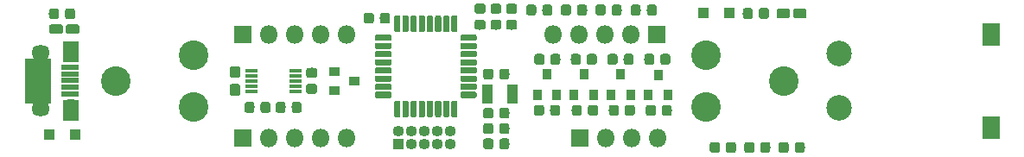
<source format=gbr>
G04 #@! TF.GenerationSoftware,KiCad,Pcbnew,(5.1.4-0-10_14)*
G04 #@! TF.CreationDate,2019-09-17T09:12:07-07:00*
G04 #@! TF.ProjectId,STM32L0xx_18650,53544d33-324c-4307-9878-5f3138363530,rev?*
G04 #@! TF.SameCoordinates,Original*
G04 #@! TF.FileFunction,Soldermask,Top*
G04 #@! TF.FilePolarity,Negative*
%FSLAX46Y46*%
G04 Gerber Fmt 4.6, Leading zero omitted, Abs format (unit mm)*
G04 Created by KiCad (PCBNEW (5.1.4-0-10_14)) date 2019-09-17 09:12:07*
%MOMM*%
%LPD*%
G04 APERTURE LIST*
%ADD10R,1.201600X0.351600*%
%ADD11C,0.100000*%
%ADD12C,0.976600*%
%ADD13C,2.901600*%
%ADD14R,2.601600X4.501600*%
%ADD15O,1.801600X1.451600*%
%ADD16O,1.601600X1.201600*%
%ADD17R,1.751600X0.501600*%
%ADD18R,1.601600X2.101600*%
%ADD19C,2.501600*%
%ADD20R,1.701600X2.281600*%
%ADD21C,0.601600*%
%ADD22R,1.101600X1.101600*%
%ADD23C,1.051600*%
%ADD24O,1.101600X1.101600*%
%ADD25R,1.101600X1.901600*%
%ADD26R,1.801600X1.801600*%
%ADD27O,1.801600X1.801600*%
%ADD28C,0.951600*%
%ADD29R,0.901600X1.001600*%
%ADD30R,1.001600X0.901600*%
G04 APERTURE END LIST*
D10*
X84850000Y-99000000D03*
X84850000Y-99500000D03*
X84850000Y-100000000D03*
X84850000Y-100500000D03*
X84850000Y-101000000D03*
X80550000Y-101000000D03*
X80550000Y-100500000D03*
X80550000Y-100000000D03*
X80550000Y-99500000D03*
X80550000Y-99000000D03*
D11*
G36*
X86755581Y-98725376D02*
G01*
X86779281Y-98728891D01*
X86802523Y-98734713D01*
X86825082Y-98742785D01*
X86846742Y-98753029D01*
X86867292Y-98765347D01*
X86886537Y-98779619D01*
X86904290Y-98795710D01*
X86920381Y-98813463D01*
X86934653Y-98832708D01*
X86946971Y-98853258D01*
X86957215Y-98874918D01*
X86965287Y-98897477D01*
X86971109Y-98920719D01*
X86974624Y-98944419D01*
X86975800Y-98968350D01*
X86975800Y-99456650D01*
X86974624Y-99480581D01*
X86971109Y-99504281D01*
X86965287Y-99527523D01*
X86957215Y-99550082D01*
X86946971Y-99571742D01*
X86934653Y-99592292D01*
X86920381Y-99611537D01*
X86904290Y-99629290D01*
X86886537Y-99645381D01*
X86867292Y-99659653D01*
X86846742Y-99671971D01*
X86825082Y-99682215D01*
X86802523Y-99690287D01*
X86779281Y-99696109D01*
X86755581Y-99699624D01*
X86731650Y-99700800D01*
X86168350Y-99700800D01*
X86144419Y-99699624D01*
X86120719Y-99696109D01*
X86097477Y-99690287D01*
X86074918Y-99682215D01*
X86053258Y-99671971D01*
X86032708Y-99659653D01*
X86013463Y-99645381D01*
X85995710Y-99629290D01*
X85979619Y-99611537D01*
X85965347Y-99592292D01*
X85953029Y-99571742D01*
X85942785Y-99550082D01*
X85934713Y-99527523D01*
X85928891Y-99504281D01*
X85925376Y-99480581D01*
X85924200Y-99456650D01*
X85924200Y-98968350D01*
X85925376Y-98944419D01*
X85928891Y-98920719D01*
X85934713Y-98897477D01*
X85942785Y-98874918D01*
X85953029Y-98853258D01*
X85965347Y-98832708D01*
X85979619Y-98813463D01*
X85995710Y-98795710D01*
X86013463Y-98779619D01*
X86032708Y-98765347D01*
X86053258Y-98753029D01*
X86074918Y-98742785D01*
X86097477Y-98734713D01*
X86120719Y-98728891D01*
X86144419Y-98725376D01*
X86168350Y-98724200D01*
X86731650Y-98724200D01*
X86755581Y-98725376D01*
X86755581Y-98725376D01*
G37*
D12*
X86450000Y-99212500D03*
D11*
G36*
X86755581Y-100300376D02*
G01*
X86779281Y-100303891D01*
X86802523Y-100309713D01*
X86825082Y-100317785D01*
X86846742Y-100328029D01*
X86867292Y-100340347D01*
X86886537Y-100354619D01*
X86904290Y-100370710D01*
X86920381Y-100388463D01*
X86934653Y-100407708D01*
X86946971Y-100428258D01*
X86957215Y-100449918D01*
X86965287Y-100472477D01*
X86971109Y-100495719D01*
X86974624Y-100519419D01*
X86975800Y-100543350D01*
X86975800Y-101031650D01*
X86974624Y-101055581D01*
X86971109Y-101079281D01*
X86965287Y-101102523D01*
X86957215Y-101125082D01*
X86946971Y-101146742D01*
X86934653Y-101167292D01*
X86920381Y-101186537D01*
X86904290Y-101204290D01*
X86886537Y-101220381D01*
X86867292Y-101234653D01*
X86846742Y-101246971D01*
X86825082Y-101257215D01*
X86802523Y-101265287D01*
X86779281Y-101271109D01*
X86755581Y-101274624D01*
X86731650Y-101275800D01*
X86168350Y-101275800D01*
X86144419Y-101274624D01*
X86120719Y-101271109D01*
X86097477Y-101265287D01*
X86074918Y-101257215D01*
X86053258Y-101246971D01*
X86032708Y-101234653D01*
X86013463Y-101220381D01*
X85995710Y-101204290D01*
X85979619Y-101186537D01*
X85965347Y-101167292D01*
X85953029Y-101146742D01*
X85942785Y-101125082D01*
X85934713Y-101102523D01*
X85928891Y-101079281D01*
X85925376Y-101055581D01*
X85924200Y-101031650D01*
X85924200Y-100543350D01*
X85925376Y-100519419D01*
X85928891Y-100495719D01*
X85934713Y-100472477D01*
X85942785Y-100449918D01*
X85953029Y-100428258D01*
X85965347Y-100407708D01*
X85979619Y-100388463D01*
X85995710Y-100370710D01*
X86013463Y-100354619D01*
X86032708Y-100340347D01*
X86053258Y-100328029D01*
X86074918Y-100317785D01*
X86097477Y-100309713D01*
X86120719Y-100303891D01*
X86144419Y-100300376D01*
X86168350Y-100299200D01*
X86731650Y-100299200D01*
X86755581Y-100300376D01*
X86755581Y-100300376D01*
G37*
D12*
X86450000Y-100787500D03*
D13*
X74900000Y-97460000D03*
X74900000Y-102540000D03*
X125100000Y-97460000D03*
X125100000Y-102540000D03*
X132720000Y-100000000D03*
X67280000Y-100000000D03*
D11*
G36*
X80630581Y-102075376D02*
G01*
X80654281Y-102078891D01*
X80677523Y-102084713D01*
X80700082Y-102092785D01*
X80721742Y-102103029D01*
X80742292Y-102115347D01*
X80761537Y-102129619D01*
X80779290Y-102145710D01*
X80795381Y-102163463D01*
X80809653Y-102182708D01*
X80821971Y-102203258D01*
X80832215Y-102224918D01*
X80840287Y-102247477D01*
X80846109Y-102270719D01*
X80849624Y-102294419D01*
X80850800Y-102318350D01*
X80850800Y-102881650D01*
X80849624Y-102905581D01*
X80846109Y-102929281D01*
X80840287Y-102952523D01*
X80832215Y-102975082D01*
X80821971Y-102996742D01*
X80809653Y-103017292D01*
X80795381Y-103036537D01*
X80779290Y-103054290D01*
X80761537Y-103070381D01*
X80742292Y-103084653D01*
X80721742Y-103096971D01*
X80700082Y-103107215D01*
X80677523Y-103115287D01*
X80654281Y-103121109D01*
X80630581Y-103124624D01*
X80606650Y-103125800D01*
X80118350Y-103125800D01*
X80094419Y-103124624D01*
X80070719Y-103121109D01*
X80047477Y-103115287D01*
X80024918Y-103107215D01*
X80003258Y-103096971D01*
X79982708Y-103084653D01*
X79963463Y-103070381D01*
X79945710Y-103054290D01*
X79929619Y-103036537D01*
X79915347Y-103017292D01*
X79903029Y-102996742D01*
X79892785Y-102975082D01*
X79884713Y-102952523D01*
X79878891Y-102929281D01*
X79875376Y-102905581D01*
X79874200Y-102881650D01*
X79874200Y-102318350D01*
X79875376Y-102294419D01*
X79878891Y-102270719D01*
X79884713Y-102247477D01*
X79892785Y-102224918D01*
X79903029Y-102203258D01*
X79915347Y-102182708D01*
X79929619Y-102163463D01*
X79945710Y-102145710D01*
X79963463Y-102129619D01*
X79982708Y-102115347D01*
X80003258Y-102103029D01*
X80024918Y-102092785D01*
X80047477Y-102084713D01*
X80070719Y-102078891D01*
X80094419Y-102075376D01*
X80118350Y-102074200D01*
X80606650Y-102074200D01*
X80630581Y-102075376D01*
X80630581Y-102075376D01*
G37*
D12*
X80362500Y-102600000D03*
D11*
G36*
X82205581Y-102075376D02*
G01*
X82229281Y-102078891D01*
X82252523Y-102084713D01*
X82275082Y-102092785D01*
X82296742Y-102103029D01*
X82317292Y-102115347D01*
X82336537Y-102129619D01*
X82354290Y-102145710D01*
X82370381Y-102163463D01*
X82384653Y-102182708D01*
X82396971Y-102203258D01*
X82407215Y-102224918D01*
X82415287Y-102247477D01*
X82421109Y-102270719D01*
X82424624Y-102294419D01*
X82425800Y-102318350D01*
X82425800Y-102881650D01*
X82424624Y-102905581D01*
X82421109Y-102929281D01*
X82415287Y-102952523D01*
X82407215Y-102975082D01*
X82396971Y-102996742D01*
X82384653Y-103017292D01*
X82370381Y-103036537D01*
X82354290Y-103054290D01*
X82336537Y-103070381D01*
X82317292Y-103084653D01*
X82296742Y-103096971D01*
X82275082Y-103107215D01*
X82252523Y-103115287D01*
X82229281Y-103121109D01*
X82205581Y-103124624D01*
X82181650Y-103125800D01*
X81693350Y-103125800D01*
X81669419Y-103124624D01*
X81645719Y-103121109D01*
X81622477Y-103115287D01*
X81599918Y-103107215D01*
X81578258Y-103096971D01*
X81557708Y-103084653D01*
X81538463Y-103070381D01*
X81520710Y-103054290D01*
X81504619Y-103036537D01*
X81490347Y-103017292D01*
X81478029Y-102996742D01*
X81467785Y-102975082D01*
X81459713Y-102952523D01*
X81453891Y-102929281D01*
X81450376Y-102905581D01*
X81449200Y-102881650D01*
X81449200Y-102318350D01*
X81450376Y-102294419D01*
X81453891Y-102270719D01*
X81459713Y-102247477D01*
X81467785Y-102224918D01*
X81478029Y-102203258D01*
X81490347Y-102182708D01*
X81504619Y-102163463D01*
X81520710Y-102145710D01*
X81538463Y-102129619D01*
X81557708Y-102115347D01*
X81578258Y-102103029D01*
X81599918Y-102092785D01*
X81622477Y-102084713D01*
X81645719Y-102078891D01*
X81669419Y-102075376D01*
X81693350Y-102074200D01*
X82181650Y-102074200D01*
X82205581Y-102075376D01*
X82205581Y-102075376D01*
G37*
D12*
X81937500Y-102600000D03*
D14*
X59615000Y-100000000D03*
D15*
X59885000Y-102705000D03*
X59885000Y-97245000D03*
D16*
X62885000Y-102395000D03*
X62885000Y-97555000D03*
D17*
X62765000Y-101275000D03*
X62765000Y-100625000D03*
X62765000Y-99975000D03*
X62765000Y-99325000D03*
X62765000Y-98675000D03*
D18*
X62885000Y-102875000D03*
X62865000Y-97125000D03*
D19*
X138100000Y-102650000D03*
X138100000Y-97350000D03*
D20*
X153050000Y-104590000D03*
X153050000Y-95410000D03*
D11*
G36*
X100615142Y-101949924D02*
G01*
X100629742Y-101952090D01*
X100644059Y-101955676D01*
X100657956Y-101960649D01*
X100671298Y-101966959D01*
X100683958Y-101974547D01*
X100695813Y-101983339D01*
X100706749Y-101993251D01*
X100716661Y-102004187D01*
X100725453Y-102016042D01*
X100733041Y-102028702D01*
X100739351Y-102042044D01*
X100744324Y-102055941D01*
X100747910Y-102070258D01*
X100750076Y-102084858D01*
X100750800Y-102099600D01*
X100750800Y-103400400D01*
X100750076Y-103415142D01*
X100747910Y-103429742D01*
X100744324Y-103444059D01*
X100739351Y-103457956D01*
X100733041Y-103471298D01*
X100725453Y-103483958D01*
X100716661Y-103495813D01*
X100706749Y-103506749D01*
X100695813Y-103516661D01*
X100683958Y-103525453D01*
X100671298Y-103533041D01*
X100657956Y-103539351D01*
X100644059Y-103544324D01*
X100629742Y-103547910D01*
X100615142Y-103550076D01*
X100600400Y-103550800D01*
X100299600Y-103550800D01*
X100284858Y-103550076D01*
X100270258Y-103547910D01*
X100255941Y-103544324D01*
X100242044Y-103539351D01*
X100228702Y-103533041D01*
X100216042Y-103525453D01*
X100204187Y-103516661D01*
X100193251Y-103506749D01*
X100183339Y-103495813D01*
X100174547Y-103483958D01*
X100166959Y-103471298D01*
X100160649Y-103457956D01*
X100155676Y-103444059D01*
X100152090Y-103429742D01*
X100149924Y-103415142D01*
X100149200Y-103400400D01*
X100149200Y-102099600D01*
X100149924Y-102084858D01*
X100152090Y-102070258D01*
X100155676Y-102055941D01*
X100160649Y-102042044D01*
X100166959Y-102028702D01*
X100174547Y-102016042D01*
X100183339Y-102004187D01*
X100193251Y-101993251D01*
X100204187Y-101983339D01*
X100216042Y-101974547D01*
X100228702Y-101966959D01*
X100242044Y-101960649D01*
X100255941Y-101955676D01*
X100270258Y-101952090D01*
X100284858Y-101949924D01*
X100299600Y-101949200D01*
X100600400Y-101949200D01*
X100615142Y-101949924D01*
X100615142Y-101949924D01*
G37*
D21*
X100450000Y-102750000D03*
D11*
G36*
X99815142Y-101949924D02*
G01*
X99829742Y-101952090D01*
X99844059Y-101955676D01*
X99857956Y-101960649D01*
X99871298Y-101966959D01*
X99883958Y-101974547D01*
X99895813Y-101983339D01*
X99906749Y-101993251D01*
X99916661Y-102004187D01*
X99925453Y-102016042D01*
X99933041Y-102028702D01*
X99939351Y-102042044D01*
X99944324Y-102055941D01*
X99947910Y-102070258D01*
X99950076Y-102084858D01*
X99950800Y-102099600D01*
X99950800Y-103400400D01*
X99950076Y-103415142D01*
X99947910Y-103429742D01*
X99944324Y-103444059D01*
X99939351Y-103457956D01*
X99933041Y-103471298D01*
X99925453Y-103483958D01*
X99916661Y-103495813D01*
X99906749Y-103506749D01*
X99895813Y-103516661D01*
X99883958Y-103525453D01*
X99871298Y-103533041D01*
X99857956Y-103539351D01*
X99844059Y-103544324D01*
X99829742Y-103547910D01*
X99815142Y-103550076D01*
X99800400Y-103550800D01*
X99499600Y-103550800D01*
X99484858Y-103550076D01*
X99470258Y-103547910D01*
X99455941Y-103544324D01*
X99442044Y-103539351D01*
X99428702Y-103533041D01*
X99416042Y-103525453D01*
X99404187Y-103516661D01*
X99393251Y-103506749D01*
X99383339Y-103495813D01*
X99374547Y-103483958D01*
X99366959Y-103471298D01*
X99360649Y-103457956D01*
X99355676Y-103444059D01*
X99352090Y-103429742D01*
X99349924Y-103415142D01*
X99349200Y-103400400D01*
X99349200Y-102099600D01*
X99349924Y-102084858D01*
X99352090Y-102070258D01*
X99355676Y-102055941D01*
X99360649Y-102042044D01*
X99366959Y-102028702D01*
X99374547Y-102016042D01*
X99383339Y-102004187D01*
X99393251Y-101993251D01*
X99404187Y-101983339D01*
X99416042Y-101974547D01*
X99428702Y-101966959D01*
X99442044Y-101960649D01*
X99455941Y-101955676D01*
X99470258Y-101952090D01*
X99484858Y-101949924D01*
X99499600Y-101949200D01*
X99800400Y-101949200D01*
X99815142Y-101949924D01*
X99815142Y-101949924D01*
G37*
D21*
X99650000Y-102750000D03*
D11*
G36*
X99015142Y-101949924D02*
G01*
X99029742Y-101952090D01*
X99044059Y-101955676D01*
X99057956Y-101960649D01*
X99071298Y-101966959D01*
X99083958Y-101974547D01*
X99095813Y-101983339D01*
X99106749Y-101993251D01*
X99116661Y-102004187D01*
X99125453Y-102016042D01*
X99133041Y-102028702D01*
X99139351Y-102042044D01*
X99144324Y-102055941D01*
X99147910Y-102070258D01*
X99150076Y-102084858D01*
X99150800Y-102099600D01*
X99150800Y-103400400D01*
X99150076Y-103415142D01*
X99147910Y-103429742D01*
X99144324Y-103444059D01*
X99139351Y-103457956D01*
X99133041Y-103471298D01*
X99125453Y-103483958D01*
X99116661Y-103495813D01*
X99106749Y-103506749D01*
X99095813Y-103516661D01*
X99083958Y-103525453D01*
X99071298Y-103533041D01*
X99057956Y-103539351D01*
X99044059Y-103544324D01*
X99029742Y-103547910D01*
X99015142Y-103550076D01*
X99000400Y-103550800D01*
X98699600Y-103550800D01*
X98684858Y-103550076D01*
X98670258Y-103547910D01*
X98655941Y-103544324D01*
X98642044Y-103539351D01*
X98628702Y-103533041D01*
X98616042Y-103525453D01*
X98604187Y-103516661D01*
X98593251Y-103506749D01*
X98583339Y-103495813D01*
X98574547Y-103483958D01*
X98566959Y-103471298D01*
X98560649Y-103457956D01*
X98555676Y-103444059D01*
X98552090Y-103429742D01*
X98549924Y-103415142D01*
X98549200Y-103400400D01*
X98549200Y-102099600D01*
X98549924Y-102084858D01*
X98552090Y-102070258D01*
X98555676Y-102055941D01*
X98560649Y-102042044D01*
X98566959Y-102028702D01*
X98574547Y-102016042D01*
X98583339Y-102004187D01*
X98593251Y-101993251D01*
X98604187Y-101983339D01*
X98616042Y-101974547D01*
X98628702Y-101966959D01*
X98642044Y-101960649D01*
X98655941Y-101955676D01*
X98670258Y-101952090D01*
X98684858Y-101949924D01*
X98699600Y-101949200D01*
X99000400Y-101949200D01*
X99015142Y-101949924D01*
X99015142Y-101949924D01*
G37*
D21*
X98850000Y-102750000D03*
D11*
G36*
X98215142Y-101949924D02*
G01*
X98229742Y-101952090D01*
X98244059Y-101955676D01*
X98257956Y-101960649D01*
X98271298Y-101966959D01*
X98283958Y-101974547D01*
X98295813Y-101983339D01*
X98306749Y-101993251D01*
X98316661Y-102004187D01*
X98325453Y-102016042D01*
X98333041Y-102028702D01*
X98339351Y-102042044D01*
X98344324Y-102055941D01*
X98347910Y-102070258D01*
X98350076Y-102084858D01*
X98350800Y-102099600D01*
X98350800Y-103400400D01*
X98350076Y-103415142D01*
X98347910Y-103429742D01*
X98344324Y-103444059D01*
X98339351Y-103457956D01*
X98333041Y-103471298D01*
X98325453Y-103483958D01*
X98316661Y-103495813D01*
X98306749Y-103506749D01*
X98295813Y-103516661D01*
X98283958Y-103525453D01*
X98271298Y-103533041D01*
X98257956Y-103539351D01*
X98244059Y-103544324D01*
X98229742Y-103547910D01*
X98215142Y-103550076D01*
X98200400Y-103550800D01*
X97899600Y-103550800D01*
X97884858Y-103550076D01*
X97870258Y-103547910D01*
X97855941Y-103544324D01*
X97842044Y-103539351D01*
X97828702Y-103533041D01*
X97816042Y-103525453D01*
X97804187Y-103516661D01*
X97793251Y-103506749D01*
X97783339Y-103495813D01*
X97774547Y-103483958D01*
X97766959Y-103471298D01*
X97760649Y-103457956D01*
X97755676Y-103444059D01*
X97752090Y-103429742D01*
X97749924Y-103415142D01*
X97749200Y-103400400D01*
X97749200Y-102099600D01*
X97749924Y-102084858D01*
X97752090Y-102070258D01*
X97755676Y-102055941D01*
X97760649Y-102042044D01*
X97766959Y-102028702D01*
X97774547Y-102016042D01*
X97783339Y-102004187D01*
X97793251Y-101993251D01*
X97804187Y-101983339D01*
X97816042Y-101974547D01*
X97828702Y-101966959D01*
X97842044Y-101960649D01*
X97855941Y-101955676D01*
X97870258Y-101952090D01*
X97884858Y-101949924D01*
X97899600Y-101949200D01*
X98200400Y-101949200D01*
X98215142Y-101949924D01*
X98215142Y-101949924D01*
G37*
D21*
X98050000Y-102750000D03*
D11*
G36*
X97415142Y-101949924D02*
G01*
X97429742Y-101952090D01*
X97444059Y-101955676D01*
X97457956Y-101960649D01*
X97471298Y-101966959D01*
X97483958Y-101974547D01*
X97495813Y-101983339D01*
X97506749Y-101993251D01*
X97516661Y-102004187D01*
X97525453Y-102016042D01*
X97533041Y-102028702D01*
X97539351Y-102042044D01*
X97544324Y-102055941D01*
X97547910Y-102070258D01*
X97550076Y-102084858D01*
X97550800Y-102099600D01*
X97550800Y-103400400D01*
X97550076Y-103415142D01*
X97547910Y-103429742D01*
X97544324Y-103444059D01*
X97539351Y-103457956D01*
X97533041Y-103471298D01*
X97525453Y-103483958D01*
X97516661Y-103495813D01*
X97506749Y-103506749D01*
X97495813Y-103516661D01*
X97483958Y-103525453D01*
X97471298Y-103533041D01*
X97457956Y-103539351D01*
X97444059Y-103544324D01*
X97429742Y-103547910D01*
X97415142Y-103550076D01*
X97400400Y-103550800D01*
X97099600Y-103550800D01*
X97084858Y-103550076D01*
X97070258Y-103547910D01*
X97055941Y-103544324D01*
X97042044Y-103539351D01*
X97028702Y-103533041D01*
X97016042Y-103525453D01*
X97004187Y-103516661D01*
X96993251Y-103506749D01*
X96983339Y-103495813D01*
X96974547Y-103483958D01*
X96966959Y-103471298D01*
X96960649Y-103457956D01*
X96955676Y-103444059D01*
X96952090Y-103429742D01*
X96949924Y-103415142D01*
X96949200Y-103400400D01*
X96949200Y-102099600D01*
X96949924Y-102084858D01*
X96952090Y-102070258D01*
X96955676Y-102055941D01*
X96960649Y-102042044D01*
X96966959Y-102028702D01*
X96974547Y-102016042D01*
X96983339Y-102004187D01*
X96993251Y-101993251D01*
X97004187Y-101983339D01*
X97016042Y-101974547D01*
X97028702Y-101966959D01*
X97042044Y-101960649D01*
X97055941Y-101955676D01*
X97070258Y-101952090D01*
X97084858Y-101949924D01*
X97099600Y-101949200D01*
X97400400Y-101949200D01*
X97415142Y-101949924D01*
X97415142Y-101949924D01*
G37*
D21*
X97250000Y-102750000D03*
D11*
G36*
X96615142Y-101949924D02*
G01*
X96629742Y-101952090D01*
X96644059Y-101955676D01*
X96657956Y-101960649D01*
X96671298Y-101966959D01*
X96683958Y-101974547D01*
X96695813Y-101983339D01*
X96706749Y-101993251D01*
X96716661Y-102004187D01*
X96725453Y-102016042D01*
X96733041Y-102028702D01*
X96739351Y-102042044D01*
X96744324Y-102055941D01*
X96747910Y-102070258D01*
X96750076Y-102084858D01*
X96750800Y-102099600D01*
X96750800Y-103400400D01*
X96750076Y-103415142D01*
X96747910Y-103429742D01*
X96744324Y-103444059D01*
X96739351Y-103457956D01*
X96733041Y-103471298D01*
X96725453Y-103483958D01*
X96716661Y-103495813D01*
X96706749Y-103506749D01*
X96695813Y-103516661D01*
X96683958Y-103525453D01*
X96671298Y-103533041D01*
X96657956Y-103539351D01*
X96644059Y-103544324D01*
X96629742Y-103547910D01*
X96615142Y-103550076D01*
X96600400Y-103550800D01*
X96299600Y-103550800D01*
X96284858Y-103550076D01*
X96270258Y-103547910D01*
X96255941Y-103544324D01*
X96242044Y-103539351D01*
X96228702Y-103533041D01*
X96216042Y-103525453D01*
X96204187Y-103516661D01*
X96193251Y-103506749D01*
X96183339Y-103495813D01*
X96174547Y-103483958D01*
X96166959Y-103471298D01*
X96160649Y-103457956D01*
X96155676Y-103444059D01*
X96152090Y-103429742D01*
X96149924Y-103415142D01*
X96149200Y-103400400D01*
X96149200Y-102099600D01*
X96149924Y-102084858D01*
X96152090Y-102070258D01*
X96155676Y-102055941D01*
X96160649Y-102042044D01*
X96166959Y-102028702D01*
X96174547Y-102016042D01*
X96183339Y-102004187D01*
X96193251Y-101993251D01*
X96204187Y-101983339D01*
X96216042Y-101974547D01*
X96228702Y-101966959D01*
X96242044Y-101960649D01*
X96255941Y-101955676D01*
X96270258Y-101952090D01*
X96284858Y-101949924D01*
X96299600Y-101949200D01*
X96600400Y-101949200D01*
X96615142Y-101949924D01*
X96615142Y-101949924D01*
G37*
D21*
X96450000Y-102750000D03*
D11*
G36*
X95815142Y-101949924D02*
G01*
X95829742Y-101952090D01*
X95844059Y-101955676D01*
X95857956Y-101960649D01*
X95871298Y-101966959D01*
X95883958Y-101974547D01*
X95895813Y-101983339D01*
X95906749Y-101993251D01*
X95916661Y-102004187D01*
X95925453Y-102016042D01*
X95933041Y-102028702D01*
X95939351Y-102042044D01*
X95944324Y-102055941D01*
X95947910Y-102070258D01*
X95950076Y-102084858D01*
X95950800Y-102099600D01*
X95950800Y-103400400D01*
X95950076Y-103415142D01*
X95947910Y-103429742D01*
X95944324Y-103444059D01*
X95939351Y-103457956D01*
X95933041Y-103471298D01*
X95925453Y-103483958D01*
X95916661Y-103495813D01*
X95906749Y-103506749D01*
X95895813Y-103516661D01*
X95883958Y-103525453D01*
X95871298Y-103533041D01*
X95857956Y-103539351D01*
X95844059Y-103544324D01*
X95829742Y-103547910D01*
X95815142Y-103550076D01*
X95800400Y-103550800D01*
X95499600Y-103550800D01*
X95484858Y-103550076D01*
X95470258Y-103547910D01*
X95455941Y-103544324D01*
X95442044Y-103539351D01*
X95428702Y-103533041D01*
X95416042Y-103525453D01*
X95404187Y-103516661D01*
X95393251Y-103506749D01*
X95383339Y-103495813D01*
X95374547Y-103483958D01*
X95366959Y-103471298D01*
X95360649Y-103457956D01*
X95355676Y-103444059D01*
X95352090Y-103429742D01*
X95349924Y-103415142D01*
X95349200Y-103400400D01*
X95349200Y-102099600D01*
X95349924Y-102084858D01*
X95352090Y-102070258D01*
X95355676Y-102055941D01*
X95360649Y-102042044D01*
X95366959Y-102028702D01*
X95374547Y-102016042D01*
X95383339Y-102004187D01*
X95393251Y-101993251D01*
X95404187Y-101983339D01*
X95416042Y-101974547D01*
X95428702Y-101966959D01*
X95442044Y-101960649D01*
X95455941Y-101955676D01*
X95470258Y-101952090D01*
X95484858Y-101949924D01*
X95499600Y-101949200D01*
X95800400Y-101949200D01*
X95815142Y-101949924D01*
X95815142Y-101949924D01*
G37*
D21*
X95650000Y-102750000D03*
D11*
G36*
X95015142Y-101949924D02*
G01*
X95029742Y-101952090D01*
X95044059Y-101955676D01*
X95057956Y-101960649D01*
X95071298Y-101966959D01*
X95083958Y-101974547D01*
X95095813Y-101983339D01*
X95106749Y-101993251D01*
X95116661Y-102004187D01*
X95125453Y-102016042D01*
X95133041Y-102028702D01*
X95139351Y-102042044D01*
X95144324Y-102055941D01*
X95147910Y-102070258D01*
X95150076Y-102084858D01*
X95150800Y-102099600D01*
X95150800Y-103400400D01*
X95150076Y-103415142D01*
X95147910Y-103429742D01*
X95144324Y-103444059D01*
X95139351Y-103457956D01*
X95133041Y-103471298D01*
X95125453Y-103483958D01*
X95116661Y-103495813D01*
X95106749Y-103506749D01*
X95095813Y-103516661D01*
X95083958Y-103525453D01*
X95071298Y-103533041D01*
X95057956Y-103539351D01*
X95044059Y-103544324D01*
X95029742Y-103547910D01*
X95015142Y-103550076D01*
X95000400Y-103550800D01*
X94699600Y-103550800D01*
X94684858Y-103550076D01*
X94670258Y-103547910D01*
X94655941Y-103544324D01*
X94642044Y-103539351D01*
X94628702Y-103533041D01*
X94616042Y-103525453D01*
X94604187Y-103516661D01*
X94593251Y-103506749D01*
X94583339Y-103495813D01*
X94574547Y-103483958D01*
X94566959Y-103471298D01*
X94560649Y-103457956D01*
X94555676Y-103444059D01*
X94552090Y-103429742D01*
X94549924Y-103415142D01*
X94549200Y-103400400D01*
X94549200Y-102099600D01*
X94549924Y-102084858D01*
X94552090Y-102070258D01*
X94555676Y-102055941D01*
X94560649Y-102042044D01*
X94566959Y-102028702D01*
X94574547Y-102016042D01*
X94583339Y-102004187D01*
X94593251Y-101993251D01*
X94604187Y-101983339D01*
X94616042Y-101974547D01*
X94628702Y-101966959D01*
X94642044Y-101960649D01*
X94655941Y-101955676D01*
X94670258Y-101952090D01*
X94684858Y-101949924D01*
X94699600Y-101949200D01*
X95000400Y-101949200D01*
X95015142Y-101949924D01*
X95015142Y-101949924D01*
G37*
D21*
X94850000Y-102750000D03*
D11*
G36*
X94140142Y-101074924D02*
G01*
X94154742Y-101077090D01*
X94169059Y-101080676D01*
X94182956Y-101085649D01*
X94196298Y-101091959D01*
X94208958Y-101099547D01*
X94220813Y-101108339D01*
X94231749Y-101118251D01*
X94241661Y-101129187D01*
X94250453Y-101141042D01*
X94258041Y-101153702D01*
X94264351Y-101167044D01*
X94269324Y-101180941D01*
X94272910Y-101195258D01*
X94275076Y-101209858D01*
X94275800Y-101224600D01*
X94275800Y-101525400D01*
X94275076Y-101540142D01*
X94272910Y-101554742D01*
X94269324Y-101569059D01*
X94264351Y-101582956D01*
X94258041Y-101596298D01*
X94250453Y-101608958D01*
X94241661Y-101620813D01*
X94231749Y-101631749D01*
X94220813Y-101641661D01*
X94208958Y-101650453D01*
X94196298Y-101658041D01*
X94182956Y-101664351D01*
X94169059Y-101669324D01*
X94154742Y-101672910D01*
X94140142Y-101675076D01*
X94125400Y-101675800D01*
X92824600Y-101675800D01*
X92809858Y-101675076D01*
X92795258Y-101672910D01*
X92780941Y-101669324D01*
X92767044Y-101664351D01*
X92753702Y-101658041D01*
X92741042Y-101650453D01*
X92729187Y-101641661D01*
X92718251Y-101631749D01*
X92708339Y-101620813D01*
X92699547Y-101608958D01*
X92691959Y-101596298D01*
X92685649Y-101582956D01*
X92680676Y-101569059D01*
X92677090Y-101554742D01*
X92674924Y-101540142D01*
X92674200Y-101525400D01*
X92674200Y-101224600D01*
X92674924Y-101209858D01*
X92677090Y-101195258D01*
X92680676Y-101180941D01*
X92685649Y-101167044D01*
X92691959Y-101153702D01*
X92699547Y-101141042D01*
X92708339Y-101129187D01*
X92718251Y-101118251D01*
X92729187Y-101108339D01*
X92741042Y-101099547D01*
X92753702Y-101091959D01*
X92767044Y-101085649D01*
X92780941Y-101080676D01*
X92795258Y-101077090D01*
X92809858Y-101074924D01*
X92824600Y-101074200D01*
X94125400Y-101074200D01*
X94140142Y-101074924D01*
X94140142Y-101074924D01*
G37*
D21*
X93475000Y-101375000D03*
D11*
G36*
X94140142Y-100274924D02*
G01*
X94154742Y-100277090D01*
X94169059Y-100280676D01*
X94182956Y-100285649D01*
X94196298Y-100291959D01*
X94208958Y-100299547D01*
X94220813Y-100308339D01*
X94231749Y-100318251D01*
X94241661Y-100329187D01*
X94250453Y-100341042D01*
X94258041Y-100353702D01*
X94264351Y-100367044D01*
X94269324Y-100380941D01*
X94272910Y-100395258D01*
X94275076Y-100409858D01*
X94275800Y-100424600D01*
X94275800Y-100725400D01*
X94275076Y-100740142D01*
X94272910Y-100754742D01*
X94269324Y-100769059D01*
X94264351Y-100782956D01*
X94258041Y-100796298D01*
X94250453Y-100808958D01*
X94241661Y-100820813D01*
X94231749Y-100831749D01*
X94220813Y-100841661D01*
X94208958Y-100850453D01*
X94196298Y-100858041D01*
X94182956Y-100864351D01*
X94169059Y-100869324D01*
X94154742Y-100872910D01*
X94140142Y-100875076D01*
X94125400Y-100875800D01*
X92824600Y-100875800D01*
X92809858Y-100875076D01*
X92795258Y-100872910D01*
X92780941Y-100869324D01*
X92767044Y-100864351D01*
X92753702Y-100858041D01*
X92741042Y-100850453D01*
X92729187Y-100841661D01*
X92718251Y-100831749D01*
X92708339Y-100820813D01*
X92699547Y-100808958D01*
X92691959Y-100796298D01*
X92685649Y-100782956D01*
X92680676Y-100769059D01*
X92677090Y-100754742D01*
X92674924Y-100740142D01*
X92674200Y-100725400D01*
X92674200Y-100424600D01*
X92674924Y-100409858D01*
X92677090Y-100395258D01*
X92680676Y-100380941D01*
X92685649Y-100367044D01*
X92691959Y-100353702D01*
X92699547Y-100341042D01*
X92708339Y-100329187D01*
X92718251Y-100318251D01*
X92729187Y-100308339D01*
X92741042Y-100299547D01*
X92753702Y-100291959D01*
X92767044Y-100285649D01*
X92780941Y-100280676D01*
X92795258Y-100277090D01*
X92809858Y-100274924D01*
X92824600Y-100274200D01*
X94125400Y-100274200D01*
X94140142Y-100274924D01*
X94140142Y-100274924D01*
G37*
D21*
X93475000Y-100575000D03*
D11*
G36*
X94140142Y-99474924D02*
G01*
X94154742Y-99477090D01*
X94169059Y-99480676D01*
X94182956Y-99485649D01*
X94196298Y-99491959D01*
X94208958Y-99499547D01*
X94220813Y-99508339D01*
X94231749Y-99518251D01*
X94241661Y-99529187D01*
X94250453Y-99541042D01*
X94258041Y-99553702D01*
X94264351Y-99567044D01*
X94269324Y-99580941D01*
X94272910Y-99595258D01*
X94275076Y-99609858D01*
X94275800Y-99624600D01*
X94275800Y-99925400D01*
X94275076Y-99940142D01*
X94272910Y-99954742D01*
X94269324Y-99969059D01*
X94264351Y-99982956D01*
X94258041Y-99996298D01*
X94250453Y-100008958D01*
X94241661Y-100020813D01*
X94231749Y-100031749D01*
X94220813Y-100041661D01*
X94208958Y-100050453D01*
X94196298Y-100058041D01*
X94182956Y-100064351D01*
X94169059Y-100069324D01*
X94154742Y-100072910D01*
X94140142Y-100075076D01*
X94125400Y-100075800D01*
X92824600Y-100075800D01*
X92809858Y-100075076D01*
X92795258Y-100072910D01*
X92780941Y-100069324D01*
X92767044Y-100064351D01*
X92753702Y-100058041D01*
X92741042Y-100050453D01*
X92729187Y-100041661D01*
X92718251Y-100031749D01*
X92708339Y-100020813D01*
X92699547Y-100008958D01*
X92691959Y-99996298D01*
X92685649Y-99982956D01*
X92680676Y-99969059D01*
X92677090Y-99954742D01*
X92674924Y-99940142D01*
X92674200Y-99925400D01*
X92674200Y-99624600D01*
X92674924Y-99609858D01*
X92677090Y-99595258D01*
X92680676Y-99580941D01*
X92685649Y-99567044D01*
X92691959Y-99553702D01*
X92699547Y-99541042D01*
X92708339Y-99529187D01*
X92718251Y-99518251D01*
X92729187Y-99508339D01*
X92741042Y-99499547D01*
X92753702Y-99491959D01*
X92767044Y-99485649D01*
X92780941Y-99480676D01*
X92795258Y-99477090D01*
X92809858Y-99474924D01*
X92824600Y-99474200D01*
X94125400Y-99474200D01*
X94140142Y-99474924D01*
X94140142Y-99474924D01*
G37*
D21*
X93475000Y-99775000D03*
D11*
G36*
X94140142Y-98674924D02*
G01*
X94154742Y-98677090D01*
X94169059Y-98680676D01*
X94182956Y-98685649D01*
X94196298Y-98691959D01*
X94208958Y-98699547D01*
X94220813Y-98708339D01*
X94231749Y-98718251D01*
X94241661Y-98729187D01*
X94250453Y-98741042D01*
X94258041Y-98753702D01*
X94264351Y-98767044D01*
X94269324Y-98780941D01*
X94272910Y-98795258D01*
X94275076Y-98809858D01*
X94275800Y-98824600D01*
X94275800Y-99125400D01*
X94275076Y-99140142D01*
X94272910Y-99154742D01*
X94269324Y-99169059D01*
X94264351Y-99182956D01*
X94258041Y-99196298D01*
X94250453Y-99208958D01*
X94241661Y-99220813D01*
X94231749Y-99231749D01*
X94220813Y-99241661D01*
X94208958Y-99250453D01*
X94196298Y-99258041D01*
X94182956Y-99264351D01*
X94169059Y-99269324D01*
X94154742Y-99272910D01*
X94140142Y-99275076D01*
X94125400Y-99275800D01*
X92824600Y-99275800D01*
X92809858Y-99275076D01*
X92795258Y-99272910D01*
X92780941Y-99269324D01*
X92767044Y-99264351D01*
X92753702Y-99258041D01*
X92741042Y-99250453D01*
X92729187Y-99241661D01*
X92718251Y-99231749D01*
X92708339Y-99220813D01*
X92699547Y-99208958D01*
X92691959Y-99196298D01*
X92685649Y-99182956D01*
X92680676Y-99169059D01*
X92677090Y-99154742D01*
X92674924Y-99140142D01*
X92674200Y-99125400D01*
X92674200Y-98824600D01*
X92674924Y-98809858D01*
X92677090Y-98795258D01*
X92680676Y-98780941D01*
X92685649Y-98767044D01*
X92691959Y-98753702D01*
X92699547Y-98741042D01*
X92708339Y-98729187D01*
X92718251Y-98718251D01*
X92729187Y-98708339D01*
X92741042Y-98699547D01*
X92753702Y-98691959D01*
X92767044Y-98685649D01*
X92780941Y-98680676D01*
X92795258Y-98677090D01*
X92809858Y-98674924D01*
X92824600Y-98674200D01*
X94125400Y-98674200D01*
X94140142Y-98674924D01*
X94140142Y-98674924D01*
G37*
D21*
X93475000Y-98975000D03*
D11*
G36*
X94140142Y-97874924D02*
G01*
X94154742Y-97877090D01*
X94169059Y-97880676D01*
X94182956Y-97885649D01*
X94196298Y-97891959D01*
X94208958Y-97899547D01*
X94220813Y-97908339D01*
X94231749Y-97918251D01*
X94241661Y-97929187D01*
X94250453Y-97941042D01*
X94258041Y-97953702D01*
X94264351Y-97967044D01*
X94269324Y-97980941D01*
X94272910Y-97995258D01*
X94275076Y-98009858D01*
X94275800Y-98024600D01*
X94275800Y-98325400D01*
X94275076Y-98340142D01*
X94272910Y-98354742D01*
X94269324Y-98369059D01*
X94264351Y-98382956D01*
X94258041Y-98396298D01*
X94250453Y-98408958D01*
X94241661Y-98420813D01*
X94231749Y-98431749D01*
X94220813Y-98441661D01*
X94208958Y-98450453D01*
X94196298Y-98458041D01*
X94182956Y-98464351D01*
X94169059Y-98469324D01*
X94154742Y-98472910D01*
X94140142Y-98475076D01*
X94125400Y-98475800D01*
X92824600Y-98475800D01*
X92809858Y-98475076D01*
X92795258Y-98472910D01*
X92780941Y-98469324D01*
X92767044Y-98464351D01*
X92753702Y-98458041D01*
X92741042Y-98450453D01*
X92729187Y-98441661D01*
X92718251Y-98431749D01*
X92708339Y-98420813D01*
X92699547Y-98408958D01*
X92691959Y-98396298D01*
X92685649Y-98382956D01*
X92680676Y-98369059D01*
X92677090Y-98354742D01*
X92674924Y-98340142D01*
X92674200Y-98325400D01*
X92674200Y-98024600D01*
X92674924Y-98009858D01*
X92677090Y-97995258D01*
X92680676Y-97980941D01*
X92685649Y-97967044D01*
X92691959Y-97953702D01*
X92699547Y-97941042D01*
X92708339Y-97929187D01*
X92718251Y-97918251D01*
X92729187Y-97908339D01*
X92741042Y-97899547D01*
X92753702Y-97891959D01*
X92767044Y-97885649D01*
X92780941Y-97880676D01*
X92795258Y-97877090D01*
X92809858Y-97874924D01*
X92824600Y-97874200D01*
X94125400Y-97874200D01*
X94140142Y-97874924D01*
X94140142Y-97874924D01*
G37*
D21*
X93475000Y-98175000D03*
D11*
G36*
X94140142Y-97074924D02*
G01*
X94154742Y-97077090D01*
X94169059Y-97080676D01*
X94182956Y-97085649D01*
X94196298Y-97091959D01*
X94208958Y-97099547D01*
X94220813Y-97108339D01*
X94231749Y-97118251D01*
X94241661Y-97129187D01*
X94250453Y-97141042D01*
X94258041Y-97153702D01*
X94264351Y-97167044D01*
X94269324Y-97180941D01*
X94272910Y-97195258D01*
X94275076Y-97209858D01*
X94275800Y-97224600D01*
X94275800Y-97525400D01*
X94275076Y-97540142D01*
X94272910Y-97554742D01*
X94269324Y-97569059D01*
X94264351Y-97582956D01*
X94258041Y-97596298D01*
X94250453Y-97608958D01*
X94241661Y-97620813D01*
X94231749Y-97631749D01*
X94220813Y-97641661D01*
X94208958Y-97650453D01*
X94196298Y-97658041D01*
X94182956Y-97664351D01*
X94169059Y-97669324D01*
X94154742Y-97672910D01*
X94140142Y-97675076D01*
X94125400Y-97675800D01*
X92824600Y-97675800D01*
X92809858Y-97675076D01*
X92795258Y-97672910D01*
X92780941Y-97669324D01*
X92767044Y-97664351D01*
X92753702Y-97658041D01*
X92741042Y-97650453D01*
X92729187Y-97641661D01*
X92718251Y-97631749D01*
X92708339Y-97620813D01*
X92699547Y-97608958D01*
X92691959Y-97596298D01*
X92685649Y-97582956D01*
X92680676Y-97569059D01*
X92677090Y-97554742D01*
X92674924Y-97540142D01*
X92674200Y-97525400D01*
X92674200Y-97224600D01*
X92674924Y-97209858D01*
X92677090Y-97195258D01*
X92680676Y-97180941D01*
X92685649Y-97167044D01*
X92691959Y-97153702D01*
X92699547Y-97141042D01*
X92708339Y-97129187D01*
X92718251Y-97118251D01*
X92729187Y-97108339D01*
X92741042Y-97099547D01*
X92753702Y-97091959D01*
X92767044Y-97085649D01*
X92780941Y-97080676D01*
X92795258Y-97077090D01*
X92809858Y-97074924D01*
X92824600Y-97074200D01*
X94125400Y-97074200D01*
X94140142Y-97074924D01*
X94140142Y-97074924D01*
G37*
D21*
X93475000Y-97375000D03*
D11*
G36*
X94140142Y-96274924D02*
G01*
X94154742Y-96277090D01*
X94169059Y-96280676D01*
X94182956Y-96285649D01*
X94196298Y-96291959D01*
X94208958Y-96299547D01*
X94220813Y-96308339D01*
X94231749Y-96318251D01*
X94241661Y-96329187D01*
X94250453Y-96341042D01*
X94258041Y-96353702D01*
X94264351Y-96367044D01*
X94269324Y-96380941D01*
X94272910Y-96395258D01*
X94275076Y-96409858D01*
X94275800Y-96424600D01*
X94275800Y-96725400D01*
X94275076Y-96740142D01*
X94272910Y-96754742D01*
X94269324Y-96769059D01*
X94264351Y-96782956D01*
X94258041Y-96796298D01*
X94250453Y-96808958D01*
X94241661Y-96820813D01*
X94231749Y-96831749D01*
X94220813Y-96841661D01*
X94208958Y-96850453D01*
X94196298Y-96858041D01*
X94182956Y-96864351D01*
X94169059Y-96869324D01*
X94154742Y-96872910D01*
X94140142Y-96875076D01*
X94125400Y-96875800D01*
X92824600Y-96875800D01*
X92809858Y-96875076D01*
X92795258Y-96872910D01*
X92780941Y-96869324D01*
X92767044Y-96864351D01*
X92753702Y-96858041D01*
X92741042Y-96850453D01*
X92729187Y-96841661D01*
X92718251Y-96831749D01*
X92708339Y-96820813D01*
X92699547Y-96808958D01*
X92691959Y-96796298D01*
X92685649Y-96782956D01*
X92680676Y-96769059D01*
X92677090Y-96754742D01*
X92674924Y-96740142D01*
X92674200Y-96725400D01*
X92674200Y-96424600D01*
X92674924Y-96409858D01*
X92677090Y-96395258D01*
X92680676Y-96380941D01*
X92685649Y-96367044D01*
X92691959Y-96353702D01*
X92699547Y-96341042D01*
X92708339Y-96329187D01*
X92718251Y-96318251D01*
X92729187Y-96308339D01*
X92741042Y-96299547D01*
X92753702Y-96291959D01*
X92767044Y-96285649D01*
X92780941Y-96280676D01*
X92795258Y-96277090D01*
X92809858Y-96274924D01*
X92824600Y-96274200D01*
X94125400Y-96274200D01*
X94140142Y-96274924D01*
X94140142Y-96274924D01*
G37*
D21*
X93475000Y-96575000D03*
D11*
G36*
X94140142Y-95474924D02*
G01*
X94154742Y-95477090D01*
X94169059Y-95480676D01*
X94182956Y-95485649D01*
X94196298Y-95491959D01*
X94208958Y-95499547D01*
X94220813Y-95508339D01*
X94231749Y-95518251D01*
X94241661Y-95529187D01*
X94250453Y-95541042D01*
X94258041Y-95553702D01*
X94264351Y-95567044D01*
X94269324Y-95580941D01*
X94272910Y-95595258D01*
X94275076Y-95609858D01*
X94275800Y-95624600D01*
X94275800Y-95925400D01*
X94275076Y-95940142D01*
X94272910Y-95954742D01*
X94269324Y-95969059D01*
X94264351Y-95982956D01*
X94258041Y-95996298D01*
X94250453Y-96008958D01*
X94241661Y-96020813D01*
X94231749Y-96031749D01*
X94220813Y-96041661D01*
X94208958Y-96050453D01*
X94196298Y-96058041D01*
X94182956Y-96064351D01*
X94169059Y-96069324D01*
X94154742Y-96072910D01*
X94140142Y-96075076D01*
X94125400Y-96075800D01*
X92824600Y-96075800D01*
X92809858Y-96075076D01*
X92795258Y-96072910D01*
X92780941Y-96069324D01*
X92767044Y-96064351D01*
X92753702Y-96058041D01*
X92741042Y-96050453D01*
X92729187Y-96041661D01*
X92718251Y-96031749D01*
X92708339Y-96020813D01*
X92699547Y-96008958D01*
X92691959Y-95996298D01*
X92685649Y-95982956D01*
X92680676Y-95969059D01*
X92677090Y-95954742D01*
X92674924Y-95940142D01*
X92674200Y-95925400D01*
X92674200Y-95624600D01*
X92674924Y-95609858D01*
X92677090Y-95595258D01*
X92680676Y-95580941D01*
X92685649Y-95567044D01*
X92691959Y-95553702D01*
X92699547Y-95541042D01*
X92708339Y-95529187D01*
X92718251Y-95518251D01*
X92729187Y-95508339D01*
X92741042Y-95499547D01*
X92753702Y-95491959D01*
X92767044Y-95485649D01*
X92780941Y-95480676D01*
X92795258Y-95477090D01*
X92809858Y-95474924D01*
X92824600Y-95474200D01*
X94125400Y-95474200D01*
X94140142Y-95474924D01*
X94140142Y-95474924D01*
G37*
D21*
X93475000Y-95775000D03*
D11*
G36*
X95015142Y-93599924D02*
G01*
X95029742Y-93602090D01*
X95044059Y-93605676D01*
X95057956Y-93610649D01*
X95071298Y-93616959D01*
X95083958Y-93624547D01*
X95095813Y-93633339D01*
X95106749Y-93643251D01*
X95116661Y-93654187D01*
X95125453Y-93666042D01*
X95133041Y-93678702D01*
X95139351Y-93692044D01*
X95144324Y-93705941D01*
X95147910Y-93720258D01*
X95150076Y-93734858D01*
X95150800Y-93749600D01*
X95150800Y-95050400D01*
X95150076Y-95065142D01*
X95147910Y-95079742D01*
X95144324Y-95094059D01*
X95139351Y-95107956D01*
X95133041Y-95121298D01*
X95125453Y-95133958D01*
X95116661Y-95145813D01*
X95106749Y-95156749D01*
X95095813Y-95166661D01*
X95083958Y-95175453D01*
X95071298Y-95183041D01*
X95057956Y-95189351D01*
X95044059Y-95194324D01*
X95029742Y-95197910D01*
X95015142Y-95200076D01*
X95000400Y-95200800D01*
X94699600Y-95200800D01*
X94684858Y-95200076D01*
X94670258Y-95197910D01*
X94655941Y-95194324D01*
X94642044Y-95189351D01*
X94628702Y-95183041D01*
X94616042Y-95175453D01*
X94604187Y-95166661D01*
X94593251Y-95156749D01*
X94583339Y-95145813D01*
X94574547Y-95133958D01*
X94566959Y-95121298D01*
X94560649Y-95107956D01*
X94555676Y-95094059D01*
X94552090Y-95079742D01*
X94549924Y-95065142D01*
X94549200Y-95050400D01*
X94549200Y-93749600D01*
X94549924Y-93734858D01*
X94552090Y-93720258D01*
X94555676Y-93705941D01*
X94560649Y-93692044D01*
X94566959Y-93678702D01*
X94574547Y-93666042D01*
X94583339Y-93654187D01*
X94593251Y-93643251D01*
X94604187Y-93633339D01*
X94616042Y-93624547D01*
X94628702Y-93616959D01*
X94642044Y-93610649D01*
X94655941Y-93605676D01*
X94670258Y-93602090D01*
X94684858Y-93599924D01*
X94699600Y-93599200D01*
X95000400Y-93599200D01*
X95015142Y-93599924D01*
X95015142Y-93599924D01*
G37*
D21*
X94850000Y-94400000D03*
D11*
G36*
X95815142Y-93599924D02*
G01*
X95829742Y-93602090D01*
X95844059Y-93605676D01*
X95857956Y-93610649D01*
X95871298Y-93616959D01*
X95883958Y-93624547D01*
X95895813Y-93633339D01*
X95906749Y-93643251D01*
X95916661Y-93654187D01*
X95925453Y-93666042D01*
X95933041Y-93678702D01*
X95939351Y-93692044D01*
X95944324Y-93705941D01*
X95947910Y-93720258D01*
X95950076Y-93734858D01*
X95950800Y-93749600D01*
X95950800Y-95050400D01*
X95950076Y-95065142D01*
X95947910Y-95079742D01*
X95944324Y-95094059D01*
X95939351Y-95107956D01*
X95933041Y-95121298D01*
X95925453Y-95133958D01*
X95916661Y-95145813D01*
X95906749Y-95156749D01*
X95895813Y-95166661D01*
X95883958Y-95175453D01*
X95871298Y-95183041D01*
X95857956Y-95189351D01*
X95844059Y-95194324D01*
X95829742Y-95197910D01*
X95815142Y-95200076D01*
X95800400Y-95200800D01*
X95499600Y-95200800D01*
X95484858Y-95200076D01*
X95470258Y-95197910D01*
X95455941Y-95194324D01*
X95442044Y-95189351D01*
X95428702Y-95183041D01*
X95416042Y-95175453D01*
X95404187Y-95166661D01*
X95393251Y-95156749D01*
X95383339Y-95145813D01*
X95374547Y-95133958D01*
X95366959Y-95121298D01*
X95360649Y-95107956D01*
X95355676Y-95094059D01*
X95352090Y-95079742D01*
X95349924Y-95065142D01*
X95349200Y-95050400D01*
X95349200Y-93749600D01*
X95349924Y-93734858D01*
X95352090Y-93720258D01*
X95355676Y-93705941D01*
X95360649Y-93692044D01*
X95366959Y-93678702D01*
X95374547Y-93666042D01*
X95383339Y-93654187D01*
X95393251Y-93643251D01*
X95404187Y-93633339D01*
X95416042Y-93624547D01*
X95428702Y-93616959D01*
X95442044Y-93610649D01*
X95455941Y-93605676D01*
X95470258Y-93602090D01*
X95484858Y-93599924D01*
X95499600Y-93599200D01*
X95800400Y-93599200D01*
X95815142Y-93599924D01*
X95815142Y-93599924D01*
G37*
D21*
X95650000Y-94400000D03*
D11*
G36*
X96615142Y-93599924D02*
G01*
X96629742Y-93602090D01*
X96644059Y-93605676D01*
X96657956Y-93610649D01*
X96671298Y-93616959D01*
X96683958Y-93624547D01*
X96695813Y-93633339D01*
X96706749Y-93643251D01*
X96716661Y-93654187D01*
X96725453Y-93666042D01*
X96733041Y-93678702D01*
X96739351Y-93692044D01*
X96744324Y-93705941D01*
X96747910Y-93720258D01*
X96750076Y-93734858D01*
X96750800Y-93749600D01*
X96750800Y-95050400D01*
X96750076Y-95065142D01*
X96747910Y-95079742D01*
X96744324Y-95094059D01*
X96739351Y-95107956D01*
X96733041Y-95121298D01*
X96725453Y-95133958D01*
X96716661Y-95145813D01*
X96706749Y-95156749D01*
X96695813Y-95166661D01*
X96683958Y-95175453D01*
X96671298Y-95183041D01*
X96657956Y-95189351D01*
X96644059Y-95194324D01*
X96629742Y-95197910D01*
X96615142Y-95200076D01*
X96600400Y-95200800D01*
X96299600Y-95200800D01*
X96284858Y-95200076D01*
X96270258Y-95197910D01*
X96255941Y-95194324D01*
X96242044Y-95189351D01*
X96228702Y-95183041D01*
X96216042Y-95175453D01*
X96204187Y-95166661D01*
X96193251Y-95156749D01*
X96183339Y-95145813D01*
X96174547Y-95133958D01*
X96166959Y-95121298D01*
X96160649Y-95107956D01*
X96155676Y-95094059D01*
X96152090Y-95079742D01*
X96149924Y-95065142D01*
X96149200Y-95050400D01*
X96149200Y-93749600D01*
X96149924Y-93734858D01*
X96152090Y-93720258D01*
X96155676Y-93705941D01*
X96160649Y-93692044D01*
X96166959Y-93678702D01*
X96174547Y-93666042D01*
X96183339Y-93654187D01*
X96193251Y-93643251D01*
X96204187Y-93633339D01*
X96216042Y-93624547D01*
X96228702Y-93616959D01*
X96242044Y-93610649D01*
X96255941Y-93605676D01*
X96270258Y-93602090D01*
X96284858Y-93599924D01*
X96299600Y-93599200D01*
X96600400Y-93599200D01*
X96615142Y-93599924D01*
X96615142Y-93599924D01*
G37*
D21*
X96450000Y-94400000D03*
D11*
G36*
X97415142Y-93599924D02*
G01*
X97429742Y-93602090D01*
X97444059Y-93605676D01*
X97457956Y-93610649D01*
X97471298Y-93616959D01*
X97483958Y-93624547D01*
X97495813Y-93633339D01*
X97506749Y-93643251D01*
X97516661Y-93654187D01*
X97525453Y-93666042D01*
X97533041Y-93678702D01*
X97539351Y-93692044D01*
X97544324Y-93705941D01*
X97547910Y-93720258D01*
X97550076Y-93734858D01*
X97550800Y-93749600D01*
X97550800Y-95050400D01*
X97550076Y-95065142D01*
X97547910Y-95079742D01*
X97544324Y-95094059D01*
X97539351Y-95107956D01*
X97533041Y-95121298D01*
X97525453Y-95133958D01*
X97516661Y-95145813D01*
X97506749Y-95156749D01*
X97495813Y-95166661D01*
X97483958Y-95175453D01*
X97471298Y-95183041D01*
X97457956Y-95189351D01*
X97444059Y-95194324D01*
X97429742Y-95197910D01*
X97415142Y-95200076D01*
X97400400Y-95200800D01*
X97099600Y-95200800D01*
X97084858Y-95200076D01*
X97070258Y-95197910D01*
X97055941Y-95194324D01*
X97042044Y-95189351D01*
X97028702Y-95183041D01*
X97016042Y-95175453D01*
X97004187Y-95166661D01*
X96993251Y-95156749D01*
X96983339Y-95145813D01*
X96974547Y-95133958D01*
X96966959Y-95121298D01*
X96960649Y-95107956D01*
X96955676Y-95094059D01*
X96952090Y-95079742D01*
X96949924Y-95065142D01*
X96949200Y-95050400D01*
X96949200Y-93749600D01*
X96949924Y-93734858D01*
X96952090Y-93720258D01*
X96955676Y-93705941D01*
X96960649Y-93692044D01*
X96966959Y-93678702D01*
X96974547Y-93666042D01*
X96983339Y-93654187D01*
X96993251Y-93643251D01*
X97004187Y-93633339D01*
X97016042Y-93624547D01*
X97028702Y-93616959D01*
X97042044Y-93610649D01*
X97055941Y-93605676D01*
X97070258Y-93602090D01*
X97084858Y-93599924D01*
X97099600Y-93599200D01*
X97400400Y-93599200D01*
X97415142Y-93599924D01*
X97415142Y-93599924D01*
G37*
D21*
X97250000Y-94400000D03*
D11*
G36*
X98215142Y-93599924D02*
G01*
X98229742Y-93602090D01*
X98244059Y-93605676D01*
X98257956Y-93610649D01*
X98271298Y-93616959D01*
X98283958Y-93624547D01*
X98295813Y-93633339D01*
X98306749Y-93643251D01*
X98316661Y-93654187D01*
X98325453Y-93666042D01*
X98333041Y-93678702D01*
X98339351Y-93692044D01*
X98344324Y-93705941D01*
X98347910Y-93720258D01*
X98350076Y-93734858D01*
X98350800Y-93749600D01*
X98350800Y-95050400D01*
X98350076Y-95065142D01*
X98347910Y-95079742D01*
X98344324Y-95094059D01*
X98339351Y-95107956D01*
X98333041Y-95121298D01*
X98325453Y-95133958D01*
X98316661Y-95145813D01*
X98306749Y-95156749D01*
X98295813Y-95166661D01*
X98283958Y-95175453D01*
X98271298Y-95183041D01*
X98257956Y-95189351D01*
X98244059Y-95194324D01*
X98229742Y-95197910D01*
X98215142Y-95200076D01*
X98200400Y-95200800D01*
X97899600Y-95200800D01*
X97884858Y-95200076D01*
X97870258Y-95197910D01*
X97855941Y-95194324D01*
X97842044Y-95189351D01*
X97828702Y-95183041D01*
X97816042Y-95175453D01*
X97804187Y-95166661D01*
X97793251Y-95156749D01*
X97783339Y-95145813D01*
X97774547Y-95133958D01*
X97766959Y-95121298D01*
X97760649Y-95107956D01*
X97755676Y-95094059D01*
X97752090Y-95079742D01*
X97749924Y-95065142D01*
X97749200Y-95050400D01*
X97749200Y-93749600D01*
X97749924Y-93734858D01*
X97752090Y-93720258D01*
X97755676Y-93705941D01*
X97760649Y-93692044D01*
X97766959Y-93678702D01*
X97774547Y-93666042D01*
X97783339Y-93654187D01*
X97793251Y-93643251D01*
X97804187Y-93633339D01*
X97816042Y-93624547D01*
X97828702Y-93616959D01*
X97842044Y-93610649D01*
X97855941Y-93605676D01*
X97870258Y-93602090D01*
X97884858Y-93599924D01*
X97899600Y-93599200D01*
X98200400Y-93599200D01*
X98215142Y-93599924D01*
X98215142Y-93599924D01*
G37*
D21*
X98050000Y-94400000D03*
D11*
G36*
X99015142Y-93599924D02*
G01*
X99029742Y-93602090D01*
X99044059Y-93605676D01*
X99057956Y-93610649D01*
X99071298Y-93616959D01*
X99083958Y-93624547D01*
X99095813Y-93633339D01*
X99106749Y-93643251D01*
X99116661Y-93654187D01*
X99125453Y-93666042D01*
X99133041Y-93678702D01*
X99139351Y-93692044D01*
X99144324Y-93705941D01*
X99147910Y-93720258D01*
X99150076Y-93734858D01*
X99150800Y-93749600D01*
X99150800Y-95050400D01*
X99150076Y-95065142D01*
X99147910Y-95079742D01*
X99144324Y-95094059D01*
X99139351Y-95107956D01*
X99133041Y-95121298D01*
X99125453Y-95133958D01*
X99116661Y-95145813D01*
X99106749Y-95156749D01*
X99095813Y-95166661D01*
X99083958Y-95175453D01*
X99071298Y-95183041D01*
X99057956Y-95189351D01*
X99044059Y-95194324D01*
X99029742Y-95197910D01*
X99015142Y-95200076D01*
X99000400Y-95200800D01*
X98699600Y-95200800D01*
X98684858Y-95200076D01*
X98670258Y-95197910D01*
X98655941Y-95194324D01*
X98642044Y-95189351D01*
X98628702Y-95183041D01*
X98616042Y-95175453D01*
X98604187Y-95166661D01*
X98593251Y-95156749D01*
X98583339Y-95145813D01*
X98574547Y-95133958D01*
X98566959Y-95121298D01*
X98560649Y-95107956D01*
X98555676Y-95094059D01*
X98552090Y-95079742D01*
X98549924Y-95065142D01*
X98549200Y-95050400D01*
X98549200Y-93749600D01*
X98549924Y-93734858D01*
X98552090Y-93720258D01*
X98555676Y-93705941D01*
X98560649Y-93692044D01*
X98566959Y-93678702D01*
X98574547Y-93666042D01*
X98583339Y-93654187D01*
X98593251Y-93643251D01*
X98604187Y-93633339D01*
X98616042Y-93624547D01*
X98628702Y-93616959D01*
X98642044Y-93610649D01*
X98655941Y-93605676D01*
X98670258Y-93602090D01*
X98684858Y-93599924D01*
X98699600Y-93599200D01*
X99000400Y-93599200D01*
X99015142Y-93599924D01*
X99015142Y-93599924D01*
G37*
D21*
X98850000Y-94400000D03*
D11*
G36*
X99815142Y-93599924D02*
G01*
X99829742Y-93602090D01*
X99844059Y-93605676D01*
X99857956Y-93610649D01*
X99871298Y-93616959D01*
X99883958Y-93624547D01*
X99895813Y-93633339D01*
X99906749Y-93643251D01*
X99916661Y-93654187D01*
X99925453Y-93666042D01*
X99933041Y-93678702D01*
X99939351Y-93692044D01*
X99944324Y-93705941D01*
X99947910Y-93720258D01*
X99950076Y-93734858D01*
X99950800Y-93749600D01*
X99950800Y-95050400D01*
X99950076Y-95065142D01*
X99947910Y-95079742D01*
X99944324Y-95094059D01*
X99939351Y-95107956D01*
X99933041Y-95121298D01*
X99925453Y-95133958D01*
X99916661Y-95145813D01*
X99906749Y-95156749D01*
X99895813Y-95166661D01*
X99883958Y-95175453D01*
X99871298Y-95183041D01*
X99857956Y-95189351D01*
X99844059Y-95194324D01*
X99829742Y-95197910D01*
X99815142Y-95200076D01*
X99800400Y-95200800D01*
X99499600Y-95200800D01*
X99484858Y-95200076D01*
X99470258Y-95197910D01*
X99455941Y-95194324D01*
X99442044Y-95189351D01*
X99428702Y-95183041D01*
X99416042Y-95175453D01*
X99404187Y-95166661D01*
X99393251Y-95156749D01*
X99383339Y-95145813D01*
X99374547Y-95133958D01*
X99366959Y-95121298D01*
X99360649Y-95107956D01*
X99355676Y-95094059D01*
X99352090Y-95079742D01*
X99349924Y-95065142D01*
X99349200Y-95050400D01*
X99349200Y-93749600D01*
X99349924Y-93734858D01*
X99352090Y-93720258D01*
X99355676Y-93705941D01*
X99360649Y-93692044D01*
X99366959Y-93678702D01*
X99374547Y-93666042D01*
X99383339Y-93654187D01*
X99393251Y-93643251D01*
X99404187Y-93633339D01*
X99416042Y-93624547D01*
X99428702Y-93616959D01*
X99442044Y-93610649D01*
X99455941Y-93605676D01*
X99470258Y-93602090D01*
X99484858Y-93599924D01*
X99499600Y-93599200D01*
X99800400Y-93599200D01*
X99815142Y-93599924D01*
X99815142Y-93599924D01*
G37*
D21*
X99650000Y-94400000D03*
D11*
G36*
X100615142Y-93599924D02*
G01*
X100629742Y-93602090D01*
X100644059Y-93605676D01*
X100657956Y-93610649D01*
X100671298Y-93616959D01*
X100683958Y-93624547D01*
X100695813Y-93633339D01*
X100706749Y-93643251D01*
X100716661Y-93654187D01*
X100725453Y-93666042D01*
X100733041Y-93678702D01*
X100739351Y-93692044D01*
X100744324Y-93705941D01*
X100747910Y-93720258D01*
X100750076Y-93734858D01*
X100750800Y-93749600D01*
X100750800Y-95050400D01*
X100750076Y-95065142D01*
X100747910Y-95079742D01*
X100744324Y-95094059D01*
X100739351Y-95107956D01*
X100733041Y-95121298D01*
X100725453Y-95133958D01*
X100716661Y-95145813D01*
X100706749Y-95156749D01*
X100695813Y-95166661D01*
X100683958Y-95175453D01*
X100671298Y-95183041D01*
X100657956Y-95189351D01*
X100644059Y-95194324D01*
X100629742Y-95197910D01*
X100615142Y-95200076D01*
X100600400Y-95200800D01*
X100299600Y-95200800D01*
X100284858Y-95200076D01*
X100270258Y-95197910D01*
X100255941Y-95194324D01*
X100242044Y-95189351D01*
X100228702Y-95183041D01*
X100216042Y-95175453D01*
X100204187Y-95166661D01*
X100193251Y-95156749D01*
X100183339Y-95145813D01*
X100174547Y-95133958D01*
X100166959Y-95121298D01*
X100160649Y-95107956D01*
X100155676Y-95094059D01*
X100152090Y-95079742D01*
X100149924Y-95065142D01*
X100149200Y-95050400D01*
X100149200Y-93749600D01*
X100149924Y-93734858D01*
X100152090Y-93720258D01*
X100155676Y-93705941D01*
X100160649Y-93692044D01*
X100166959Y-93678702D01*
X100174547Y-93666042D01*
X100183339Y-93654187D01*
X100193251Y-93643251D01*
X100204187Y-93633339D01*
X100216042Y-93624547D01*
X100228702Y-93616959D01*
X100242044Y-93610649D01*
X100255941Y-93605676D01*
X100270258Y-93602090D01*
X100284858Y-93599924D01*
X100299600Y-93599200D01*
X100600400Y-93599200D01*
X100615142Y-93599924D01*
X100615142Y-93599924D01*
G37*
D21*
X100450000Y-94400000D03*
D11*
G36*
X102490142Y-95474924D02*
G01*
X102504742Y-95477090D01*
X102519059Y-95480676D01*
X102532956Y-95485649D01*
X102546298Y-95491959D01*
X102558958Y-95499547D01*
X102570813Y-95508339D01*
X102581749Y-95518251D01*
X102591661Y-95529187D01*
X102600453Y-95541042D01*
X102608041Y-95553702D01*
X102614351Y-95567044D01*
X102619324Y-95580941D01*
X102622910Y-95595258D01*
X102625076Y-95609858D01*
X102625800Y-95624600D01*
X102625800Y-95925400D01*
X102625076Y-95940142D01*
X102622910Y-95954742D01*
X102619324Y-95969059D01*
X102614351Y-95982956D01*
X102608041Y-95996298D01*
X102600453Y-96008958D01*
X102591661Y-96020813D01*
X102581749Y-96031749D01*
X102570813Y-96041661D01*
X102558958Y-96050453D01*
X102546298Y-96058041D01*
X102532956Y-96064351D01*
X102519059Y-96069324D01*
X102504742Y-96072910D01*
X102490142Y-96075076D01*
X102475400Y-96075800D01*
X101174600Y-96075800D01*
X101159858Y-96075076D01*
X101145258Y-96072910D01*
X101130941Y-96069324D01*
X101117044Y-96064351D01*
X101103702Y-96058041D01*
X101091042Y-96050453D01*
X101079187Y-96041661D01*
X101068251Y-96031749D01*
X101058339Y-96020813D01*
X101049547Y-96008958D01*
X101041959Y-95996298D01*
X101035649Y-95982956D01*
X101030676Y-95969059D01*
X101027090Y-95954742D01*
X101024924Y-95940142D01*
X101024200Y-95925400D01*
X101024200Y-95624600D01*
X101024924Y-95609858D01*
X101027090Y-95595258D01*
X101030676Y-95580941D01*
X101035649Y-95567044D01*
X101041959Y-95553702D01*
X101049547Y-95541042D01*
X101058339Y-95529187D01*
X101068251Y-95518251D01*
X101079187Y-95508339D01*
X101091042Y-95499547D01*
X101103702Y-95491959D01*
X101117044Y-95485649D01*
X101130941Y-95480676D01*
X101145258Y-95477090D01*
X101159858Y-95474924D01*
X101174600Y-95474200D01*
X102475400Y-95474200D01*
X102490142Y-95474924D01*
X102490142Y-95474924D01*
G37*
D21*
X101825000Y-95775000D03*
D11*
G36*
X102490142Y-96274924D02*
G01*
X102504742Y-96277090D01*
X102519059Y-96280676D01*
X102532956Y-96285649D01*
X102546298Y-96291959D01*
X102558958Y-96299547D01*
X102570813Y-96308339D01*
X102581749Y-96318251D01*
X102591661Y-96329187D01*
X102600453Y-96341042D01*
X102608041Y-96353702D01*
X102614351Y-96367044D01*
X102619324Y-96380941D01*
X102622910Y-96395258D01*
X102625076Y-96409858D01*
X102625800Y-96424600D01*
X102625800Y-96725400D01*
X102625076Y-96740142D01*
X102622910Y-96754742D01*
X102619324Y-96769059D01*
X102614351Y-96782956D01*
X102608041Y-96796298D01*
X102600453Y-96808958D01*
X102591661Y-96820813D01*
X102581749Y-96831749D01*
X102570813Y-96841661D01*
X102558958Y-96850453D01*
X102546298Y-96858041D01*
X102532956Y-96864351D01*
X102519059Y-96869324D01*
X102504742Y-96872910D01*
X102490142Y-96875076D01*
X102475400Y-96875800D01*
X101174600Y-96875800D01*
X101159858Y-96875076D01*
X101145258Y-96872910D01*
X101130941Y-96869324D01*
X101117044Y-96864351D01*
X101103702Y-96858041D01*
X101091042Y-96850453D01*
X101079187Y-96841661D01*
X101068251Y-96831749D01*
X101058339Y-96820813D01*
X101049547Y-96808958D01*
X101041959Y-96796298D01*
X101035649Y-96782956D01*
X101030676Y-96769059D01*
X101027090Y-96754742D01*
X101024924Y-96740142D01*
X101024200Y-96725400D01*
X101024200Y-96424600D01*
X101024924Y-96409858D01*
X101027090Y-96395258D01*
X101030676Y-96380941D01*
X101035649Y-96367044D01*
X101041959Y-96353702D01*
X101049547Y-96341042D01*
X101058339Y-96329187D01*
X101068251Y-96318251D01*
X101079187Y-96308339D01*
X101091042Y-96299547D01*
X101103702Y-96291959D01*
X101117044Y-96285649D01*
X101130941Y-96280676D01*
X101145258Y-96277090D01*
X101159858Y-96274924D01*
X101174600Y-96274200D01*
X102475400Y-96274200D01*
X102490142Y-96274924D01*
X102490142Y-96274924D01*
G37*
D21*
X101825000Y-96575000D03*
D11*
G36*
X102490142Y-97074924D02*
G01*
X102504742Y-97077090D01*
X102519059Y-97080676D01*
X102532956Y-97085649D01*
X102546298Y-97091959D01*
X102558958Y-97099547D01*
X102570813Y-97108339D01*
X102581749Y-97118251D01*
X102591661Y-97129187D01*
X102600453Y-97141042D01*
X102608041Y-97153702D01*
X102614351Y-97167044D01*
X102619324Y-97180941D01*
X102622910Y-97195258D01*
X102625076Y-97209858D01*
X102625800Y-97224600D01*
X102625800Y-97525400D01*
X102625076Y-97540142D01*
X102622910Y-97554742D01*
X102619324Y-97569059D01*
X102614351Y-97582956D01*
X102608041Y-97596298D01*
X102600453Y-97608958D01*
X102591661Y-97620813D01*
X102581749Y-97631749D01*
X102570813Y-97641661D01*
X102558958Y-97650453D01*
X102546298Y-97658041D01*
X102532956Y-97664351D01*
X102519059Y-97669324D01*
X102504742Y-97672910D01*
X102490142Y-97675076D01*
X102475400Y-97675800D01*
X101174600Y-97675800D01*
X101159858Y-97675076D01*
X101145258Y-97672910D01*
X101130941Y-97669324D01*
X101117044Y-97664351D01*
X101103702Y-97658041D01*
X101091042Y-97650453D01*
X101079187Y-97641661D01*
X101068251Y-97631749D01*
X101058339Y-97620813D01*
X101049547Y-97608958D01*
X101041959Y-97596298D01*
X101035649Y-97582956D01*
X101030676Y-97569059D01*
X101027090Y-97554742D01*
X101024924Y-97540142D01*
X101024200Y-97525400D01*
X101024200Y-97224600D01*
X101024924Y-97209858D01*
X101027090Y-97195258D01*
X101030676Y-97180941D01*
X101035649Y-97167044D01*
X101041959Y-97153702D01*
X101049547Y-97141042D01*
X101058339Y-97129187D01*
X101068251Y-97118251D01*
X101079187Y-97108339D01*
X101091042Y-97099547D01*
X101103702Y-97091959D01*
X101117044Y-97085649D01*
X101130941Y-97080676D01*
X101145258Y-97077090D01*
X101159858Y-97074924D01*
X101174600Y-97074200D01*
X102475400Y-97074200D01*
X102490142Y-97074924D01*
X102490142Y-97074924D01*
G37*
D21*
X101825000Y-97375000D03*
D11*
G36*
X102490142Y-97874924D02*
G01*
X102504742Y-97877090D01*
X102519059Y-97880676D01*
X102532956Y-97885649D01*
X102546298Y-97891959D01*
X102558958Y-97899547D01*
X102570813Y-97908339D01*
X102581749Y-97918251D01*
X102591661Y-97929187D01*
X102600453Y-97941042D01*
X102608041Y-97953702D01*
X102614351Y-97967044D01*
X102619324Y-97980941D01*
X102622910Y-97995258D01*
X102625076Y-98009858D01*
X102625800Y-98024600D01*
X102625800Y-98325400D01*
X102625076Y-98340142D01*
X102622910Y-98354742D01*
X102619324Y-98369059D01*
X102614351Y-98382956D01*
X102608041Y-98396298D01*
X102600453Y-98408958D01*
X102591661Y-98420813D01*
X102581749Y-98431749D01*
X102570813Y-98441661D01*
X102558958Y-98450453D01*
X102546298Y-98458041D01*
X102532956Y-98464351D01*
X102519059Y-98469324D01*
X102504742Y-98472910D01*
X102490142Y-98475076D01*
X102475400Y-98475800D01*
X101174600Y-98475800D01*
X101159858Y-98475076D01*
X101145258Y-98472910D01*
X101130941Y-98469324D01*
X101117044Y-98464351D01*
X101103702Y-98458041D01*
X101091042Y-98450453D01*
X101079187Y-98441661D01*
X101068251Y-98431749D01*
X101058339Y-98420813D01*
X101049547Y-98408958D01*
X101041959Y-98396298D01*
X101035649Y-98382956D01*
X101030676Y-98369059D01*
X101027090Y-98354742D01*
X101024924Y-98340142D01*
X101024200Y-98325400D01*
X101024200Y-98024600D01*
X101024924Y-98009858D01*
X101027090Y-97995258D01*
X101030676Y-97980941D01*
X101035649Y-97967044D01*
X101041959Y-97953702D01*
X101049547Y-97941042D01*
X101058339Y-97929187D01*
X101068251Y-97918251D01*
X101079187Y-97908339D01*
X101091042Y-97899547D01*
X101103702Y-97891959D01*
X101117044Y-97885649D01*
X101130941Y-97880676D01*
X101145258Y-97877090D01*
X101159858Y-97874924D01*
X101174600Y-97874200D01*
X102475400Y-97874200D01*
X102490142Y-97874924D01*
X102490142Y-97874924D01*
G37*
D21*
X101825000Y-98175000D03*
D11*
G36*
X102490142Y-98674924D02*
G01*
X102504742Y-98677090D01*
X102519059Y-98680676D01*
X102532956Y-98685649D01*
X102546298Y-98691959D01*
X102558958Y-98699547D01*
X102570813Y-98708339D01*
X102581749Y-98718251D01*
X102591661Y-98729187D01*
X102600453Y-98741042D01*
X102608041Y-98753702D01*
X102614351Y-98767044D01*
X102619324Y-98780941D01*
X102622910Y-98795258D01*
X102625076Y-98809858D01*
X102625800Y-98824600D01*
X102625800Y-99125400D01*
X102625076Y-99140142D01*
X102622910Y-99154742D01*
X102619324Y-99169059D01*
X102614351Y-99182956D01*
X102608041Y-99196298D01*
X102600453Y-99208958D01*
X102591661Y-99220813D01*
X102581749Y-99231749D01*
X102570813Y-99241661D01*
X102558958Y-99250453D01*
X102546298Y-99258041D01*
X102532956Y-99264351D01*
X102519059Y-99269324D01*
X102504742Y-99272910D01*
X102490142Y-99275076D01*
X102475400Y-99275800D01*
X101174600Y-99275800D01*
X101159858Y-99275076D01*
X101145258Y-99272910D01*
X101130941Y-99269324D01*
X101117044Y-99264351D01*
X101103702Y-99258041D01*
X101091042Y-99250453D01*
X101079187Y-99241661D01*
X101068251Y-99231749D01*
X101058339Y-99220813D01*
X101049547Y-99208958D01*
X101041959Y-99196298D01*
X101035649Y-99182956D01*
X101030676Y-99169059D01*
X101027090Y-99154742D01*
X101024924Y-99140142D01*
X101024200Y-99125400D01*
X101024200Y-98824600D01*
X101024924Y-98809858D01*
X101027090Y-98795258D01*
X101030676Y-98780941D01*
X101035649Y-98767044D01*
X101041959Y-98753702D01*
X101049547Y-98741042D01*
X101058339Y-98729187D01*
X101068251Y-98718251D01*
X101079187Y-98708339D01*
X101091042Y-98699547D01*
X101103702Y-98691959D01*
X101117044Y-98685649D01*
X101130941Y-98680676D01*
X101145258Y-98677090D01*
X101159858Y-98674924D01*
X101174600Y-98674200D01*
X102475400Y-98674200D01*
X102490142Y-98674924D01*
X102490142Y-98674924D01*
G37*
D21*
X101825000Y-98975000D03*
D11*
G36*
X102490142Y-99474924D02*
G01*
X102504742Y-99477090D01*
X102519059Y-99480676D01*
X102532956Y-99485649D01*
X102546298Y-99491959D01*
X102558958Y-99499547D01*
X102570813Y-99508339D01*
X102581749Y-99518251D01*
X102591661Y-99529187D01*
X102600453Y-99541042D01*
X102608041Y-99553702D01*
X102614351Y-99567044D01*
X102619324Y-99580941D01*
X102622910Y-99595258D01*
X102625076Y-99609858D01*
X102625800Y-99624600D01*
X102625800Y-99925400D01*
X102625076Y-99940142D01*
X102622910Y-99954742D01*
X102619324Y-99969059D01*
X102614351Y-99982956D01*
X102608041Y-99996298D01*
X102600453Y-100008958D01*
X102591661Y-100020813D01*
X102581749Y-100031749D01*
X102570813Y-100041661D01*
X102558958Y-100050453D01*
X102546298Y-100058041D01*
X102532956Y-100064351D01*
X102519059Y-100069324D01*
X102504742Y-100072910D01*
X102490142Y-100075076D01*
X102475400Y-100075800D01*
X101174600Y-100075800D01*
X101159858Y-100075076D01*
X101145258Y-100072910D01*
X101130941Y-100069324D01*
X101117044Y-100064351D01*
X101103702Y-100058041D01*
X101091042Y-100050453D01*
X101079187Y-100041661D01*
X101068251Y-100031749D01*
X101058339Y-100020813D01*
X101049547Y-100008958D01*
X101041959Y-99996298D01*
X101035649Y-99982956D01*
X101030676Y-99969059D01*
X101027090Y-99954742D01*
X101024924Y-99940142D01*
X101024200Y-99925400D01*
X101024200Y-99624600D01*
X101024924Y-99609858D01*
X101027090Y-99595258D01*
X101030676Y-99580941D01*
X101035649Y-99567044D01*
X101041959Y-99553702D01*
X101049547Y-99541042D01*
X101058339Y-99529187D01*
X101068251Y-99518251D01*
X101079187Y-99508339D01*
X101091042Y-99499547D01*
X101103702Y-99491959D01*
X101117044Y-99485649D01*
X101130941Y-99480676D01*
X101145258Y-99477090D01*
X101159858Y-99474924D01*
X101174600Y-99474200D01*
X102475400Y-99474200D01*
X102490142Y-99474924D01*
X102490142Y-99474924D01*
G37*
D21*
X101825000Y-99775000D03*
D11*
G36*
X102490142Y-100274924D02*
G01*
X102504742Y-100277090D01*
X102519059Y-100280676D01*
X102532956Y-100285649D01*
X102546298Y-100291959D01*
X102558958Y-100299547D01*
X102570813Y-100308339D01*
X102581749Y-100318251D01*
X102591661Y-100329187D01*
X102600453Y-100341042D01*
X102608041Y-100353702D01*
X102614351Y-100367044D01*
X102619324Y-100380941D01*
X102622910Y-100395258D01*
X102625076Y-100409858D01*
X102625800Y-100424600D01*
X102625800Y-100725400D01*
X102625076Y-100740142D01*
X102622910Y-100754742D01*
X102619324Y-100769059D01*
X102614351Y-100782956D01*
X102608041Y-100796298D01*
X102600453Y-100808958D01*
X102591661Y-100820813D01*
X102581749Y-100831749D01*
X102570813Y-100841661D01*
X102558958Y-100850453D01*
X102546298Y-100858041D01*
X102532956Y-100864351D01*
X102519059Y-100869324D01*
X102504742Y-100872910D01*
X102490142Y-100875076D01*
X102475400Y-100875800D01*
X101174600Y-100875800D01*
X101159858Y-100875076D01*
X101145258Y-100872910D01*
X101130941Y-100869324D01*
X101117044Y-100864351D01*
X101103702Y-100858041D01*
X101091042Y-100850453D01*
X101079187Y-100841661D01*
X101068251Y-100831749D01*
X101058339Y-100820813D01*
X101049547Y-100808958D01*
X101041959Y-100796298D01*
X101035649Y-100782956D01*
X101030676Y-100769059D01*
X101027090Y-100754742D01*
X101024924Y-100740142D01*
X101024200Y-100725400D01*
X101024200Y-100424600D01*
X101024924Y-100409858D01*
X101027090Y-100395258D01*
X101030676Y-100380941D01*
X101035649Y-100367044D01*
X101041959Y-100353702D01*
X101049547Y-100341042D01*
X101058339Y-100329187D01*
X101068251Y-100318251D01*
X101079187Y-100308339D01*
X101091042Y-100299547D01*
X101103702Y-100291959D01*
X101117044Y-100285649D01*
X101130941Y-100280676D01*
X101145258Y-100277090D01*
X101159858Y-100274924D01*
X101174600Y-100274200D01*
X102475400Y-100274200D01*
X102490142Y-100274924D01*
X102490142Y-100274924D01*
G37*
D21*
X101825000Y-100575000D03*
D11*
G36*
X102490142Y-101074924D02*
G01*
X102504742Y-101077090D01*
X102519059Y-101080676D01*
X102532956Y-101085649D01*
X102546298Y-101091959D01*
X102558958Y-101099547D01*
X102570813Y-101108339D01*
X102581749Y-101118251D01*
X102591661Y-101129187D01*
X102600453Y-101141042D01*
X102608041Y-101153702D01*
X102614351Y-101167044D01*
X102619324Y-101180941D01*
X102622910Y-101195258D01*
X102625076Y-101209858D01*
X102625800Y-101224600D01*
X102625800Y-101525400D01*
X102625076Y-101540142D01*
X102622910Y-101554742D01*
X102619324Y-101569059D01*
X102614351Y-101582956D01*
X102608041Y-101596298D01*
X102600453Y-101608958D01*
X102591661Y-101620813D01*
X102581749Y-101631749D01*
X102570813Y-101641661D01*
X102558958Y-101650453D01*
X102546298Y-101658041D01*
X102532956Y-101664351D01*
X102519059Y-101669324D01*
X102504742Y-101672910D01*
X102490142Y-101675076D01*
X102475400Y-101675800D01*
X101174600Y-101675800D01*
X101159858Y-101675076D01*
X101145258Y-101672910D01*
X101130941Y-101669324D01*
X101117044Y-101664351D01*
X101103702Y-101658041D01*
X101091042Y-101650453D01*
X101079187Y-101641661D01*
X101068251Y-101631749D01*
X101058339Y-101620813D01*
X101049547Y-101608958D01*
X101041959Y-101596298D01*
X101035649Y-101582956D01*
X101030676Y-101569059D01*
X101027090Y-101554742D01*
X101024924Y-101540142D01*
X101024200Y-101525400D01*
X101024200Y-101224600D01*
X101024924Y-101209858D01*
X101027090Y-101195258D01*
X101030676Y-101180941D01*
X101035649Y-101167044D01*
X101041959Y-101153702D01*
X101049547Y-101141042D01*
X101058339Y-101129187D01*
X101068251Y-101118251D01*
X101079187Y-101108339D01*
X101091042Y-101099547D01*
X101103702Y-101091959D01*
X101117044Y-101085649D01*
X101130941Y-101080676D01*
X101145258Y-101077090D01*
X101159858Y-101074924D01*
X101174600Y-101074200D01*
X102475400Y-101074200D01*
X102490142Y-101074924D01*
X102490142Y-101074924D01*
G37*
D21*
X101825000Y-101375000D03*
D22*
X63250000Y-105250000D03*
X60750000Y-105250000D03*
X127350000Y-93350000D03*
X124850000Y-93350000D03*
D11*
G36*
X108240581Y-92515376D02*
G01*
X108264281Y-92518891D01*
X108287523Y-92524713D01*
X108310082Y-92532785D01*
X108331742Y-92543029D01*
X108352292Y-92555347D01*
X108371537Y-92569619D01*
X108389290Y-92585710D01*
X108405381Y-92603463D01*
X108419653Y-92622708D01*
X108431971Y-92643258D01*
X108442215Y-92664918D01*
X108450287Y-92687477D01*
X108456109Y-92710719D01*
X108459624Y-92734419D01*
X108460800Y-92758350D01*
X108460800Y-93321650D01*
X108459624Y-93345581D01*
X108456109Y-93369281D01*
X108450287Y-93392523D01*
X108442215Y-93415082D01*
X108431971Y-93436742D01*
X108419653Y-93457292D01*
X108405381Y-93476537D01*
X108389290Y-93494290D01*
X108371537Y-93510381D01*
X108352292Y-93524653D01*
X108331742Y-93536971D01*
X108310082Y-93547215D01*
X108287523Y-93555287D01*
X108264281Y-93561109D01*
X108240581Y-93564624D01*
X108216650Y-93565800D01*
X107728350Y-93565800D01*
X107704419Y-93564624D01*
X107680719Y-93561109D01*
X107657477Y-93555287D01*
X107634918Y-93547215D01*
X107613258Y-93536971D01*
X107592708Y-93524653D01*
X107573463Y-93510381D01*
X107555710Y-93494290D01*
X107539619Y-93476537D01*
X107525347Y-93457292D01*
X107513029Y-93436742D01*
X107502785Y-93415082D01*
X107494713Y-93392523D01*
X107488891Y-93369281D01*
X107485376Y-93345581D01*
X107484200Y-93321650D01*
X107484200Y-92758350D01*
X107485376Y-92734419D01*
X107488891Y-92710719D01*
X107494713Y-92687477D01*
X107502785Y-92664918D01*
X107513029Y-92643258D01*
X107525347Y-92622708D01*
X107539619Y-92603463D01*
X107555710Y-92585710D01*
X107573463Y-92569619D01*
X107592708Y-92555347D01*
X107613258Y-92543029D01*
X107634918Y-92532785D01*
X107657477Y-92524713D01*
X107680719Y-92518891D01*
X107704419Y-92515376D01*
X107728350Y-92514200D01*
X108216650Y-92514200D01*
X108240581Y-92515376D01*
X108240581Y-92515376D01*
G37*
D12*
X107972500Y-93040000D03*
D11*
G36*
X109815581Y-92515376D02*
G01*
X109839281Y-92518891D01*
X109862523Y-92524713D01*
X109885082Y-92532785D01*
X109906742Y-92543029D01*
X109927292Y-92555347D01*
X109946537Y-92569619D01*
X109964290Y-92585710D01*
X109980381Y-92603463D01*
X109994653Y-92622708D01*
X110006971Y-92643258D01*
X110017215Y-92664918D01*
X110025287Y-92687477D01*
X110031109Y-92710719D01*
X110034624Y-92734419D01*
X110035800Y-92758350D01*
X110035800Y-93321650D01*
X110034624Y-93345581D01*
X110031109Y-93369281D01*
X110025287Y-93392523D01*
X110017215Y-93415082D01*
X110006971Y-93436742D01*
X109994653Y-93457292D01*
X109980381Y-93476537D01*
X109964290Y-93494290D01*
X109946537Y-93510381D01*
X109927292Y-93524653D01*
X109906742Y-93536971D01*
X109885082Y-93547215D01*
X109862523Y-93555287D01*
X109839281Y-93561109D01*
X109815581Y-93564624D01*
X109791650Y-93565800D01*
X109303350Y-93565800D01*
X109279419Y-93564624D01*
X109255719Y-93561109D01*
X109232477Y-93555287D01*
X109209918Y-93547215D01*
X109188258Y-93536971D01*
X109167708Y-93524653D01*
X109148463Y-93510381D01*
X109130710Y-93494290D01*
X109114619Y-93476537D01*
X109100347Y-93457292D01*
X109088029Y-93436742D01*
X109077785Y-93415082D01*
X109069713Y-93392523D01*
X109063891Y-93369281D01*
X109060376Y-93345581D01*
X109059200Y-93321650D01*
X109059200Y-92758350D01*
X109060376Y-92734419D01*
X109063891Y-92710719D01*
X109069713Y-92687477D01*
X109077785Y-92664918D01*
X109088029Y-92643258D01*
X109100347Y-92622708D01*
X109114619Y-92603463D01*
X109130710Y-92585710D01*
X109148463Y-92569619D01*
X109167708Y-92555347D01*
X109188258Y-92543029D01*
X109209918Y-92532785D01*
X109232477Y-92524713D01*
X109255719Y-92518891D01*
X109279419Y-92515376D01*
X109303350Y-92514200D01*
X109791650Y-92514200D01*
X109815581Y-92515376D01*
X109815581Y-92515376D01*
G37*
D12*
X109547500Y-93040000D03*
D11*
G36*
X113215581Y-92515376D02*
G01*
X113239281Y-92518891D01*
X113262523Y-92524713D01*
X113285082Y-92532785D01*
X113306742Y-92543029D01*
X113327292Y-92555347D01*
X113346537Y-92569619D01*
X113364290Y-92585710D01*
X113380381Y-92603463D01*
X113394653Y-92622708D01*
X113406971Y-92643258D01*
X113417215Y-92664918D01*
X113425287Y-92687477D01*
X113431109Y-92710719D01*
X113434624Y-92734419D01*
X113435800Y-92758350D01*
X113435800Y-93321650D01*
X113434624Y-93345581D01*
X113431109Y-93369281D01*
X113425287Y-93392523D01*
X113417215Y-93415082D01*
X113406971Y-93436742D01*
X113394653Y-93457292D01*
X113380381Y-93476537D01*
X113364290Y-93494290D01*
X113346537Y-93510381D01*
X113327292Y-93524653D01*
X113306742Y-93536971D01*
X113285082Y-93547215D01*
X113262523Y-93555287D01*
X113239281Y-93561109D01*
X113215581Y-93564624D01*
X113191650Y-93565800D01*
X112703350Y-93565800D01*
X112679419Y-93564624D01*
X112655719Y-93561109D01*
X112632477Y-93555287D01*
X112609918Y-93547215D01*
X112588258Y-93536971D01*
X112567708Y-93524653D01*
X112548463Y-93510381D01*
X112530710Y-93494290D01*
X112514619Y-93476537D01*
X112500347Y-93457292D01*
X112488029Y-93436742D01*
X112477785Y-93415082D01*
X112469713Y-93392523D01*
X112463891Y-93369281D01*
X112460376Y-93345581D01*
X112459200Y-93321650D01*
X112459200Y-92758350D01*
X112460376Y-92734419D01*
X112463891Y-92710719D01*
X112469713Y-92687477D01*
X112477785Y-92664918D01*
X112488029Y-92643258D01*
X112500347Y-92622708D01*
X112514619Y-92603463D01*
X112530710Y-92585710D01*
X112548463Y-92569619D01*
X112567708Y-92555347D01*
X112588258Y-92543029D01*
X112609918Y-92532785D01*
X112632477Y-92524713D01*
X112655719Y-92518891D01*
X112679419Y-92515376D01*
X112703350Y-92514200D01*
X113191650Y-92514200D01*
X113215581Y-92515376D01*
X113215581Y-92515376D01*
G37*
D12*
X112947500Y-93040000D03*
D11*
G36*
X111640581Y-92515376D02*
G01*
X111664281Y-92518891D01*
X111687523Y-92524713D01*
X111710082Y-92532785D01*
X111731742Y-92543029D01*
X111752292Y-92555347D01*
X111771537Y-92569619D01*
X111789290Y-92585710D01*
X111805381Y-92603463D01*
X111819653Y-92622708D01*
X111831971Y-92643258D01*
X111842215Y-92664918D01*
X111850287Y-92687477D01*
X111856109Y-92710719D01*
X111859624Y-92734419D01*
X111860800Y-92758350D01*
X111860800Y-93321650D01*
X111859624Y-93345581D01*
X111856109Y-93369281D01*
X111850287Y-93392523D01*
X111842215Y-93415082D01*
X111831971Y-93436742D01*
X111819653Y-93457292D01*
X111805381Y-93476537D01*
X111789290Y-93494290D01*
X111771537Y-93510381D01*
X111752292Y-93524653D01*
X111731742Y-93536971D01*
X111710082Y-93547215D01*
X111687523Y-93555287D01*
X111664281Y-93561109D01*
X111640581Y-93564624D01*
X111616650Y-93565800D01*
X111128350Y-93565800D01*
X111104419Y-93564624D01*
X111080719Y-93561109D01*
X111057477Y-93555287D01*
X111034918Y-93547215D01*
X111013258Y-93536971D01*
X110992708Y-93524653D01*
X110973463Y-93510381D01*
X110955710Y-93494290D01*
X110939619Y-93476537D01*
X110925347Y-93457292D01*
X110913029Y-93436742D01*
X110902785Y-93415082D01*
X110894713Y-93392523D01*
X110888891Y-93369281D01*
X110885376Y-93345581D01*
X110884200Y-93321650D01*
X110884200Y-92758350D01*
X110885376Y-92734419D01*
X110888891Y-92710719D01*
X110894713Y-92687477D01*
X110902785Y-92664918D01*
X110913029Y-92643258D01*
X110925347Y-92622708D01*
X110939619Y-92603463D01*
X110955710Y-92585710D01*
X110973463Y-92569619D01*
X110992708Y-92555347D01*
X111013258Y-92543029D01*
X111034918Y-92532785D01*
X111057477Y-92524713D01*
X111080719Y-92518891D01*
X111104419Y-92515376D01*
X111128350Y-92514200D01*
X111616650Y-92514200D01*
X111640581Y-92515376D01*
X111640581Y-92515376D01*
G37*
D12*
X111372500Y-93040000D03*
D11*
G36*
X116615581Y-92515376D02*
G01*
X116639281Y-92518891D01*
X116662523Y-92524713D01*
X116685082Y-92532785D01*
X116706742Y-92543029D01*
X116727292Y-92555347D01*
X116746537Y-92569619D01*
X116764290Y-92585710D01*
X116780381Y-92603463D01*
X116794653Y-92622708D01*
X116806971Y-92643258D01*
X116817215Y-92664918D01*
X116825287Y-92687477D01*
X116831109Y-92710719D01*
X116834624Y-92734419D01*
X116835800Y-92758350D01*
X116835800Y-93321650D01*
X116834624Y-93345581D01*
X116831109Y-93369281D01*
X116825287Y-93392523D01*
X116817215Y-93415082D01*
X116806971Y-93436742D01*
X116794653Y-93457292D01*
X116780381Y-93476537D01*
X116764290Y-93494290D01*
X116746537Y-93510381D01*
X116727292Y-93524653D01*
X116706742Y-93536971D01*
X116685082Y-93547215D01*
X116662523Y-93555287D01*
X116639281Y-93561109D01*
X116615581Y-93564624D01*
X116591650Y-93565800D01*
X116103350Y-93565800D01*
X116079419Y-93564624D01*
X116055719Y-93561109D01*
X116032477Y-93555287D01*
X116009918Y-93547215D01*
X115988258Y-93536971D01*
X115967708Y-93524653D01*
X115948463Y-93510381D01*
X115930710Y-93494290D01*
X115914619Y-93476537D01*
X115900347Y-93457292D01*
X115888029Y-93436742D01*
X115877785Y-93415082D01*
X115869713Y-93392523D01*
X115863891Y-93369281D01*
X115860376Y-93345581D01*
X115859200Y-93321650D01*
X115859200Y-92758350D01*
X115860376Y-92734419D01*
X115863891Y-92710719D01*
X115869713Y-92687477D01*
X115877785Y-92664918D01*
X115888029Y-92643258D01*
X115900347Y-92622708D01*
X115914619Y-92603463D01*
X115930710Y-92585710D01*
X115948463Y-92569619D01*
X115967708Y-92555347D01*
X115988258Y-92543029D01*
X116009918Y-92532785D01*
X116032477Y-92524713D01*
X116055719Y-92518891D01*
X116079419Y-92515376D01*
X116103350Y-92514200D01*
X116591650Y-92514200D01*
X116615581Y-92515376D01*
X116615581Y-92515376D01*
G37*
D12*
X116347500Y-93040000D03*
D11*
G36*
X115040581Y-92515376D02*
G01*
X115064281Y-92518891D01*
X115087523Y-92524713D01*
X115110082Y-92532785D01*
X115131742Y-92543029D01*
X115152292Y-92555347D01*
X115171537Y-92569619D01*
X115189290Y-92585710D01*
X115205381Y-92603463D01*
X115219653Y-92622708D01*
X115231971Y-92643258D01*
X115242215Y-92664918D01*
X115250287Y-92687477D01*
X115256109Y-92710719D01*
X115259624Y-92734419D01*
X115260800Y-92758350D01*
X115260800Y-93321650D01*
X115259624Y-93345581D01*
X115256109Y-93369281D01*
X115250287Y-93392523D01*
X115242215Y-93415082D01*
X115231971Y-93436742D01*
X115219653Y-93457292D01*
X115205381Y-93476537D01*
X115189290Y-93494290D01*
X115171537Y-93510381D01*
X115152292Y-93524653D01*
X115131742Y-93536971D01*
X115110082Y-93547215D01*
X115087523Y-93555287D01*
X115064281Y-93561109D01*
X115040581Y-93564624D01*
X115016650Y-93565800D01*
X114528350Y-93565800D01*
X114504419Y-93564624D01*
X114480719Y-93561109D01*
X114457477Y-93555287D01*
X114434918Y-93547215D01*
X114413258Y-93536971D01*
X114392708Y-93524653D01*
X114373463Y-93510381D01*
X114355710Y-93494290D01*
X114339619Y-93476537D01*
X114325347Y-93457292D01*
X114313029Y-93436742D01*
X114302785Y-93415082D01*
X114294713Y-93392523D01*
X114288891Y-93369281D01*
X114285376Y-93345581D01*
X114284200Y-93321650D01*
X114284200Y-92758350D01*
X114285376Y-92734419D01*
X114288891Y-92710719D01*
X114294713Y-92687477D01*
X114302785Y-92664918D01*
X114313029Y-92643258D01*
X114325347Y-92622708D01*
X114339619Y-92603463D01*
X114355710Y-92585710D01*
X114373463Y-92569619D01*
X114392708Y-92555347D01*
X114413258Y-92543029D01*
X114434918Y-92532785D01*
X114457477Y-92524713D01*
X114480719Y-92518891D01*
X114504419Y-92515376D01*
X114528350Y-92514200D01*
X115016650Y-92514200D01*
X115040581Y-92515376D01*
X115040581Y-92515376D01*
G37*
D12*
X114772500Y-93040000D03*
D11*
G36*
X120055581Y-92515376D02*
G01*
X120079281Y-92518891D01*
X120102523Y-92524713D01*
X120125082Y-92532785D01*
X120146742Y-92543029D01*
X120167292Y-92555347D01*
X120186537Y-92569619D01*
X120204290Y-92585710D01*
X120220381Y-92603463D01*
X120234653Y-92622708D01*
X120246971Y-92643258D01*
X120257215Y-92664918D01*
X120265287Y-92687477D01*
X120271109Y-92710719D01*
X120274624Y-92734419D01*
X120275800Y-92758350D01*
X120275800Y-93321650D01*
X120274624Y-93345581D01*
X120271109Y-93369281D01*
X120265287Y-93392523D01*
X120257215Y-93415082D01*
X120246971Y-93436742D01*
X120234653Y-93457292D01*
X120220381Y-93476537D01*
X120204290Y-93494290D01*
X120186537Y-93510381D01*
X120167292Y-93524653D01*
X120146742Y-93536971D01*
X120125082Y-93547215D01*
X120102523Y-93555287D01*
X120079281Y-93561109D01*
X120055581Y-93564624D01*
X120031650Y-93565800D01*
X119543350Y-93565800D01*
X119519419Y-93564624D01*
X119495719Y-93561109D01*
X119472477Y-93555287D01*
X119449918Y-93547215D01*
X119428258Y-93536971D01*
X119407708Y-93524653D01*
X119388463Y-93510381D01*
X119370710Y-93494290D01*
X119354619Y-93476537D01*
X119340347Y-93457292D01*
X119328029Y-93436742D01*
X119317785Y-93415082D01*
X119309713Y-93392523D01*
X119303891Y-93369281D01*
X119300376Y-93345581D01*
X119299200Y-93321650D01*
X119299200Y-92758350D01*
X119300376Y-92734419D01*
X119303891Y-92710719D01*
X119309713Y-92687477D01*
X119317785Y-92664918D01*
X119328029Y-92643258D01*
X119340347Y-92622708D01*
X119354619Y-92603463D01*
X119370710Y-92585710D01*
X119388463Y-92569619D01*
X119407708Y-92555347D01*
X119428258Y-92543029D01*
X119449918Y-92532785D01*
X119472477Y-92524713D01*
X119495719Y-92518891D01*
X119519419Y-92515376D01*
X119543350Y-92514200D01*
X120031650Y-92514200D01*
X120055581Y-92515376D01*
X120055581Y-92515376D01*
G37*
D12*
X119787500Y-93040000D03*
D11*
G36*
X118480581Y-92515376D02*
G01*
X118504281Y-92518891D01*
X118527523Y-92524713D01*
X118550082Y-92532785D01*
X118571742Y-92543029D01*
X118592292Y-92555347D01*
X118611537Y-92569619D01*
X118629290Y-92585710D01*
X118645381Y-92603463D01*
X118659653Y-92622708D01*
X118671971Y-92643258D01*
X118682215Y-92664918D01*
X118690287Y-92687477D01*
X118696109Y-92710719D01*
X118699624Y-92734419D01*
X118700800Y-92758350D01*
X118700800Y-93321650D01*
X118699624Y-93345581D01*
X118696109Y-93369281D01*
X118690287Y-93392523D01*
X118682215Y-93415082D01*
X118671971Y-93436742D01*
X118659653Y-93457292D01*
X118645381Y-93476537D01*
X118629290Y-93494290D01*
X118611537Y-93510381D01*
X118592292Y-93524653D01*
X118571742Y-93536971D01*
X118550082Y-93547215D01*
X118527523Y-93555287D01*
X118504281Y-93561109D01*
X118480581Y-93564624D01*
X118456650Y-93565800D01*
X117968350Y-93565800D01*
X117944419Y-93564624D01*
X117920719Y-93561109D01*
X117897477Y-93555287D01*
X117874918Y-93547215D01*
X117853258Y-93536971D01*
X117832708Y-93524653D01*
X117813463Y-93510381D01*
X117795710Y-93494290D01*
X117779619Y-93476537D01*
X117765347Y-93457292D01*
X117753029Y-93436742D01*
X117742785Y-93415082D01*
X117734713Y-93392523D01*
X117728891Y-93369281D01*
X117725376Y-93345581D01*
X117724200Y-93321650D01*
X117724200Y-92758350D01*
X117725376Y-92734419D01*
X117728891Y-92710719D01*
X117734713Y-92687477D01*
X117742785Y-92664918D01*
X117753029Y-92643258D01*
X117765347Y-92622708D01*
X117779619Y-92603463D01*
X117795710Y-92585710D01*
X117813463Y-92569619D01*
X117832708Y-92555347D01*
X117853258Y-92543029D01*
X117874918Y-92532785D01*
X117897477Y-92524713D01*
X117920719Y-92518891D01*
X117944419Y-92515376D01*
X117968350Y-92514200D01*
X118456650Y-92514200D01*
X118480581Y-92515376D01*
X118480581Y-92515376D01*
G37*
D12*
X118212500Y-93040000D03*
D11*
G36*
X79238669Y-98550466D02*
G01*
X79264189Y-98554252D01*
X79289216Y-98560520D01*
X79313507Y-98569212D01*
X79336830Y-98580243D01*
X79358959Y-98593507D01*
X79379682Y-98608876D01*
X79398798Y-98626202D01*
X79416124Y-98645318D01*
X79431493Y-98666041D01*
X79444757Y-98688170D01*
X79455788Y-98711493D01*
X79464480Y-98735784D01*
X79470748Y-98760811D01*
X79474534Y-98786331D01*
X79475800Y-98812100D01*
X79475800Y-99437900D01*
X79474534Y-99463669D01*
X79470748Y-99489189D01*
X79464480Y-99514216D01*
X79455788Y-99538507D01*
X79444757Y-99561830D01*
X79431493Y-99583959D01*
X79416124Y-99604682D01*
X79398798Y-99623798D01*
X79379682Y-99641124D01*
X79358959Y-99656493D01*
X79336830Y-99669757D01*
X79313507Y-99680788D01*
X79289216Y-99689480D01*
X79264189Y-99695748D01*
X79238669Y-99699534D01*
X79212900Y-99700800D01*
X78687100Y-99700800D01*
X78661331Y-99699534D01*
X78635811Y-99695748D01*
X78610784Y-99689480D01*
X78586493Y-99680788D01*
X78563170Y-99669757D01*
X78541041Y-99656493D01*
X78520318Y-99641124D01*
X78501202Y-99623798D01*
X78483876Y-99604682D01*
X78468507Y-99583959D01*
X78455243Y-99561830D01*
X78444212Y-99538507D01*
X78435520Y-99514216D01*
X78429252Y-99489189D01*
X78425466Y-99463669D01*
X78424200Y-99437900D01*
X78424200Y-98812100D01*
X78425466Y-98786331D01*
X78429252Y-98760811D01*
X78435520Y-98735784D01*
X78444212Y-98711493D01*
X78455243Y-98688170D01*
X78468507Y-98666041D01*
X78483876Y-98645318D01*
X78501202Y-98626202D01*
X78520318Y-98608876D01*
X78541041Y-98593507D01*
X78563170Y-98580243D01*
X78586493Y-98569212D01*
X78610784Y-98560520D01*
X78635811Y-98554252D01*
X78661331Y-98550466D01*
X78687100Y-98549200D01*
X79212900Y-98549200D01*
X79238669Y-98550466D01*
X79238669Y-98550466D01*
G37*
D23*
X78950000Y-99125000D03*
D11*
G36*
X79238669Y-100300466D02*
G01*
X79264189Y-100304252D01*
X79289216Y-100310520D01*
X79313507Y-100319212D01*
X79336830Y-100330243D01*
X79358959Y-100343507D01*
X79379682Y-100358876D01*
X79398798Y-100376202D01*
X79416124Y-100395318D01*
X79431493Y-100416041D01*
X79444757Y-100438170D01*
X79455788Y-100461493D01*
X79464480Y-100485784D01*
X79470748Y-100510811D01*
X79474534Y-100536331D01*
X79475800Y-100562100D01*
X79475800Y-101187900D01*
X79474534Y-101213669D01*
X79470748Y-101239189D01*
X79464480Y-101264216D01*
X79455788Y-101288507D01*
X79444757Y-101311830D01*
X79431493Y-101333959D01*
X79416124Y-101354682D01*
X79398798Y-101373798D01*
X79379682Y-101391124D01*
X79358959Y-101406493D01*
X79336830Y-101419757D01*
X79313507Y-101430788D01*
X79289216Y-101439480D01*
X79264189Y-101445748D01*
X79238669Y-101449534D01*
X79212900Y-101450800D01*
X78687100Y-101450800D01*
X78661331Y-101449534D01*
X78635811Y-101445748D01*
X78610784Y-101439480D01*
X78586493Y-101430788D01*
X78563170Y-101419757D01*
X78541041Y-101406493D01*
X78520318Y-101391124D01*
X78501202Y-101373798D01*
X78483876Y-101354682D01*
X78468507Y-101333959D01*
X78455243Y-101311830D01*
X78444212Y-101288507D01*
X78435520Y-101264216D01*
X78429252Y-101239189D01*
X78425466Y-101213669D01*
X78424200Y-101187900D01*
X78424200Y-100562100D01*
X78425466Y-100536331D01*
X78429252Y-100510811D01*
X78435520Y-100485784D01*
X78444212Y-100461493D01*
X78455243Y-100438170D01*
X78468507Y-100416041D01*
X78483876Y-100395318D01*
X78501202Y-100376202D01*
X78520318Y-100358876D01*
X78541041Y-100343507D01*
X78563170Y-100330243D01*
X78586493Y-100319212D01*
X78610784Y-100310520D01*
X78635811Y-100304252D01*
X78661331Y-100300466D01*
X78687100Y-100299200D01*
X79212900Y-100299200D01*
X79238669Y-100300466D01*
X79238669Y-100300466D01*
G37*
D23*
X78950000Y-100875000D03*
D22*
X94925000Y-106200000D03*
D24*
X94925000Y-104930000D03*
X96195000Y-106200000D03*
X96195000Y-104930000D03*
X97465000Y-106200000D03*
X97465000Y-104930000D03*
X98735000Y-106200000D03*
X98735000Y-104930000D03*
X100005000Y-106200000D03*
X100005000Y-104930000D03*
D11*
G36*
X106355581Y-92425376D02*
G01*
X106379281Y-92428891D01*
X106402523Y-92434713D01*
X106425082Y-92442785D01*
X106446742Y-92453029D01*
X106467292Y-92465347D01*
X106486537Y-92479619D01*
X106504290Y-92495710D01*
X106520381Y-92513463D01*
X106534653Y-92532708D01*
X106546971Y-92553258D01*
X106557215Y-92574918D01*
X106565287Y-92597477D01*
X106571109Y-92620719D01*
X106574624Y-92644419D01*
X106575800Y-92668350D01*
X106575800Y-93156650D01*
X106574624Y-93180581D01*
X106571109Y-93204281D01*
X106565287Y-93227523D01*
X106557215Y-93250082D01*
X106546971Y-93271742D01*
X106534653Y-93292292D01*
X106520381Y-93311537D01*
X106504290Y-93329290D01*
X106486537Y-93345381D01*
X106467292Y-93359653D01*
X106446742Y-93371971D01*
X106425082Y-93382215D01*
X106402523Y-93390287D01*
X106379281Y-93396109D01*
X106355581Y-93399624D01*
X106331650Y-93400800D01*
X105768350Y-93400800D01*
X105744419Y-93399624D01*
X105720719Y-93396109D01*
X105697477Y-93390287D01*
X105674918Y-93382215D01*
X105653258Y-93371971D01*
X105632708Y-93359653D01*
X105613463Y-93345381D01*
X105595710Y-93329290D01*
X105579619Y-93311537D01*
X105565347Y-93292292D01*
X105553029Y-93271742D01*
X105542785Y-93250082D01*
X105534713Y-93227523D01*
X105528891Y-93204281D01*
X105525376Y-93180581D01*
X105524200Y-93156650D01*
X105524200Y-92668350D01*
X105525376Y-92644419D01*
X105528891Y-92620719D01*
X105534713Y-92597477D01*
X105542785Y-92574918D01*
X105553029Y-92553258D01*
X105565347Y-92532708D01*
X105579619Y-92513463D01*
X105595710Y-92495710D01*
X105613463Y-92479619D01*
X105632708Y-92465347D01*
X105653258Y-92453029D01*
X105674918Y-92442785D01*
X105697477Y-92434713D01*
X105720719Y-92428891D01*
X105744419Y-92425376D01*
X105768350Y-92424200D01*
X106331650Y-92424200D01*
X106355581Y-92425376D01*
X106355581Y-92425376D01*
G37*
D12*
X106050000Y-92912500D03*
D11*
G36*
X106355581Y-94000376D02*
G01*
X106379281Y-94003891D01*
X106402523Y-94009713D01*
X106425082Y-94017785D01*
X106446742Y-94028029D01*
X106467292Y-94040347D01*
X106486537Y-94054619D01*
X106504290Y-94070710D01*
X106520381Y-94088463D01*
X106534653Y-94107708D01*
X106546971Y-94128258D01*
X106557215Y-94149918D01*
X106565287Y-94172477D01*
X106571109Y-94195719D01*
X106574624Y-94219419D01*
X106575800Y-94243350D01*
X106575800Y-94731650D01*
X106574624Y-94755581D01*
X106571109Y-94779281D01*
X106565287Y-94802523D01*
X106557215Y-94825082D01*
X106546971Y-94846742D01*
X106534653Y-94867292D01*
X106520381Y-94886537D01*
X106504290Y-94904290D01*
X106486537Y-94920381D01*
X106467292Y-94934653D01*
X106446742Y-94946971D01*
X106425082Y-94957215D01*
X106402523Y-94965287D01*
X106379281Y-94971109D01*
X106355581Y-94974624D01*
X106331650Y-94975800D01*
X105768350Y-94975800D01*
X105744419Y-94974624D01*
X105720719Y-94971109D01*
X105697477Y-94965287D01*
X105674918Y-94957215D01*
X105653258Y-94946971D01*
X105632708Y-94934653D01*
X105613463Y-94920381D01*
X105595710Y-94904290D01*
X105579619Y-94886537D01*
X105565347Y-94867292D01*
X105553029Y-94846742D01*
X105542785Y-94825082D01*
X105534713Y-94802523D01*
X105528891Y-94779281D01*
X105525376Y-94755581D01*
X105524200Y-94731650D01*
X105524200Y-94243350D01*
X105525376Y-94219419D01*
X105528891Y-94195719D01*
X105534713Y-94172477D01*
X105542785Y-94149918D01*
X105553029Y-94128258D01*
X105565347Y-94107708D01*
X105579619Y-94088463D01*
X105595710Y-94070710D01*
X105613463Y-94054619D01*
X105632708Y-94040347D01*
X105653258Y-94028029D01*
X105674918Y-94017785D01*
X105697477Y-94009713D01*
X105720719Y-94003891D01*
X105744419Y-94000376D01*
X105768350Y-93999200D01*
X106331650Y-93999200D01*
X106355581Y-94000376D01*
X106355581Y-94000376D01*
G37*
D12*
X106050000Y-94487500D03*
D11*
G36*
X129455581Y-92850376D02*
G01*
X129479281Y-92853891D01*
X129502523Y-92859713D01*
X129525082Y-92867785D01*
X129546742Y-92878029D01*
X129567292Y-92890347D01*
X129586537Y-92904619D01*
X129604290Y-92920710D01*
X129620381Y-92938463D01*
X129634653Y-92957708D01*
X129646971Y-92978258D01*
X129657215Y-92999918D01*
X129665287Y-93022477D01*
X129671109Y-93045719D01*
X129674624Y-93069419D01*
X129675800Y-93093350D01*
X129675800Y-93656650D01*
X129674624Y-93680581D01*
X129671109Y-93704281D01*
X129665287Y-93727523D01*
X129657215Y-93750082D01*
X129646971Y-93771742D01*
X129634653Y-93792292D01*
X129620381Y-93811537D01*
X129604290Y-93829290D01*
X129586537Y-93845381D01*
X129567292Y-93859653D01*
X129546742Y-93871971D01*
X129525082Y-93882215D01*
X129502523Y-93890287D01*
X129479281Y-93896109D01*
X129455581Y-93899624D01*
X129431650Y-93900800D01*
X128943350Y-93900800D01*
X128919419Y-93899624D01*
X128895719Y-93896109D01*
X128872477Y-93890287D01*
X128849918Y-93882215D01*
X128828258Y-93871971D01*
X128807708Y-93859653D01*
X128788463Y-93845381D01*
X128770710Y-93829290D01*
X128754619Y-93811537D01*
X128740347Y-93792292D01*
X128728029Y-93771742D01*
X128717785Y-93750082D01*
X128709713Y-93727523D01*
X128703891Y-93704281D01*
X128700376Y-93680581D01*
X128699200Y-93656650D01*
X128699200Y-93093350D01*
X128700376Y-93069419D01*
X128703891Y-93045719D01*
X128709713Y-93022477D01*
X128717785Y-92999918D01*
X128728029Y-92978258D01*
X128740347Y-92957708D01*
X128754619Y-92938463D01*
X128770710Y-92920710D01*
X128788463Y-92904619D01*
X128807708Y-92890347D01*
X128828258Y-92878029D01*
X128849918Y-92867785D01*
X128872477Y-92859713D01*
X128895719Y-92853891D01*
X128919419Y-92850376D01*
X128943350Y-92849200D01*
X129431650Y-92849200D01*
X129455581Y-92850376D01*
X129455581Y-92850376D01*
G37*
D12*
X129187500Y-93375000D03*
D11*
G36*
X131030581Y-92850376D02*
G01*
X131054281Y-92853891D01*
X131077523Y-92859713D01*
X131100082Y-92867785D01*
X131121742Y-92878029D01*
X131142292Y-92890347D01*
X131161537Y-92904619D01*
X131179290Y-92920710D01*
X131195381Y-92938463D01*
X131209653Y-92957708D01*
X131221971Y-92978258D01*
X131232215Y-92999918D01*
X131240287Y-93022477D01*
X131246109Y-93045719D01*
X131249624Y-93069419D01*
X131250800Y-93093350D01*
X131250800Y-93656650D01*
X131249624Y-93680581D01*
X131246109Y-93704281D01*
X131240287Y-93727523D01*
X131232215Y-93750082D01*
X131221971Y-93771742D01*
X131209653Y-93792292D01*
X131195381Y-93811537D01*
X131179290Y-93829290D01*
X131161537Y-93845381D01*
X131142292Y-93859653D01*
X131121742Y-93871971D01*
X131100082Y-93882215D01*
X131077523Y-93890287D01*
X131054281Y-93896109D01*
X131030581Y-93899624D01*
X131006650Y-93900800D01*
X130518350Y-93900800D01*
X130494419Y-93899624D01*
X130470719Y-93896109D01*
X130447477Y-93890287D01*
X130424918Y-93882215D01*
X130403258Y-93871971D01*
X130382708Y-93859653D01*
X130363463Y-93845381D01*
X130345710Y-93829290D01*
X130329619Y-93811537D01*
X130315347Y-93792292D01*
X130303029Y-93771742D01*
X130292785Y-93750082D01*
X130284713Y-93727523D01*
X130278891Y-93704281D01*
X130275376Y-93680581D01*
X130274200Y-93656650D01*
X130274200Y-93093350D01*
X130275376Y-93069419D01*
X130278891Y-93045719D01*
X130284713Y-93022477D01*
X130292785Y-92999918D01*
X130303029Y-92978258D01*
X130315347Y-92957708D01*
X130329619Y-92938463D01*
X130345710Y-92920710D01*
X130363463Y-92904619D01*
X130382708Y-92890347D01*
X130403258Y-92878029D01*
X130424918Y-92867785D01*
X130447477Y-92859713D01*
X130470719Y-92853891D01*
X130494419Y-92850376D01*
X130518350Y-92849200D01*
X131006650Y-92849200D01*
X131030581Y-92850376D01*
X131030581Y-92850376D01*
G37*
D12*
X130762500Y-93375000D03*
D11*
G36*
X134555581Y-106000376D02*
G01*
X134579281Y-106003891D01*
X134602523Y-106009713D01*
X134625082Y-106017785D01*
X134646742Y-106028029D01*
X134667292Y-106040347D01*
X134686537Y-106054619D01*
X134704290Y-106070710D01*
X134720381Y-106088463D01*
X134734653Y-106107708D01*
X134746971Y-106128258D01*
X134757215Y-106149918D01*
X134765287Y-106172477D01*
X134771109Y-106195719D01*
X134774624Y-106219419D01*
X134775800Y-106243350D01*
X134775800Y-106806650D01*
X134774624Y-106830581D01*
X134771109Y-106854281D01*
X134765287Y-106877523D01*
X134757215Y-106900082D01*
X134746971Y-106921742D01*
X134734653Y-106942292D01*
X134720381Y-106961537D01*
X134704290Y-106979290D01*
X134686537Y-106995381D01*
X134667292Y-107009653D01*
X134646742Y-107021971D01*
X134625082Y-107032215D01*
X134602523Y-107040287D01*
X134579281Y-107046109D01*
X134555581Y-107049624D01*
X134531650Y-107050800D01*
X134043350Y-107050800D01*
X134019419Y-107049624D01*
X133995719Y-107046109D01*
X133972477Y-107040287D01*
X133949918Y-107032215D01*
X133928258Y-107021971D01*
X133907708Y-107009653D01*
X133888463Y-106995381D01*
X133870710Y-106979290D01*
X133854619Y-106961537D01*
X133840347Y-106942292D01*
X133828029Y-106921742D01*
X133817785Y-106900082D01*
X133809713Y-106877523D01*
X133803891Y-106854281D01*
X133800376Y-106830581D01*
X133799200Y-106806650D01*
X133799200Y-106243350D01*
X133800376Y-106219419D01*
X133803891Y-106195719D01*
X133809713Y-106172477D01*
X133817785Y-106149918D01*
X133828029Y-106128258D01*
X133840347Y-106107708D01*
X133854619Y-106088463D01*
X133870710Y-106070710D01*
X133888463Y-106054619D01*
X133907708Y-106040347D01*
X133928258Y-106028029D01*
X133949918Y-106017785D01*
X133972477Y-106009713D01*
X133995719Y-106003891D01*
X134019419Y-106000376D01*
X134043350Y-105999200D01*
X134531650Y-105999200D01*
X134555581Y-106000376D01*
X134555581Y-106000376D01*
G37*
D12*
X134287500Y-106525000D03*
D11*
G36*
X132980581Y-106000376D02*
G01*
X133004281Y-106003891D01*
X133027523Y-106009713D01*
X133050082Y-106017785D01*
X133071742Y-106028029D01*
X133092292Y-106040347D01*
X133111537Y-106054619D01*
X133129290Y-106070710D01*
X133145381Y-106088463D01*
X133159653Y-106107708D01*
X133171971Y-106128258D01*
X133182215Y-106149918D01*
X133190287Y-106172477D01*
X133196109Y-106195719D01*
X133199624Y-106219419D01*
X133200800Y-106243350D01*
X133200800Y-106806650D01*
X133199624Y-106830581D01*
X133196109Y-106854281D01*
X133190287Y-106877523D01*
X133182215Y-106900082D01*
X133171971Y-106921742D01*
X133159653Y-106942292D01*
X133145381Y-106961537D01*
X133129290Y-106979290D01*
X133111537Y-106995381D01*
X133092292Y-107009653D01*
X133071742Y-107021971D01*
X133050082Y-107032215D01*
X133027523Y-107040287D01*
X133004281Y-107046109D01*
X132980581Y-107049624D01*
X132956650Y-107050800D01*
X132468350Y-107050800D01*
X132444419Y-107049624D01*
X132420719Y-107046109D01*
X132397477Y-107040287D01*
X132374918Y-107032215D01*
X132353258Y-107021971D01*
X132332708Y-107009653D01*
X132313463Y-106995381D01*
X132295710Y-106979290D01*
X132279619Y-106961537D01*
X132265347Y-106942292D01*
X132253029Y-106921742D01*
X132242785Y-106900082D01*
X132234713Y-106877523D01*
X132228891Y-106854281D01*
X132225376Y-106830581D01*
X132224200Y-106806650D01*
X132224200Y-106243350D01*
X132225376Y-106219419D01*
X132228891Y-106195719D01*
X132234713Y-106172477D01*
X132242785Y-106149918D01*
X132253029Y-106128258D01*
X132265347Y-106107708D01*
X132279619Y-106088463D01*
X132295710Y-106070710D01*
X132313463Y-106054619D01*
X132332708Y-106040347D01*
X132353258Y-106028029D01*
X132374918Y-106017785D01*
X132397477Y-106009713D01*
X132420719Y-106003891D01*
X132444419Y-106000376D01*
X132468350Y-105999200D01*
X132956650Y-105999200D01*
X132980581Y-106000376D01*
X132980581Y-106000376D01*
G37*
D12*
X132712500Y-106525000D03*
D11*
G36*
X129605581Y-106000376D02*
G01*
X129629281Y-106003891D01*
X129652523Y-106009713D01*
X129675082Y-106017785D01*
X129696742Y-106028029D01*
X129717292Y-106040347D01*
X129736537Y-106054619D01*
X129754290Y-106070710D01*
X129770381Y-106088463D01*
X129784653Y-106107708D01*
X129796971Y-106128258D01*
X129807215Y-106149918D01*
X129815287Y-106172477D01*
X129821109Y-106195719D01*
X129824624Y-106219419D01*
X129825800Y-106243350D01*
X129825800Y-106806650D01*
X129824624Y-106830581D01*
X129821109Y-106854281D01*
X129815287Y-106877523D01*
X129807215Y-106900082D01*
X129796971Y-106921742D01*
X129784653Y-106942292D01*
X129770381Y-106961537D01*
X129754290Y-106979290D01*
X129736537Y-106995381D01*
X129717292Y-107009653D01*
X129696742Y-107021971D01*
X129675082Y-107032215D01*
X129652523Y-107040287D01*
X129629281Y-107046109D01*
X129605581Y-107049624D01*
X129581650Y-107050800D01*
X129093350Y-107050800D01*
X129069419Y-107049624D01*
X129045719Y-107046109D01*
X129022477Y-107040287D01*
X128999918Y-107032215D01*
X128978258Y-107021971D01*
X128957708Y-107009653D01*
X128938463Y-106995381D01*
X128920710Y-106979290D01*
X128904619Y-106961537D01*
X128890347Y-106942292D01*
X128878029Y-106921742D01*
X128867785Y-106900082D01*
X128859713Y-106877523D01*
X128853891Y-106854281D01*
X128850376Y-106830581D01*
X128849200Y-106806650D01*
X128849200Y-106243350D01*
X128850376Y-106219419D01*
X128853891Y-106195719D01*
X128859713Y-106172477D01*
X128867785Y-106149918D01*
X128878029Y-106128258D01*
X128890347Y-106107708D01*
X128904619Y-106088463D01*
X128920710Y-106070710D01*
X128938463Y-106054619D01*
X128957708Y-106040347D01*
X128978258Y-106028029D01*
X128999918Y-106017785D01*
X129022477Y-106009713D01*
X129045719Y-106003891D01*
X129069419Y-106000376D01*
X129093350Y-105999200D01*
X129581650Y-105999200D01*
X129605581Y-106000376D01*
X129605581Y-106000376D01*
G37*
D12*
X129337500Y-106525000D03*
D11*
G36*
X131180581Y-106000376D02*
G01*
X131204281Y-106003891D01*
X131227523Y-106009713D01*
X131250082Y-106017785D01*
X131271742Y-106028029D01*
X131292292Y-106040347D01*
X131311537Y-106054619D01*
X131329290Y-106070710D01*
X131345381Y-106088463D01*
X131359653Y-106107708D01*
X131371971Y-106128258D01*
X131382215Y-106149918D01*
X131390287Y-106172477D01*
X131396109Y-106195719D01*
X131399624Y-106219419D01*
X131400800Y-106243350D01*
X131400800Y-106806650D01*
X131399624Y-106830581D01*
X131396109Y-106854281D01*
X131390287Y-106877523D01*
X131382215Y-106900082D01*
X131371971Y-106921742D01*
X131359653Y-106942292D01*
X131345381Y-106961537D01*
X131329290Y-106979290D01*
X131311537Y-106995381D01*
X131292292Y-107009653D01*
X131271742Y-107021971D01*
X131250082Y-107032215D01*
X131227523Y-107040287D01*
X131204281Y-107046109D01*
X131180581Y-107049624D01*
X131156650Y-107050800D01*
X130668350Y-107050800D01*
X130644419Y-107049624D01*
X130620719Y-107046109D01*
X130597477Y-107040287D01*
X130574918Y-107032215D01*
X130553258Y-107021971D01*
X130532708Y-107009653D01*
X130513463Y-106995381D01*
X130495710Y-106979290D01*
X130479619Y-106961537D01*
X130465347Y-106942292D01*
X130453029Y-106921742D01*
X130442785Y-106900082D01*
X130434713Y-106877523D01*
X130428891Y-106854281D01*
X130425376Y-106830581D01*
X130424200Y-106806650D01*
X130424200Y-106243350D01*
X130425376Y-106219419D01*
X130428891Y-106195719D01*
X130434713Y-106172477D01*
X130442785Y-106149918D01*
X130453029Y-106128258D01*
X130465347Y-106107708D01*
X130479619Y-106088463D01*
X130495710Y-106070710D01*
X130513463Y-106054619D01*
X130532708Y-106040347D01*
X130553258Y-106028029D01*
X130574918Y-106017785D01*
X130597477Y-106009713D01*
X130620719Y-106003891D01*
X130644419Y-106000376D01*
X130668350Y-105999200D01*
X131156650Y-105999200D01*
X131180581Y-106000376D01*
X131180581Y-106000376D01*
G37*
D12*
X130912500Y-106525000D03*
D11*
G36*
X121530581Y-102375376D02*
G01*
X121554281Y-102378891D01*
X121577523Y-102384713D01*
X121600082Y-102392785D01*
X121621742Y-102403029D01*
X121642292Y-102415347D01*
X121661537Y-102429619D01*
X121679290Y-102445710D01*
X121695381Y-102463463D01*
X121709653Y-102482708D01*
X121721971Y-102503258D01*
X121732215Y-102524918D01*
X121740287Y-102547477D01*
X121746109Y-102570719D01*
X121749624Y-102594419D01*
X121750800Y-102618350D01*
X121750800Y-103181650D01*
X121749624Y-103205581D01*
X121746109Y-103229281D01*
X121740287Y-103252523D01*
X121732215Y-103275082D01*
X121721971Y-103296742D01*
X121709653Y-103317292D01*
X121695381Y-103336537D01*
X121679290Y-103354290D01*
X121661537Y-103370381D01*
X121642292Y-103384653D01*
X121621742Y-103396971D01*
X121600082Y-103407215D01*
X121577523Y-103415287D01*
X121554281Y-103421109D01*
X121530581Y-103424624D01*
X121506650Y-103425800D01*
X121018350Y-103425800D01*
X120994419Y-103424624D01*
X120970719Y-103421109D01*
X120947477Y-103415287D01*
X120924918Y-103407215D01*
X120903258Y-103396971D01*
X120882708Y-103384653D01*
X120863463Y-103370381D01*
X120845710Y-103354290D01*
X120829619Y-103336537D01*
X120815347Y-103317292D01*
X120803029Y-103296742D01*
X120792785Y-103275082D01*
X120784713Y-103252523D01*
X120778891Y-103229281D01*
X120775376Y-103205581D01*
X120774200Y-103181650D01*
X120774200Y-102618350D01*
X120775376Y-102594419D01*
X120778891Y-102570719D01*
X120784713Y-102547477D01*
X120792785Y-102524918D01*
X120803029Y-102503258D01*
X120815347Y-102482708D01*
X120829619Y-102463463D01*
X120845710Y-102445710D01*
X120863463Y-102429619D01*
X120882708Y-102415347D01*
X120903258Y-102403029D01*
X120924918Y-102392785D01*
X120947477Y-102384713D01*
X120970719Y-102378891D01*
X120994419Y-102375376D01*
X121018350Y-102374200D01*
X121506650Y-102374200D01*
X121530581Y-102375376D01*
X121530581Y-102375376D01*
G37*
D12*
X121262500Y-102900000D03*
D11*
G36*
X119955581Y-102375376D02*
G01*
X119979281Y-102378891D01*
X120002523Y-102384713D01*
X120025082Y-102392785D01*
X120046742Y-102403029D01*
X120067292Y-102415347D01*
X120086537Y-102429619D01*
X120104290Y-102445710D01*
X120120381Y-102463463D01*
X120134653Y-102482708D01*
X120146971Y-102503258D01*
X120157215Y-102524918D01*
X120165287Y-102547477D01*
X120171109Y-102570719D01*
X120174624Y-102594419D01*
X120175800Y-102618350D01*
X120175800Y-103181650D01*
X120174624Y-103205581D01*
X120171109Y-103229281D01*
X120165287Y-103252523D01*
X120157215Y-103275082D01*
X120146971Y-103296742D01*
X120134653Y-103317292D01*
X120120381Y-103336537D01*
X120104290Y-103354290D01*
X120086537Y-103370381D01*
X120067292Y-103384653D01*
X120046742Y-103396971D01*
X120025082Y-103407215D01*
X120002523Y-103415287D01*
X119979281Y-103421109D01*
X119955581Y-103424624D01*
X119931650Y-103425800D01*
X119443350Y-103425800D01*
X119419419Y-103424624D01*
X119395719Y-103421109D01*
X119372477Y-103415287D01*
X119349918Y-103407215D01*
X119328258Y-103396971D01*
X119307708Y-103384653D01*
X119288463Y-103370381D01*
X119270710Y-103354290D01*
X119254619Y-103336537D01*
X119240347Y-103317292D01*
X119228029Y-103296742D01*
X119217785Y-103275082D01*
X119209713Y-103252523D01*
X119203891Y-103229281D01*
X119200376Y-103205581D01*
X119199200Y-103181650D01*
X119199200Y-102618350D01*
X119200376Y-102594419D01*
X119203891Y-102570719D01*
X119209713Y-102547477D01*
X119217785Y-102524918D01*
X119228029Y-102503258D01*
X119240347Y-102482708D01*
X119254619Y-102463463D01*
X119270710Y-102445710D01*
X119288463Y-102429619D01*
X119307708Y-102415347D01*
X119328258Y-102403029D01*
X119349918Y-102392785D01*
X119372477Y-102384713D01*
X119395719Y-102378891D01*
X119419419Y-102375376D01*
X119443350Y-102374200D01*
X119931650Y-102374200D01*
X119955581Y-102375376D01*
X119955581Y-102375376D01*
G37*
D12*
X119687500Y-102900000D03*
D11*
G36*
X117905581Y-102350376D02*
G01*
X117929281Y-102353891D01*
X117952523Y-102359713D01*
X117975082Y-102367785D01*
X117996742Y-102378029D01*
X118017292Y-102390347D01*
X118036537Y-102404619D01*
X118054290Y-102420710D01*
X118070381Y-102438463D01*
X118084653Y-102457708D01*
X118096971Y-102478258D01*
X118107215Y-102499918D01*
X118115287Y-102522477D01*
X118121109Y-102545719D01*
X118124624Y-102569419D01*
X118125800Y-102593350D01*
X118125800Y-103156650D01*
X118124624Y-103180581D01*
X118121109Y-103204281D01*
X118115287Y-103227523D01*
X118107215Y-103250082D01*
X118096971Y-103271742D01*
X118084653Y-103292292D01*
X118070381Y-103311537D01*
X118054290Y-103329290D01*
X118036537Y-103345381D01*
X118017292Y-103359653D01*
X117996742Y-103371971D01*
X117975082Y-103382215D01*
X117952523Y-103390287D01*
X117929281Y-103396109D01*
X117905581Y-103399624D01*
X117881650Y-103400800D01*
X117393350Y-103400800D01*
X117369419Y-103399624D01*
X117345719Y-103396109D01*
X117322477Y-103390287D01*
X117299918Y-103382215D01*
X117278258Y-103371971D01*
X117257708Y-103359653D01*
X117238463Y-103345381D01*
X117220710Y-103329290D01*
X117204619Y-103311537D01*
X117190347Y-103292292D01*
X117178029Y-103271742D01*
X117167785Y-103250082D01*
X117159713Y-103227523D01*
X117153891Y-103204281D01*
X117150376Y-103180581D01*
X117149200Y-103156650D01*
X117149200Y-102593350D01*
X117150376Y-102569419D01*
X117153891Y-102545719D01*
X117159713Y-102522477D01*
X117167785Y-102499918D01*
X117178029Y-102478258D01*
X117190347Y-102457708D01*
X117204619Y-102438463D01*
X117220710Y-102420710D01*
X117238463Y-102404619D01*
X117257708Y-102390347D01*
X117278258Y-102378029D01*
X117299918Y-102367785D01*
X117322477Y-102359713D01*
X117345719Y-102353891D01*
X117369419Y-102350376D01*
X117393350Y-102349200D01*
X117881650Y-102349200D01*
X117905581Y-102350376D01*
X117905581Y-102350376D01*
G37*
D12*
X117637500Y-102875000D03*
D11*
G36*
X116330581Y-102350376D02*
G01*
X116354281Y-102353891D01*
X116377523Y-102359713D01*
X116400082Y-102367785D01*
X116421742Y-102378029D01*
X116442292Y-102390347D01*
X116461537Y-102404619D01*
X116479290Y-102420710D01*
X116495381Y-102438463D01*
X116509653Y-102457708D01*
X116521971Y-102478258D01*
X116532215Y-102499918D01*
X116540287Y-102522477D01*
X116546109Y-102545719D01*
X116549624Y-102569419D01*
X116550800Y-102593350D01*
X116550800Y-103156650D01*
X116549624Y-103180581D01*
X116546109Y-103204281D01*
X116540287Y-103227523D01*
X116532215Y-103250082D01*
X116521971Y-103271742D01*
X116509653Y-103292292D01*
X116495381Y-103311537D01*
X116479290Y-103329290D01*
X116461537Y-103345381D01*
X116442292Y-103359653D01*
X116421742Y-103371971D01*
X116400082Y-103382215D01*
X116377523Y-103390287D01*
X116354281Y-103396109D01*
X116330581Y-103399624D01*
X116306650Y-103400800D01*
X115818350Y-103400800D01*
X115794419Y-103399624D01*
X115770719Y-103396109D01*
X115747477Y-103390287D01*
X115724918Y-103382215D01*
X115703258Y-103371971D01*
X115682708Y-103359653D01*
X115663463Y-103345381D01*
X115645710Y-103329290D01*
X115629619Y-103311537D01*
X115615347Y-103292292D01*
X115603029Y-103271742D01*
X115592785Y-103250082D01*
X115584713Y-103227523D01*
X115578891Y-103204281D01*
X115575376Y-103180581D01*
X115574200Y-103156650D01*
X115574200Y-102593350D01*
X115575376Y-102569419D01*
X115578891Y-102545719D01*
X115584713Y-102522477D01*
X115592785Y-102499918D01*
X115603029Y-102478258D01*
X115615347Y-102457708D01*
X115629619Y-102438463D01*
X115645710Y-102420710D01*
X115663463Y-102404619D01*
X115682708Y-102390347D01*
X115703258Y-102378029D01*
X115724918Y-102367785D01*
X115747477Y-102359713D01*
X115770719Y-102353891D01*
X115794419Y-102350376D01*
X115818350Y-102349200D01*
X116306650Y-102349200D01*
X116330581Y-102350376D01*
X116330581Y-102350376D01*
G37*
D12*
X116062500Y-102875000D03*
D11*
G36*
X85255581Y-102075376D02*
G01*
X85279281Y-102078891D01*
X85302523Y-102084713D01*
X85325082Y-102092785D01*
X85346742Y-102103029D01*
X85367292Y-102115347D01*
X85386537Y-102129619D01*
X85404290Y-102145710D01*
X85420381Y-102163463D01*
X85434653Y-102182708D01*
X85446971Y-102203258D01*
X85457215Y-102224918D01*
X85465287Y-102247477D01*
X85471109Y-102270719D01*
X85474624Y-102294419D01*
X85475800Y-102318350D01*
X85475800Y-102881650D01*
X85474624Y-102905581D01*
X85471109Y-102929281D01*
X85465287Y-102952523D01*
X85457215Y-102975082D01*
X85446971Y-102996742D01*
X85434653Y-103017292D01*
X85420381Y-103036537D01*
X85404290Y-103054290D01*
X85386537Y-103070381D01*
X85367292Y-103084653D01*
X85346742Y-103096971D01*
X85325082Y-103107215D01*
X85302523Y-103115287D01*
X85279281Y-103121109D01*
X85255581Y-103124624D01*
X85231650Y-103125800D01*
X84743350Y-103125800D01*
X84719419Y-103124624D01*
X84695719Y-103121109D01*
X84672477Y-103115287D01*
X84649918Y-103107215D01*
X84628258Y-103096971D01*
X84607708Y-103084653D01*
X84588463Y-103070381D01*
X84570710Y-103054290D01*
X84554619Y-103036537D01*
X84540347Y-103017292D01*
X84528029Y-102996742D01*
X84517785Y-102975082D01*
X84509713Y-102952523D01*
X84503891Y-102929281D01*
X84500376Y-102905581D01*
X84499200Y-102881650D01*
X84499200Y-102318350D01*
X84500376Y-102294419D01*
X84503891Y-102270719D01*
X84509713Y-102247477D01*
X84517785Y-102224918D01*
X84528029Y-102203258D01*
X84540347Y-102182708D01*
X84554619Y-102163463D01*
X84570710Y-102145710D01*
X84588463Y-102129619D01*
X84607708Y-102115347D01*
X84628258Y-102103029D01*
X84649918Y-102092785D01*
X84672477Y-102084713D01*
X84695719Y-102078891D01*
X84719419Y-102075376D01*
X84743350Y-102074200D01*
X85231650Y-102074200D01*
X85255581Y-102075376D01*
X85255581Y-102075376D01*
G37*
D12*
X84987500Y-102600000D03*
D11*
G36*
X83680581Y-102075376D02*
G01*
X83704281Y-102078891D01*
X83727523Y-102084713D01*
X83750082Y-102092785D01*
X83771742Y-102103029D01*
X83792292Y-102115347D01*
X83811537Y-102129619D01*
X83829290Y-102145710D01*
X83845381Y-102163463D01*
X83859653Y-102182708D01*
X83871971Y-102203258D01*
X83882215Y-102224918D01*
X83890287Y-102247477D01*
X83896109Y-102270719D01*
X83899624Y-102294419D01*
X83900800Y-102318350D01*
X83900800Y-102881650D01*
X83899624Y-102905581D01*
X83896109Y-102929281D01*
X83890287Y-102952523D01*
X83882215Y-102975082D01*
X83871971Y-102996742D01*
X83859653Y-103017292D01*
X83845381Y-103036537D01*
X83829290Y-103054290D01*
X83811537Y-103070381D01*
X83792292Y-103084653D01*
X83771742Y-103096971D01*
X83750082Y-103107215D01*
X83727523Y-103115287D01*
X83704281Y-103121109D01*
X83680581Y-103124624D01*
X83656650Y-103125800D01*
X83168350Y-103125800D01*
X83144419Y-103124624D01*
X83120719Y-103121109D01*
X83097477Y-103115287D01*
X83074918Y-103107215D01*
X83053258Y-103096971D01*
X83032708Y-103084653D01*
X83013463Y-103070381D01*
X82995710Y-103054290D01*
X82979619Y-103036537D01*
X82965347Y-103017292D01*
X82953029Y-102996742D01*
X82942785Y-102975082D01*
X82934713Y-102952523D01*
X82928891Y-102929281D01*
X82925376Y-102905581D01*
X82924200Y-102881650D01*
X82924200Y-102318350D01*
X82925376Y-102294419D01*
X82928891Y-102270719D01*
X82934713Y-102247477D01*
X82942785Y-102224918D01*
X82953029Y-102203258D01*
X82965347Y-102182708D01*
X82979619Y-102163463D01*
X82995710Y-102145710D01*
X83013463Y-102129619D01*
X83032708Y-102115347D01*
X83053258Y-102103029D01*
X83074918Y-102092785D01*
X83097477Y-102084713D01*
X83120719Y-102078891D01*
X83144419Y-102075376D01*
X83168350Y-102074200D01*
X83656650Y-102074200D01*
X83680581Y-102075376D01*
X83680581Y-102075376D01*
G37*
D12*
X83412500Y-102600000D03*
D11*
G36*
X119805581Y-97350376D02*
G01*
X119829281Y-97353891D01*
X119852523Y-97359713D01*
X119875082Y-97367785D01*
X119896742Y-97378029D01*
X119917292Y-97390347D01*
X119936537Y-97404619D01*
X119954290Y-97420710D01*
X119970381Y-97438463D01*
X119984653Y-97457708D01*
X119996971Y-97478258D01*
X120007215Y-97499918D01*
X120015287Y-97522477D01*
X120021109Y-97545719D01*
X120024624Y-97569419D01*
X120025800Y-97593350D01*
X120025800Y-98156650D01*
X120024624Y-98180581D01*
X120021109Y-98204281D01*
X120015287Y-98227523D01*
X120007215Y-98250082D01*
X119996971Y-98271742D01*
X119984653Y-98292292D01*
X119970381Y-98311537D01*
X119954290Y-98329290D01*
X119936537Y-98345381D01*
X119917292Y-98359653D01*
X119896742Y-98371971D01*
X119875082Y-98382215D01*
X119852523Y-98390287D01*
X119829281Y-98396109D01*
X119805581Y-98399624D01*
X119781650Y-98400800D01*
X119293350Y-98400800D01*
X119269419Y-98399624D01*
X119245719Y-98396109D01*
X119222477Y-98390287D01*
X119199918Y-98382215D01*
X119178258Y-98371971D01*
X119157708Y-98359653D01*
X119138463Y-98345381D01*
X119120710Y-98329290D01*
X119104619Y-98311537D01*
X119090347Y-98292292D01*
X119078029Y-98271742D01*
X119067785Y-98250082D01*
X119059713Y-98227523D01*
X119053891Y-98204281D01*
X119050376Y-98180581D01*
X119049200Y-98156650D01*
X119049200Y-97593350D01*
X119050376Y-97569419D01*
X119053891Y-97545719D01*
X119059713Y-97522477D01*
X119067785Y-97499918D01*
X119078029Y-97478258D01*
X119090347Y-97457708D01*
X119104619Y-97438463D01*
X119120710Y-97420710D01*
X119138463Y-97404619D01*
X119157708Y-97390347D01*
X119178258Y-97378029D01*
X119199918Y-97367785D01*
X119222477Y-97359713D01*
X119245719Y-97353891D01*
X119269419Y-97350376D01*
X119293350Y-97349200D01*
X119781650Y-97349200D01*
X119805581Y-97350376D01*
X119805581Y-97350376D01*
G37*
D12*
X119537500Y-97875000D03*
D11*
G36*
X121380581Y-97350376D02*
G01*
X121404281Y-97353891D01*
X121427523Y-97359713D01*
X121450082Y-97367785D01*
X121471742Y-97378029D01*
X121492292Y-97390347D01*
X121511537Y-97404619D01*
X121529290Y-97420710D01*
X121545381Y-97438463D01*
X121559653Y-97457708D01*
X121571971Y-97478258D01*
X121582215Y-97499918D01*
X121590287Y-97522477D01*
X121596109Y-97545719D01*
X121599624Y-97569419D01*
X121600800Y-97593350D01*
X121600800Y-98156650D01*
X121599624Y-98180581D01*
X121596109Y-98204281D01*
X121590287Y-98227523D01*
X121582215Y-98250082D01*
X121571971Y-98271742D01*
X121559653Y-98292292D01*
X121545381Y-98311537D01*
X121529290Y-98329290D01*
X121511537Y-98345381D01*
X121492292Y-98359653D01*
X121471742Y-98371971D01*
X121450082Y-98382215D01*
X121427523Y-98390287D01*
X121404281Y-98396109D01*
X121380581Y-98399624D01*
X121356650Y-98400800D01*
X120868350Y-98400800D01*
X120844419Y-98399624D01*
X120820719Y-98396109D01*
X120797477Y-98390287D01*
X120774918Y-98382215D01*
X120753258Y-98371971D01*
X120732708Y-98359653D01*
X120713463Y-98345381D01*
X120695710Y-98329290D01*
X120679619Y-98311537D01*
X120665347Y-98292292D01*
X120653029Y-98271742D01*
X120642785Y-98250082D01*
X120634713Y-98227523D01*
X120628891Y-98204281D01*
X120625376Y-98180581D01*
X120624200Y-98156650D01*
X120624200Y-97593350D01*
X120625376Y-97569419D01*
X120628891Y-97545719D01*
X120634713Y-97522477D01*
X120642785Y-97499918D01*
X120653029Y-97478258D01*
X120665347Y-97457708D01*
X120679619Y-97438463D01*
X120695710Y-97420710D01*
X120713463Y-97404619D01*
X120732708Y-97390347D01*
X120753258Y-97378029D01*
X120774918Y-97367785D01*
X120797477Y-97359713D01*
X120820719Y-97353891D01*
X120844419Y-97350376D01*
X120868350Y-97349200D01*
X121356650Y-97349200D01*
X121380581Y-97350376D01*
X121380581Y-97350376D01*
G37*
D12*
X121112500Y-97875000D03*
D11*
G36*
X116205581Y-97350376D02*
G01*
X116229281Y-97353891D01*
X116252523Y-97359713D01*
X116275082Y-97367785D01*
X116296742Y-97378029D01*
X116317292Y-97390347D01*
X116336537Y-97404619D01*
X116354290Y-97420710D01*
X116370381Y-97438463D01*
X116384653Y-97457708D01*
X116396971Y-97478258D01*
X116407215Y-97499918D01*
X116415287Y-97522477D01*
X116421109Y-97545719D01*
X116424624Y-97569419D01*
X116425800Y-97593350D01*
X116425800Y-98156650D01*
X116424624Y-98180581D01*
X116421109Y-98204281D01*
X116415287Y-98227523D01*
X116407215Y-98250082D01*
X116396971Y-98271742D01*
X116384653Y-98292292D01*
X116370381Y-98311537D01*
X116354290Y-98329290D01*
X116336537Y-98345381D01*
X116317292Y-98359653D01*
X116296742Y-98371971D01*
X116275082Y-98382215D01*
X116252523Y-98390287D01*
X116229281Y-98396109D01*
X116205581Y-98399624D01*
X116181650Y-98400800D01*
X115693350Y-98400800D01*
X115669419Y-98399624D01*
X115645719Y-98396109D01*
X115622477Y-98390287D01*
X115599918Y-98382215D01*
X115578258Y-98371971D01*
X115557708Y-98359653D01*
X115538463Y-98345381D01*
X115520710Y-98329290D01*
X115504619Y-98311537D01*
X115490347Y-98292292D01*
X115478029Y-98271742D01*
X115467785Y-98250082D01*
X115459713Y-98227523D01*
X115453891Y-98204281D01*
X115450376Y-98180581D01*
X115449200Y-98156650D01*
X115449200Y-97593350D01*
X115450376Y-97569419D01*
X115453891Y-97545719D01*
X115459713Y-97522477D01*
X115467785Y-97499918D01*
X115478029Y-97478258D01*
X115490347Y-97457708D01*
X115504619Y-97438463D01*
X115520710Y-97420710D01*
X115538463Y-97404619D01*
X115557708Y-97390347D01*
X115578258Y-97378029D01*
X115599918Y-97367785D01*
X115622477Y-97359713D01*
X115645719Y-97353891D01*
X115669419Y-97350376D01*
X115693350Y-97349200D01*
X116181650Y-97349200D01*
X116205581Y-97350376D01*
X116205581Y-97350376D01*
G37*
D12*
X115937500Y-97875000D03*
D11*
G36*
X117780581Y-97350376D02*
G01*
X117804281Y-97353891D01*
X117827523Y-97359713D01*
X117850082Y-97367785D01*
X117871742Y-97378029D01*
X117892292Y-97390347D01*
X117911537Y-97404619D01*
X117929290Y-97420710D01*
X117945381Y-97438463D01*
X117959653Y-97457708D01*
X117971971Y-97478258D01*
X117982215Y-97499918D01*
X117990287Y-97522477D01*
X117996109Y-97545719D01*
X117999624Y-97569419D01*
X118000800Y-97593350D01*
X118000800Y-98156650D01*
X117999624Y-98180581D01*
X117996109Y-98204281D01*
X117990287Y-98227523D01*
X117982215Y-98250082D01*
X117971971Y-98271742D01*
X117959653Y-98292292D01*
X117945381Y-98311537D01*
X117929290Y-98329290D01*
X117911537Y-98345381D01*
X117892292Y-98359653D01*
X117871742Y-98371971D01*
X117850082Y-98382215D01*
X117827523Y-98390287D01*
X117804281Y-98396109D01*
X117780581Y-98399624D01*
X117756650Y-98400800D01*
X117268350Y-98400800D01*
X117244419Y-98399624D01*
X117220719Y-98396109D01*
X117197477Y-98390287D01*
X117174918Y-98382215D01*
X117153258Y-98371971D01*
X117132708Y-98359653D01*
X117113463Y-98345381D01*
X117095710Y-98329290D01*
X117079619Y-98311537D01*
X117065347Y-98292292D01*
X117053029Y-98271742D01*
X117042785Y-98250082D01*
X117034713Y-98227523D01*
X117028891Y-98204281D01*
X117025376Y-98180581D01*
X117024200Y-98156650D01*
X117024200Y-97593350D01*
X117025376Y-97569419D01*
X117028891Y-97545719D01*
X117034713Y-97522477D01*
X117042785Y-97499918D01*
X117053029Y-97478258D01*
X117065347Y-97457708D01*
X117079619Y-97438463D01*
X117095710Y-97420710D01*
X117113463Y-97404619D01*
X117132708Y-97390347D01*
X117153258Y-97378029D01*
X117174918Y-97367785D01*
X117197477Y-97359713D01*
X117220719Y-97353891D01*
X117244419Y-97350376D01*
X117268350Y-97349200D01*
X117756650Y-97349200D01*
X117780581Y-97350376D01*
X117780581Y-97350376D01*
G37*
D12*
X117512500Y-97875000D03*
D11*
G36*
X114280581Y-102350376D02*
G01*
X114304281Y-102353891D01*
X114327523Y-102359713D01*
X114350082Y-102367785D01*
X114371742Y-102378029D01*
X114392292Y-102390347D01*
X114411537Y-102404619D01*
X114429290Y-102420710D01*
X114445381Y-102438463D01*
X114459653Y-102457708D01*
X114471971Y-102478258D01*
X114482215Y-102499918D01*
X114490287Y-102522477D01*
X114496109Y-102545719D01*
X114499624Y-102569419D01*
X114500800Y-102593350D01*
X114500800Y-103156650D01*
X114499624Y-103180581D01*
X114496109Y-103204281D01*
X114490287Y-103227523D01*
X114482215Y-103250082D01*
X114471971Y-103271742D01*
X114459653Y-103292292D01*
X114445381Y-103311537D01*
X114429290Y-103329290D01*
X114411537Y-103345381D01*
X114392292Y-103359653D01*
X114371742Y-103371971D01*
X114350082Y-103382215D01*
X114327523Y-103390287D01*
X114304281Y-103396109D01*
X114280581Y-103399624D01*
X114256650Y-103400800D01*
X113768350Y-103400800D01*
X113744419Y-103399624D01*
X113720719Y-103396109D01*
X113697477Y-103390287D01*
X113674918Y-103382215D01*
X113653258Y-103371971D01*
X113632708Y-103359653D01*
X113613463Y-103345381D01*
X113595710Y-103329290D01*
X113579619Y-103311537D01*
X113565347Y-103292292D01*
X113553029Y-103271742D01*
X113542785Y-103250082D01*
X113534713Y-103227523D01*
X113528891Y-103204281D01*
X113525376Y-103180581D01*
X113524200Y-103156650D01*
X113524200Y-102593350D01*
X113525376Y-102569419D01*
X113528891Y-102545719D01*
X113534713Y-102522477D01*
X113542785Y-102499918D01*
X113553029Y-102478258D01*
X113565347Y-102457708D01*
X113579619Y-102438463D01*
X113595710Y-102420710D01*
X113613463Y-102404619D01*
X113632708Y-102390347D01*
X113653258Y-102378029D01*
X113674918Y-102367785D01*
X113697477Y-102359713D01*
X113720719Y-102353891D01*
X113744419Y-102350376D01*
X113768350Y-102349200D01*
X114256650Y-102349200D01*
X114280581Y-102350376D01*
X114280581Y-102350376D01*
G37*
D12*
X114012500Y-102875000D03*
D11*
G36*
X112705581Y-102350376D02*
G01*
X112729281Y-102353891D01*
X112752523Y-102359713D01*
X112775082Y-102367785D01*
X112796742Y-102378029D01*
X112817292Y-102390347D01*
X112836537Y-102404619D01*
X112854290Y-102420710D01*
X112870381Y-102438463D01*
X112884653Y-102457708D01*
X112896971Y-102478258D01*
X112907215Y-102499918D01*
X112915287Y-102522477D01*
X112921109Y-102545719D01*
X112924624Y-102569419D01*
X112925800Y-102593350D01*
X112925800Y-103156650D01*
X112924624Y-103180581D01*
X112921109Y-103204281D01*
X112915287Y-103227523D01*
X112907215Y-103250082D01*
X112896971Y-103271742D01*
X112884653Y-103292292D01*
X112870381Y-103311537D01*
X112854290Y-103329290D01*
X112836537Y-103345381D01*
X112817292Y-103359653D01*
X112796742Y-103371971D01*
X112775082Y-103382215D01*
X112752523Y-103390287D01*
X112729281Y-103396109D01*
X112705581Y-103399624D01*
X112681650Y-103400800D01*
X112193350Y-103400800D01*
X112169419Y-103399624D01*
X112145719Y-103396109D01*
X112122477Y-103390287D01*
X112099918Y-103382215D01*
X112078258Y-103371971D01*
X112057708Y-103359653D01*
X112038463Y-103345381D01*
X112020710Y-103329290D01*
X112004619Y-103311537D01*
X111990347Y-103292292D01*
X111978029Y-103271742D01*
X111967785Y-103250082D01*
X111959713Y-103227523D01*
X111953891Y-103204281D01*
X111950376Y-103180581D01*
X111949200Y-103156650D01*
X111949200Y-102593350D01*
X111950376Y-102569419D01*
X111953891Y-102545719D01*
X111959713Y-102522477D01*
X111967785Y-102499918D01*
X111978029Y-102478258D01*
X111990347Y-102457708D01*
X112004619Y-102438463D01*
X112020710Y-102420710D01*
X112038463Y-102404619D01*
X112057708Y-102390347D01*
X112078258Y-102378029D01*
X112099918Y-102367785D01*
X112122477Y-102359713D01*
X112145719Y-102353891D01*
X112169419Y-102350376D01*
X112193350Y-102349200D01*
X112681650Y-102349200D01*
X112705581Y-102350376D01*
X112705581Y-102350376D01*
G37*
D12*
X112437500Y-102875000D03*
D11*
G36*
X114180581Y-97350376D02*
G01*
X114204281Y-97353891D01*
X114227523Y-97359713D01*
X114250082Y-97367785D01*
X114271742Y-97378029D01*
X114292292Y-97390347D01*
X114311537Y-97404619D01*
X114329290Y-97420710D01*
X114345381Y-97438463D01*
X114359653Y-97457708D01*
X114371971Y-97478258D01*
X114382215Y-97499918D01*
X114390287Y-97522477D01*
X114396109Y-97545719D01*
X114399624Y-97569419D01*
X114400800Y-97593350D01*
X114400800Y-98156650D01*
X114399624Y-98180581D01*
X114396109Y-98204281D01*
X114390287Y-98227523D01*
X114382215Y-98250082D01*
X114371971Y-98271742D01*
X114359653Y-98292292D01*
X114345381Y-98311537D01*
X114329290Y-98329290D01*
X114311537Y-98345381D01*
X114292292Y-98359653D01*
X114271742Y-98371971D01*
X114250082Y-98382215D01*
X114227523Y-98390287D01*
X114204281Y-98396109D01*
X114180581Y-98399624D01*
X114156650Y-98400800D01*
X113668350Y-98400800D01*
X113644419Y-98399624D01*
X113620719Y-98396109D01*
X113597477Y-98390287D01*
X113574918Y-98382215D01*
X113553258Y-98371971D01*
X113532708Y-98359653D01*
X113513463Y-98345381D01*
X113495710Y-98329290D01*
X113479619Y-98311537D01*
X113465347Y-98292292D01*
X113453029Y-98271742D01*
X113442785Y-98250082D01*
X113434713Y-98227523D01*
X113428891Y-98204281D01*
X113425376Y-98180581D01*
X113424200Y-98156650D01*
X113424200Y-97593350D01*
X113425376Y-97569419D01*
X113428891Y-97545719D01*
X113434713Y-97522477D01*
X113442785Y-97499918D01*
X113453029Y-97478258D01*
X113465347Y-97457708D01*
X113479619Y-97438463D01*
X113495710Y-97420710D01*
X113513463Y-97404619D01*
X113532708Y-97390347D01*
X113553258Y-97378029D01*
X113574918Y-97367785D01*
X113597477Y-97359713D01*
X113620719Y-97353891D01*
X113644419Y-97350376D01*
X113668350Y-97349200D01*
X114156650Y-97349200D01*
X114180581Y-97350376D01*
X114180581Y-97350376D01*
G37*
D12*
X113912500Y-97875000D03*
D11*
G36*
X112605581Y-97350376D02*
G01*
X112629281Y-97353891D01*
X112652523Y-97359713D01*
X112675082Y-97367785D01*
X112696742Y-97378029D01*
X112717292Y-97390347D01*
X112736537Y-97404619D01*
X112754290Y-97420710D01*
X112770381Y-97438463D01*
X112784653Y-97457708D01*
X112796971Y-97478258D01*
X112807215Y-97499918D01*
X112815287Y-97522477D01*
X112821109Y-97545719D01*
X112824624Y-97569419D01*
X112825800Y-97593350D01*
X112825800Y-98156650D01*
X112824624Y-98180581D01*
X112821109Y-98204281D01*
X112815287Y-98227523D01*
X112807215Y-98250082D01*
X112796971Y-98271742D01*
X112784653Y-98292292D01*
X112770381Y-98311537D01*
X112754290Y-98329290D01*
X112736537Y-98345381D01*
X112717292Y-98359653D01*
X112696742Y-98371971D01*
X112675082Y-98382215D01*
X112652523Y-98390287D01*
X112629281Y-98396109D01*
X112605581Y-98399624D01*
X112581650Y-98400800D01*
X112093350Y-98400800D01*
X112069419Y-98399624D01*
X112045719Y-98396109D01*
X112022477Y-98390287D01*
X111999918Y-98382215D01*
X111978258Y-98371971D01*
X111957708Y-98359653D01*
X111938463Y-98345381D01*
X111920710Y-98329290D01*
X111904619Y-98311537D01*
X111890347Y-98292292D01*
X111878029Y-98271742D01*
X111867785Y-98250082D01*
X111859713Y-98227523D01*
X111853891Y-98204281D01*
X111850376Y-98180581D01*
X111849200Y-98156650D01*
X111849200Y-97593350D01*
X111850376Y-97569419D01*
X111853891Y-97545719D01*
X111859713Y-97522477D01*
X111867785Y-97499918D01*
X111878029Y-97478258D01*
X111890347Y-97457708D01*
X111904619Y-97438463D01*
X111920710Y-97420710D01*
X111938463Y-97404619D01*
X111957708Y-97390347D01*
X111978258Y-97378029D01*
X111999918Y-97367785D01*
X112022477Y-97359713D01*
X112045719Y-97353891D01*
X112069419Y-97350376D01*
X112093350Y-97349200D01*
X112581650Y-97349200D01*
X112605581Y-97350376D01*
X112605581Y-97350376D01*
G37*
D12*
X112337500Y-97875000D03*
D11*
G36*
X110605581Y-97350376D02*
G01*
X110629281Y-97353891D01*
X110652523Y-97359713D01*
X110675082Y-97367785D01*
X110696742Y-97378029D01*
X110717292Y-97390347D01*
X110736537Y-97404619D01*
X110754290Y-97420710D01*
X110770381Y-97438463D01*
X110784653Y-97457708D01*
X110796971Y-97478258D01*
X110807215Y-97499918D01*
X110815287Y-97522477D01*
X110821109Y-97545719D01*
X110824624Y-97569419D01*
X110825800Y-97593350D01*
X110825800Y-98156650D01*
X110824624Y-98180581D01*
X110821109Y-98204281D01*
X110815287Y-98227523D01*
X110807215Y-98250082D01*
X110796971Y-98271742D01*
X110784653Y-98292292D01*
X110770381Y-98311537D01*
X110754290Y-98329290D01*
X110736537Y-98345381D01*
X110717292Y-98359653D01*
X110696742Y-98371971D01*
X110675082Y-98382215D01*
X110652523Y-98390287D01*
X110629281Y-98396109D01*
X110605581Y-98399624D01*
X110581650Y-98400800D01*
X110093350Y-98400800D01*
X110069419Y-98399624D01*
X110045719Y-98396109D01*
X110022477Y-98390287D01*
X109999918Y-98382215D01*
X109978258Y-98371971D01*
X109957708Y-98359653D01*
X109938463Y-98345381D01*
X109920710Y-98329290D01*
X109904619Y-98311537D01*
X109890347Y-98292292D01*
X109878029Y-98271742D01*
X109867785Y-98250082D01*
X109859713Y-98227523D01*
X109853891Y-98204281D01*
X109850376Y-98180581D01*
X109849200Y-98156650D01*
X109849200Y-97593350D01*
X109850376Y-97569419D01*
X109853891Y-97545719D01*
X109859713Y-97522477D01*
X109867785Y-97499918D01*
X109878029Y-97478258D01*
X109890347Y-97457708D01*
X109904619Y-97438463D01*
X109920710Y-97420710D01*
X109938463Y-97404619D01*
X109957708Y-97390347D01*
X109978258Y-97378029D01*
X109999918Y-97367785D01*
X110022477Y-97359713D01*
X110045719Y-97353891D01*
X110069419Y-97350376D01*
X110093350Y-97349200D01*
X110581650Y-97349200D01*
X110605581Y-97350376D01*
X110605581Y-97350376D01*
G37*
D12*
X110337500Y-97875000D03*
D11*
G36*
X109030581Y-97350376D02*
G01*
X109054281Y-97353891D01*
X109077523Y-97359713D01*
X109100082Y-97367785D01*
X109121742Y-97378029D01*
X109142292Y-97390347D01*
X109161537Y-97404619D01*
X109179290Y-97420710D01*
X109195381Y-97438463D01*
X109209653Y-97457708D01*
X109221971Y-97478258D01*
X109232215Y-97499918D01*
X109240287Y-97522477D01*
X109246109Y-97545719D01*
X109249624Y-97569419D01*
X109250800Y-97593350D01*
X109250800Y-98156650D01*
X109249624Y-98180581D01*
X109246109Y-98204281D01*
X109240287Y-98227523D01*
X109232215Y-98250082D01*
X109221971Y-98271742D01*
X109209653Y-98292292D01*
X109195381Y-98311537D01*
X109179290Y-98329290D01*
X109161537Y-98345381D01*
X109142292Y-98359653D01*
X109121742Y-98371971D01*
X109100082Y-98382215D01*
X109077523Y-98390287D01*
X109054281Y-98396109D01*
X109030581Y-98399624D01*
X109006650Y-98400800D01*
X108518350Y-98400800D01*
X108494419Y-98399624D01*
X108470719Y-98396109D01*
X108447477Y-98390287D01*
X108424918Y-98382215D01*
X108403258Y-98371971D01*
X108382708Y-98359653D01*
X108363463Y-98345381D01*
X108345710Y-98329290D01*
X108329619Y-98311537D01*
X108315347Y-98292292D01*
X108303029Y-98271742D01*
X108292785Y-98250082D01*
X108284713Y-98227523D01*
X108278891Y-98204281D01*
X108275376Y-98180581D01*
X108274200Y-98156650D01*
X108274200Y-97593350D01*
X108275376Y-97569419D01*
X108278891Y-97545719D01*
X108284713Y-97522477D01*
X108292785Y-97499918D01*
X108303029Y-97478258D01*
X108315347Y-97457708D01*
X108329619Y-97438463D01*
X108345710Y-97420710D01*
X108363463Y-97404619D01*
X108382708Y-97390347D01*
X108403258Y-97378029D01*
X108424918Y-97367785D01*
X108447477Y-97359713D01*
X108470719Y-97353891D01*
X108494419Y-97350376D01*
X108518350Y-97349200D01*
X109006650Y-97349200D01*
X109030581Y-97350376D01*
X109030581Y-97350376D01*
G37*
D12*
X108762500Y-97875000D03*
D11*
G36*
X110580581Y-102350376D02*
G01*
X110604281Y-102353891D01*
X110627523Y-102359713D01*
X110650082Y-102367785D01*
X110671742Y-102378029D01*
X110692292Y-102390347D01*
X110711537Y-102404619D01*
X110729290Y-102420710D01*
X110745381Y-102438463D01*
X110759653Y-102457708D01*
X110771971Y-102478258D01*
X110782215Y-102499918D01*
X110790287Y-102522477D01*
X110796109Y-102545719D01*
X110799624Y-102569419D01*
X110800800Y-102593350D01*
X110800800Y-103156650D01*
X110799624Y-103180581D01*
X110796109Y-103204281D01*
X110790287Y-103227523D01*
X110782215Y-103250082D01*
X110771971Y-103271742D01*
X110759653Y-103292292D01*
X110745381Y-103311537D01*
X110729290Y-103329290D01*
X110711537Y-103345381D01*
X110692292Y-103359653D01*
X110671742Y-103371971D01*
X110650082Y-103382215D01*
X110627523Y-103390287D01*
X110604281Y-103396109D01*
X110580581Y-103399624D01*
X110556650Y-103400800D01*
X110068350Y-103400800D01*
X110044419Y-103399624D01*
X110020719Y-103396109D01*
X109997477Y-103390287D01*
X109974918Y-103382215D01*
X109953258Y-103371971D01*
X109932708Y-103359653D01*
X109913463Y-103345381D01*
X109895710Y-103329290D01*
X109879619Y-103311537D01*
X109865347Y-103292292D01*
X109853029Y-103271742D01*
X109842785Y-103250082D01*
X109834713Y-103227523D01*
X109828891Y-103204281D01*
X109825376Y-103180581D01*
X109824200Y-103156650D01*
X109824200Y-102593350D01*
X109825376Y-102569419D01*
X109828891Y-102545719D01*
X109834713Y-102522477D01*
X109842785Y-102499918D01*
X109853029Y-102478258D01*
X109865347Y-102457708D01*
X109879619Y-102438463D01*
X109895710Y-102420710D01*
X109913463Y-102404619D01*
X109932708Y-102390347D01*
X109953258Y-102378029D01*
X109974918Y-102367785D01*
X109997477Y-102359713D01*
X110020719Y-102353891D01*
X110044419Y-102350376D01*
X110068350Y-102349200D01*
X110556650Y-102349200D01*
X110580581Y-102350376D01*
X110580581Y-102350376D01*
G37*
D12*
X110312500Y-102875000D03*
D11*
G36*
X109005581Y-102350376D02*
G01*
X109029281Y-102353891D01*
X109052523Y-102359713D01*
X109075082Y-102367785D01*
X109096742Y-102378029D01*
X109117292Y-102390347D01*
X109136537Y-102404619D01*
X109154290Y-102420710D01*
X109170381Y-102438463D01*
X109184653Y-102457708D01*
X109196971Y-102478258D01*
X109207215Y-102499918D01*
X109215287Y-102522477D01*
X109221109Y-102545719D01*
X109224624Y-102569419D01*
X109225800Y-102593350D01*
X109225800Y-103156650D01*
X109224624Y-103180581D01*
X109221109Y-103204281D01*
X109215287Y-103227523D01*
X109207215Y-103250082D01*
X109196971Y-103271742D01*
X109184653Y-103292292D01*
X109170381Y-103311537D01*
X109154290Y-103329290D01*
X109136537Y-103345381D01*
X109117292Y-103359653D01*
X109096742Y-103371971D01*
X109075082Y-103382215D01*
X109052523Y-103390287D01*
X109029281Y-103396109D01*
X109005581Y-103399624D01*
X108981650Y-103400800D01*
X108493350Y-103400800D01*
X108469419Y-103399624D01*
X108445719Y-103396109D01*
X108422477Y-103390287D01*
X108399918Y-103382215D01*
X108378258Y-103371971D01*
X108357708Y-103359653D01*
X108338463Y-103345381D01*
X108320710Y-103329290D01*
X108304619Y-103311537D01*
X108290347Y-103292292D01*
X108278029Y-103271742D01*
X108267785Y-103250082D01*
X108259713Y-103227523D01*
X108253891Y-103204281D01*
X108250376Y-103180581D01*
X108249200Y-103156650D01*
X108249200Y-102593350D01*
X108250376Y-102569419D01*
X108253891Y-102545719D01*
X108259713Y-102522477D01*
X108267785Y-102499918D01*
X108278029Y-102478258D01*
X108290347Y-102457708D01*
X108304619Y-102438463D01*
X108320710Y-102420710D01*
X108338463Y-102404619D01*
X108357708Y-102390347D01*
X108378258Y-102378029D01*
X108399918Y-102367785D01*
X108422477Y-102359713D01*
X108445719Y-102353891D01*
X108469419Y-102350376D01*
X108493350Y-102349200D01*
X108981650Y-102349200D01*
X109005581Y-102350376D01*
X109005581Y-102350376D01*
G37*
D12*
X108737500Y-102875000D03*
D11*
G36*
X126230581Y-106000376D02*
G01*
X126254281Y-106003891D01*
X126277523Y-106009713D01*
X126300082Y-106017785D01*
X126321742Y-106028029D01*
X126342292Y-106040347D01*
X126361537Y-106054619D01*
X126379290Y-106070710D01*
X126395381Y-106088463D01*
X126409653Y-106107708D01*
X126421971Y-106128258D01*
X126432215Y-106149918D01*
X126440287Y-106172477D01*
X126446109Y-106195719D01*
X126449624Y-106219419D01*
X126450800Y-106243350D01*
X126450800Y-106806650D01*
X126449624Y-106830581D01*
X126446109Y-106854281D01*
X126440287Y-106877523D01*
X126432215Y-106900082D01*
X126421971Y-106921742D01*
X126409653Y-106942292D01*
X126395381Y-106961537D01*
X126379290Y-106979290D01*
X126361537Y-106995381D01*
X126342292Y-107009653D01*
X126321742Y-107021971D01*
X126300082Y-107032215D01*
X126277523Y-107040287D01*
X126254281Y-107046109D01*
X126230581Y-107049624D01*
X126206650Y-107050800D01*
X125718350Y-107050800D01*
X125694419Y-107049624D01*
X125670719Y-107046109D01*
X125647477Y-107040287D01*
X125624918Y-107032215D01*
X125603258Y-107021971D01*
X125582708Y-107009653D01*
X125563463Y-106995381D01*
X125545710Y-106979290D01*
X125529619Y-106961537D01*
X125515347Y-106942292D01*
X125503029Y-106921742D01*
X125492785Y-106900082D01*
X125484713Y-106877523D01*
X125478891Y-106854281D01*
X125475376Y-106830581D01*
X125474200Y-106806650D01*
X125474200Y-106243350D01*
X125475376Y-106219419D01*
X125478891Y-106195719D01*
X125484713Y-106172477D01*
X125492785Y-106149918D01*
X125503029Y-106128258D01*
X125515347Y-106107708D01*
X125529619Y-106088463D01*
X125545710Y-106070710D01*
X125563463Y-106054619D01*
X125582708Y-106040347D01*
X125603258Y-106028029D01*
X125624918Y-106017785D01*
X125647477Y-106009713D01*
X125670719Y-106003891D01*
X125694419Y-106000376D01*
X125718350Y-105999200D01*
X126206650Y-105999200D01*
X126230581Y-106000376D01*
X126230581Y-106000376D01*
G37*
D12*
X125962500Y-106525000D03*
D11*
G36*
X127805581Y-106000376D02*
G01*
X127829281Y-106003891D01*
X127852523Y-106009713D01*
X127875082Y-106017785D01*
X127896742Y-106028029D01*
X127917292Y-106040347D01*
X127936537Y-106054619D01*
X127954290Y-106070710D01*
X127970381Y-106088463D01*
X127984653Y-106107708D01*
X127996971Y-106128258D01*
X128007215Y-106149918D01*
X128015287Y-106172477D01*
X128021109Y-106195719D01*
X128024624Y-106219419D01*
X128025800Y-106243350D01*
X128025800Y-106806650D01*
X128024624Y-106830581D01*
X128021109Y-106854281D01*
X128015287Y-106877523D01*
X128007215Y-106900082D01*
X127996971Y-106921742D01*
X127984653Y-106942292D01*
X127970381Y-106961537D01*
X127954290Y-106979290D01*
X127936537Y-106995381D01*
X127917292Y-107009653D01*
X127896742Y-107021971D01*
X127875082Y-107032215D01*
X127852523Y-107040287D01*
X127829281Y-107046109D01*
X127805581Y-107049624D01*
X127781650Y-107050800D01*
X127293350Y-107050800D01*
X127269419Y-107049624D01*
X127245719Y-107046109D01*
X127222477Y-107040287D01*
X127199918Y-107032215D01*
X127178258Y-107021971D01*
X127157708Y-107009653D01*
X127138463Y-106995381D01*
X127120710Y-106979290D01*
X127104619Y-106961537D01*
X127090347Y-106942292D01*
X127078029Y-106921742D01*
X127067785Y-106900082D01*
X127059713Y-106877523D01*
X127053891Y-106854281D01*
X127050376Y-106830581D01*
X127049200Y-106806650D01*
X127049200Y-106243350D01*
X127050376Y-106219419D01*
X127053891Y-106195719D01*
X127059713Y-106172477D01*
X127067785Y-106149918D01*
X127078029Y-106128258D01*
X127090347Y-106107708D01*
X127104619Y-106088463D01*
X127120710Y-106070710D01*
X127138463Y-106054619D01*
X127157708Y-106040347D01*
X127178258Y-106028029D01*
X127199918Y-106017785D01*
X127222477Y-106009713D01*
X127245719Y-106003891D01*
X127269419Y-106000376D01*
X127293350Y-105999200D01*
X127781650Y-105999200D01*
X127805581Y-106000376D01*
X127805581Y-106000376D01*
G37*
D12*
X127537500Y-106525000D03*
D11*
G36*
X103255581Y-92425376D02*
G01*
X103279281Y-92428891D01*
X103302523Y-92434713D01*
X103325082Y-92442785D01*
X103346742Y-92453029D01*
X103367292Y-92465347D01*
X103386537Y-92479619D01*
X103404290Y-92495710D01*
X103420381Y-92513463D01*
X103434653Y-92532708D01*
X103446971Y-92553258D01*
X103457215Y-92574918D01*
X103465287Y-92597477D01*
X103471109Y-92620719D01*
X103474624Y-92644419D01*
X103475800Y-92668350D01*
X103475800Y-93156650D01*
X103474624Y-93180581D01*
X103471109Y-93204281D01*
X103465287Y-93227523D01*
X103457215Y-93250082D01*
X103446971Y-93271742D01*
X103434653Y-93292292D01*
X103420381Y-93311537D01*
X103404290Y-93329290D01*
X103386537Y-93345381D01*
X103367292Y-93359653D01*
X103346742Y-93371971D01*
X103325082Y-93382215D01*
X103302523Y-93390287D01*
X103279281Y-93396109D01*
X103255581Y-93399624D01*
X103231650Y-93400800D01*
X102668350Y-93400800D01*
X102644419Y-93399624D01*
X102620719Y-93396109D01*
X102597477Y-93390287D01*
X102574918Y-93382215D01*
X102553258Y-93371971D01*
X102532708Y-93359653D01*
X102513463Y-93345381D01*
X102495710Y-93329290D01*
X102479619Y-93311537D01*
X102465347Y-93292292D01*
X102453029Y-93271742D01*
X102442785Y-93250082D01*
X102434713Y-93227523D01*
X102428891Y-93204281D01*
X102425376Y-93180581D01*
X102424200Y-93156650D01*
X102424200Y-92668350D01*
X102425376Y-92644419D01*
X102428891Y-92620719D01*
X102434713Y-92597477D01*
X102442785Y-92574918D01*
X102453029Y-92553258D01*
X102465347Y-92532708D01*
X102479619Y-92513463D01*
X102495710Y-92495710D01*
X102513463Y-92479619D01*
X102532708Y-92465347D01*
X102553258Y-92453029D01*
X102574918Y-92442785D01*
X102597477Y-92434713D01*
X102620719Y-92428891D01*
X102644419Y-92425376D01*
X102668350Y-92424200D01*
X103231650Y-92424200D01*
X103255581Y-92425376D01*
X103255581Y-92425376D01*
G37*
D12*
X102950000Y-92912500D03*
D11*
G36*
X103255581Y-94000376D02*
G01*
X103279281Y-94003891D01*
X103302523Y-94009713D01*
X103325082Y-94017785D01*
X103346742Y-94028029D01*
X103367292Y-94040347D01*
X103386537Y-94054619D01*
X103404290Y-94070710D01*
X103420381Y-94088463D01*
X103434653Y-94107708D01*
X103446971Y-94128258D01*
X103457215Y-94149918D01*
X103465287Y-94172477D01*
X103471109Y-94195719D01*
X103474624Y-94219419D01*
X103475800Y-94243350D01*
X103475800Y-94731650D01*
X103474624Y-94755581D01*
X103471109Y-94779281D01*
X103465287Y-94802523D01*
X103457215Y-94825082D01*
X103446971Y-94846742D01*
X103434653Y-94867292D01*
X103420381Y-94886537D01*
X103404290Y-94904290D01*
X103386537Y-94920381D01*
X103367292Y-94934653D01*
X103346742Y-94946971D01*
X103325082Y-94957215D01*
X103302523Y-94965287D01*
X103279281Y-94971109D01*
X103255581Y-94974624D01*
X103231650Y-94975800D01*
X102668350Y-94975800D01*
X102644419Y-94974624D01*
X102620719Y-94971109D01*
X102597477Y-94965287D01*
X102574918Y-94957215D01*
X102553258Y-94946971D01*
X102532708Y-94934653D01*
X102513463Y-94920381D01*
X102495710Y-94904290D01*
X102479619Y-94886537D01*
X102465347Y-94867292D01*
X102453029Y-94846742D01*
X102442785Y-94825082D01*
X102434713Y-94802523D01*
X102428891Y-94779281D01*
X102425376Y-94755581D01*
X102424200Y-94731650D01*
X102424200Y-94243350D01*
X102425376Y-94219419D01*
X102428891Y-94195719D01*
X102434713Y-94172477D01*
X102442785Y-94149918D01*
X102453029Y-94128258D01*
X102465347Y-94107708D01*
X102479619Y-94088463D01*
X102495710Y-94070710D01*
X102513463Y-94054619D01*
X102532708Y-94040347D01*
X102553258Y-94028029D01*
X102574918Y-94017785D01*
X102597477Y-94009713D01*
X102620719Y-94003891D01*
X102644419Y-94000376D01*
X102668350Y-93999200D01*
X103231650Y-93999200D01*
X103255581Y-94000376D01*
X103255581Y-94000376D01*
G37*
D12*
X102950000Y-94487500D03*
D11*
G36*
X104805581Y-92425376D02*
G01*
X104829281Y-92428891D01*
X104852523Y-92434713D01*
X104875082Y-92442785D01*
X104896742Y-92453029D01*
X104917292Y-92465347D01*
X104936537Y-92479619D01*
X104954290Y-92495710D01*
X104970381Y-92513463D01*
X104984653Y-92532708D01*
X104996971Y-92553258D01*
X105007215Y-92574918D01*
X105015287Y-92597477D01*
X105021109Y-92620719D01*
X105024624Y-92644419D01*
X105025800Y-92668350D01*
X105025800Y-93156650D01*
X105024624Y-93180581D01*
X105021109Y-93204281D01*
X105015287Y-93227523D01*
X105007215Y-93250082D01*
X104996971Y-93271742D01*
X104984653Y-93292292D01*
X104970381Y-93311537D01*
X104954290Y-93329290D01*
X104936537Y-93345381D01*
X104917292Y-93359653D01*
X104896742Y-93371971D01*
X104875082Y-93382215D01*
X104852523Y-93390287D01*
X104829281Y-93396109D01*
X104805581Y-93399624D01*
X104781650Y-93400800D01*
X104218350Y-93400800D01*
X104194419Y-93399624D01*
X104170719Y-93396109D01*
X104147477Y-93390287D01*
X104124918Y-93382215D01*
X104103258Y-93371971D01*
X104082708Y-93359653D01*
X104063463Y-93345381D01*
X104045710Y-93329290D01*
X104029619Y-93311537D01*
X104015347Y-93292292D01*
X104003029Y-93271742D01*
X103992785Y-93250082D01*
X103984713Y-93227523D01*
X103978891Y-93204281D01*
X103975376Y-93180581D01*
X103974200Y-93156650D01*
X103974200Y-92668350D01*
X103975376Y-92644419D01*
X103978891Y-92620719D01*
X103984713Y-92597477D01*
X103992785Y-92574918D01*
X104003029Y-92553258D01*
X104015347Y-92532708D01*
X104029619Y-92513463D01*
X104045710Y-92495710D01*
X104063463Y-92479619D01*
X104082708Y-92465347D01*
X104103258Y-92453029D01*
X104124918Y-92442785D01*
X104147477Y-92434713D01*
X104170719Y-92428891D01*
X104194419Y-92425376D01*
X104218350Y-92424200D01*
X104781650Y-92424200D01*
X104805581Y-92425376D01*
X104805581Y-92425376D01*
G37*
D12*
X104500000Y-92912500D03*
D11*
G36*
X104805581Y-94000376D02*
G01*
X104829281Y-94003891D01*
X104852523Y-94009713D01*
X104875082Y-94017785D01*
X104896742Y-94028029D01*
X104917292Y-94040347D01*
X104936537Y-94054619D01*
X104954290Y-94070710D01*
X104970381Y-94088463D01*
X104984653Y-94107708D01*
X104996971Y-94128258D01*
X105007215Y-94149918D01*
X105015287Y-94172477D01*
X105021109Y-94195719D01*
X105024624Y-94219419D01*
X105025800Y-94243350D01*
X105025800Y-94731650D01*
X105024624Y-94755581D01*
X105021109Y-94779281D01*
X105015287Y-94802523D01*
X105007215Y-94825082D01*
X104996971Y-94846742D01*
X104984653Y-94867292D01*
X104970381Y-94886537D01*
X104954290Y-94904290D01*
X104936537Y-94920381D01*
X104917292Y-94934653D01*
X104896742Y-94946971D01*
X104875082Y-94957215D01*
X104852523Y-94965287D01*
X104829281Y-94971109D01*
X104805581Y-94974624D01*
X104781650Y-94975800D01*
X104218350Y-94975800D01*
X104194419Y-94974624D01*
X104170719Y-94971109D01*
X104147477Y-94965287D01*
X104124918Y-94957215D01*
X104103258Y-94946971D01*
X104082708Y-94934653D01*
X104063463Y-94920381D01*
X104045710Y-94904290D01*
X104029619Y-94886537D01*
X104015347Y-94867292D01*
X104003029Y-94846742D01*
X103992785Y-94825082D01*
X103984713Y-94802523D01*
X103978891Y-94779281D01*
X103975376Y-94755581D01*
X103974200Y-94731650D01*
X103974200Y-94243350D01*
X103975376Y-94219419D01*
X103978891Y-94195719D01*
X103984713Y-94172477D01*
X103992785Y-94149918D01*
X104003029Y-94128258D01*
X104015347Y-94107708D01*
X104029619Y-94088463D01*
X104045710Y-94070710D01*
X104063463Y-94054619D01*
X104082708Y-94040347D01*
X104103258Y-94028029D01*
X104124918Y-94017785D01*
X104147477Y-94009713D01*
X104170719Y-94003891D01*
X104194419Y-94000376D01*
X104218350Y-93999200D01*
X104781650Y-93999200D01*
X104805581Y-94000376D01*
X104805581Y-94000376D01*
G37*
D12*
X104500000Y-94487500D03*
D11*
G36*
X105605581Y-104150376D02*
G01*
X105629281Y-104153891D01*
X105652523Y-104159713D01*
X105675082Y-104167785D01*
X105696742Y-104178029D01*
X105717292Y-104190347D01*
X105736537Y-104204619D01*
X105754290Y-104220710D01*
X105770381Y-104238463D01*
X105784653Y-104257708D01*
X105796971Y-104278258D01*
X105807215Y-104299918D01*
X105815287Y-104322477D01*
X105821109Y-104345719D01*
X105824624Y-104369419D01*
X105825800Y-104393350D01*
X105825800Y-104956650D01*
X105824624Y-104980581D01*
X105821109Y-105004281D01*
X105815287Y-105027523D01*
X105807215Y-105050082D01*
X105796971Y-105071742D01*
X105784653Y-105092292D01*
X105770381Y-105111537D01*
X105754290Y-105129290D01*
X105736537Y-105145381D01*
X105717292Y-105159653D01*
X105696742Y-105171971D01*
X105675082Y-105182215D01*
X105652523Y-105190287D01*
X105629281Y-105196109D01*
X105605581Y-105199624D01*
X105581650Y-105200800D01*
X105093350Y-105200800D01*
X105069419Y-105199624D01*
X105045719Y-105196109D01*
X105022477Y-105190287D01*
X104999918Y-105182215D01*
X104978258Y-105171971D01*
X104957708Y-105159653D01*
X104938463Y-105145381D01*
X104920710Y-105129290D01*
X104904619Y-105111537D01*
X104890347Y-105092292D01*
X104878029Y-105071742D01*
X104867785Y-105050082D01*
X104859713Y-105027523D01*
X104853891Y-105004281D01*
X104850376Y-104980581D01*
X104849200Y-104956650D01*
X104849200Y-104393350D01*
X104850376Y-104369419D01*
X104853891Y-104345719D01*
X104859713Y-104322477D01*
X104867785Y-104299918D01*
X104878029Y-104278258D01*
X104890347Y-104257708D01*
X104904619Y-104238463D01*
X104920710Y-104220710D01*
X104938463Y-104204619D01*
X104957708Y-104190347D01*
X104978258Y-104178029D01*
X104999918Y-104167785D01*
X105022477Y-104159713D01*
X105045719Y-104153891D01*
X105069419Y-104150376D01*
X105093350Y-104149200D01*
X105581650Y-104149200D01*
X105605581Y-104150376D01*
X105605581Y-104150376D01*
G37*
D12*
X105337500Y-104675000D03*
D11*
G36*
X104030581Y-104150376D02*
G01*
X104054281Y-104153891D01*
X104077523Y-104159713D01*
X104100082Y-104167785D01*
X104121742Y-104178029D01*
X104142292Y-104190347D01*
X104161537Y-104204619D01*
X104179290Y-104220710D01*
X104195381Y-104238463D01*
X104209653Y-104257708D01*
X104221971Y-104278258D01*
X104232215Y-104299918D01*
X104240287Y-104322477D01*
X104246109Y-104345719D01*
X104249624Y-104369419D01*
X104250800Y-104393350D01*
X104250800Y-104956650D01*
X104249624Y-104980581D01*
X104246109Y-105004281D01*
X104240287Y-105027523D01*
X104232215Y-105050082D01*
X104221971Y-105071742D01*
X104209653Y-105092292D01*
X104195381Y-105111537D01*
X104179290Y-105129290D01*
X104161537Y-105145381D01*
X104142292Y-105159653D01*
X104121742Y-105171971D01*
X104100082Y-105182215D01*
X104077523Y-105190287D01*
X104054281Y-105196109D01*
X104030581Y-105199624D01*
X104006650Y-105200800D01*
X103518350Y-105200800D01*
X103494419Y-105199624D01*
X103470719Y-105196109D01*
X103447477Y-105190287D01*
X103424918Y-105182215D01*
X103403258Y-105171971D01*
X103382708Y-105159653D01*
X103363463Y-105145381D01*
X103345710Y-105129290D01*
X103329619Y-105111537D01*
X103315347Y-105092292D01*
X103303029Y-105071742D01*
X103292785Y-105050082D01*
X103284713Y-105027523D01*
X103278891Y-105004281D01*
X103275376Y-104980581D01*
X103274200Y-104956650D01*
X103274200Y-104393350D01*
X103275376Y-104369419D01*
X103278891Y-104345719D01*
X103284713Y-104322477D01*
X103292785Y-104299918D01*
X103303029Y-104278258D01*
X103315347Y-104257708D01*
X103329619Y-104238463D01*
X103345710Y-104220710D01*
X103363463Y-104204619D01*
X103382708Y-104190347D01*
X103403258Y-104178029D01*
X103424918Y-104167785D01*
X103447477Y-104159713D01*
X103470719Y-104153891D01*
X103494419Y-104150376D01*
X103518350Y-104149200D01*
X104006650Y-104149200D01*
X104030581Y-104150376D01*
X104030581Y-104150376D01*
G37*
D12*
X103762500Y-104675000D03*
D11*
G36*
X92330581Y-93325376D02*
G01*
X92354281Y-93328891D01*
X92377523Y-93334713D01*
X92400082Y-93342785D01*
X92421742Y-93353029D01*
X92442292Y-93365347D01*
X92461537Y-93379619D01*
X92479290Y-93395710D01*
X92495381Y-93413463D01*
X92509653Y-93432708D01*
X92521971Y-93453258D01*
X92532215Y-93474918D01*
X92540287Y-93497477D01*
X92546109Y-93520719D01*
X92549624Y-93544419D01*
X92550800Y-93568350D01*
X92550800Y-94131650D01*
X92549624Y-94155581D01*
X92546109Y-94179281D01*
X92540287Y-94202523D01*
X92532215Y-94225082D01*
X92521971Y-94246742D01*
X92509653Y-94267292D01*
X92495381Y-94286537D01*
X92479290Y-94304290D01*
X92461537Y-94320381D01*
X92442292Y-94334653D01*
X92421742Y-94346971D01*
X92400082Y-94357215D01*
X92377523Y-94365287D01*
X92354281Y-94371109D01*
X92330581Y-94374624D01*
X92306650Y-94375800D01*
X91818350Y-94375800D01*
X91794419Y-94374624D01*
X91770719Y-94371109D01*
X91747477Y-94365287D01*
X91724918Y-94357215D01*
X91703258Y-94346971D01*
X91682708Y-94334653D01*
X91663463Y-94320381D01*
X91645710Y-94304290D01*
X91629619Y-94286537D01*
X91615347Y-94267292D01*
X91603029Y-94246742D01*
X91592785Y-94225082D01*
X91584713Y-94202523D01*
X91578891Y-94179281D01*
X91575376Y-94155581D01*
X91574200Y-94131650D01*
X91574200Y-93568350D01*
X91575376Y-93544419D01*
X91578891Y-93520719D01*
X91584713Y-93497477D01*
X91592785Y-93474918D01*
X91603029Y-93453258D01*
X91615347Y-93432708D01*
X91629619Y-93413463D01*
X91645710Y-93395710D01*
X91663463Y-93379619D01*
X91682708Y-93365347D01*
X91703258Y-93353029D01*
X91724918Y-93342785D01*
X91747477Y-93334713D01*
X91770719Y-93328891D01*
X91794419Y-93325376D01*
X91818350Y-93324200D01*
X92306650Y-93324200D01*
X92330581Y-93325376D01*
X92330581Y-93325376D01*
G37*
D12*
X92062500Y-93850000D03*
D11*
G36*
X93905581Y-93325376D02*
G01*
X93929281Y-93328891D01*
X93952523Y-93334713D01*
X93975082Y-93342785D01*
X93996742Y-93353029D01*
X94017292Y-93365347D01*
X94036537Y-93379619D01*
X94054290Y-93395710D01*
X94070381Y-93413463D01*
X94084653Y-93432708D01*
X94096971Y-93453258D01*
X94107215Y-93474918D01*
X94115287Y-93497477D01*
X94121109Y-93520719D01*
X94124624Y-93544419D01*
X94125800Y-93568350D01*
X94125800Y-94131650D01*
X94124624Y-94155581D01*
X94121109Y-94179281D01*
X94115287Y-94202523D01*
X94107215Y-94225082D01*
X94096971Y-94246742D01*
X94084653Y-94267292D01*
X94070381Y-94286537D01*
X94054290Y-94304290D01*
X94036537Y-94320381D01*
X94017292Y-94334653D01*
X93996742Y-94346971D01*
X93975082Y-94357215D01*
X93952523Y-94365287D01*
X93929281Y-94371109D01*
X93905581Y-94374624D01*
X93881650Y-94375800D01*
X93393350Y-94375800D01*
X93369419Y-94374624D01*
X93345719Y-94371109D01*
X93322477Y-94365287D01*
X93299918Y-94357215D01*
X93278258Y-94346971D01*
X93257708Y-94334653D01*
X93238463Y-94320381D01*
X93220710Y-94304290D01*
X93204619Y-94286537D01*
X93190347Y-94267292D01*
X93178029Y-94246742D01*
X93167785Y-94225082D01*
X93159713Y-94202523D01*
X93153891Y-94179281D01*
X93150376Y-94155581D01*
X93149200Y-94131650D01*
X93149200Y-93568350D01*
X93150376Y-93544419D01*
X93153891Y-93520719D01*
X93159713Y-93497477D01*
X93167785Y-93474918D01*
X93178029Y-93453258D01*
X93190347Y-93432708D01*
X93204619Y-93413463D01*
X93220710Y-93395710D01*
X93238463Y-93379619D01*
X93257708Y-93365347D01*
X93278258Y-93353029D01*
X93299918Y-93342785D01*
X93322477Y-93334713D01*
X93345719Y-93328891D01*
X93369419Y-93325376D01*
X93393350Y-93324200D01*
X93881650Y-93324200D01*
X93905581Y-93325376D01*
X93905581Y-93325376D01*
G37*
D12*
X93637500Y-93850000D03*
D11*
G36*
X104030581Y-105650376D02*
G01*
X104054281Y-105653891D01*
X104077523Y-105659713D01*
X104100082Y-105667785D01*
X104121742Y-105678029D01*
X104142292Y-105690347D01*
X104161537Y-105704619D01*
X104179290Y-105720710D01*
X104195381Y-105738463D01*
X104209653Y-105757708D01*
X104221971Y-105778258D01*
X104232215Y-105799918D01*
X104240287Y-105822477D01*
X104246109Y-105845719D01*
X104249624Y-105869419D01*
X104250800Y-105893350D01*
X104250800Y-106456650D01*
X104249624Y-106480581D01*
X104246109Y-106504281D01*
X104240287Y-106527523D01*
X104232215Y-106550082D01*
X104221971Y-106571742D01*
X104209653Y-106592292D01*
X104195381Y-106611537D01*
X104179290Y-106629290D01*
X104161537Y-106645381D01*
X104142292Y-106659653D01*
X104121742Y-106671971D01*
X104100082Y-106682215D01*
X104077523Y-106690287D01*
X104054281Y-106696109D01*
X104030581Y-106699624D01*
X104006650Y-106700800D01*
X103518350Y-106700800D01*
X103494419Y-106699624D01*
X103470719Y-106696109D01*
X103447477Y-106690287D01*
X103424918Y-106682215D01*
X103403258Y-106671971D01*
X103382708Y-106659653D01*
X103363463Y-106645381D01*
X103345710Y-106629290D01*
X103329619Y-106611537D01*
X103315347Y-106592292D01*
X103303029Y-106571742D01*
X103292785Y-106550082D01*
X103284713Y-106527523D01*
X103278891Y-106504281D01*
X103275376Y-106480581D01*
X103274200Y-106456650D01*
X103274200Y-105893350D01*
X103275376Y-105869419D01*
X103278891Y-105845719D01*
X103284713Y-105822477D01*
X103292785Y-105799918D01*
X103303029Y-105778258D01*
X103315347Y-105757708D01*
X103329619Y-105738463D01*
X103345710Y-105720710D01*
X103363463Y-105704619D01*
X103382708Y-105690347D01*
X103403258Y-105678029D01*
X103424918Y-105667785D01*
X103447477Y-105659713D01*
X103470719Y-105653891D01*
X103494419Y-105650376D01*
X103518350Y-105649200D01*
X104006650Y-105649200D01*
X104030581Y-105650376D01*
X104030581Y-105650376D01*
G37*
D12*
X103762500Y-106175000D03*
D11*
G36*
X105605581Y-105650376D02*
G01*
X105629281Y-105653891D01*
X105652523Y-105659713D01*
X105675082Y-105667785D01*
X105696742Y-105678029D01*
X105717292Y-105690347D01*
X105736537Y-105704619D01*
X105754290Y-105720710D01*
X105770381Y-105738463D01*
X105784653Y-105757708D01*
X105796971Y-105778258D01*
X105807215Y-105799918D01*
X105815287Y-105822477D01*
X105821109Y-105845719D01*
X105824624Y-105869419D01*
X105825800Y-105893350D01*
X105825800Y-106456650D01*
X105824624Y-106480581D01*
X105821109Y-106504281D01*
X105815287Y-106527523D01*
X105807215Y-106550082D01*
X105796971Y-106571742D01*
X105784653Y-106592292D01*
X105770381Y-106611537D01*
X105754290Y-106629290D01*
X105736537Y-106645381D01*
X105717292Y-106659653D01*
X105696742Y-106671971D01*
X105675082Y-106682215D01*
X105652523Y-106690287D01*
X105629281Y-106696109D01*
X105605581Y-106699624D01*
X105581650Y-106700800D01*
X105093350Y-106700800D01*
X105069419Y-106699624D01*
X105045719Y-106696109D01*
X105022477Y-106690287D01*
X104999918Y-106682215D01*
X104978258Y-106671971D01*
X104957708Y-106659653D01*
X104938463Y-106645381D01*
X104920710Y-106629290D01*
X104904619Y-106611537D01*
X104890347Y-106592292D01*
X104878029Y-106571742D01*
X104867785Y-106550082D01*
X104859713Y-106527523D01*
X104853891Y-106504281D01*
X104850376Y-106480581D01*
X104849200Y-106456650D01*
X104849200Y-105893350D01*
X104850376Y-105869419D01*
X104853891Y-105845719D01*
X104859713Y-105822477D01*
X104867785Y-105799918D01*
X104878029Y-105778258D01*
X104890347Y-105757708D01*
X104904619Y-105738463D01*
X104920710Y-105720710D01*
X104938463Y-105704619D01*
X104957708Y-105690347D01*
X104978258Y-105678029D01*
X104999918Y-105667785D01*
X105022477Y-105659713D01*
X105045719Y-105653891D01*
X105069419Y-105650376D01*
X105093350Y-105649200D01*
X105581650Y-105649200D01*
X105605581Y-105650376D01*
X105605581Y-105650376D01*
G37*
D12*
X105337500Y-106175000D03*
D11*
G36*
X105605581Y-102650376D02*
G01*
X105629281Y-102653891D01*
X105652523Y-102659713D01*
X105675082Y-102667785D01*
X105696742Y-102678029D01*
X105717292Y-102690347D01*
X105736537Y-102704619D01*
X105754290Y-102720710D01*
X105770381Y-102738463D01*
X105784653Y-102757708D01*
X105796971Y-102778258D01*
X105807215Y-102799918D01*
X105815287Y-102822477D01*
X105821109Y-102845719D01*
X105824624Y-102869419D01*
X105825800Y-102893350D01*
X105825800Y-103456650D01*
X105824624Y-103480581D01*
X105821109Y-103504281D01*
X105815287Y-103527523D01*
X105807215Y-103550082D01*
X105796971Y-103571742D01*
X105784653Y-103592292D01*
X105770381Y-103611537D01*
X105754290Y-103629290D01*
X105736537Y-103645381D01*
X105717292Y-103659653D01*
X105696742Y-103671971D01*
X105675082Y-103682215D01*
X105652523Y-103690287D01*
X105629281Y-103696109D01*
X105605581Y-103699624D01*
X105581650Y-103700800D01*
X105093350Y-103700800D01*
X105069419Y-103699624D01*
X105045719Y-103696109D01*
X105022477Y-103690287D01*
X104999918Y-103682215D01*
X104978258Y-103671971D01*
X104957708Y-103659653D01*
X104938463Y-103645381D01*
X104920710Y-103629290D01*
X104904619Y-103611537D01*
X104890347Y-103592292D01*
X104878029Y-103571742D01*
X104867785Y-103550082D01*
X104859713Y-103527523D01*
X104853891Y-103504281D01*
X104850376Y-103480581D01*
X104849200Y-103456650D01*
X104849200Y-102893350D01*
X104850376Y-102869419D01*
X104853891Y-102845719D01*
X104859713Y-102822477D01*
X104867785Y-102799918D01*
X104878029Y-102778258D01*
X104890347Y-102757708D01*
X104904619Y-102738463D01*
X104920710Y-102720710D01*
X104938463Y-102704619D01*
X104957708Y-102690347D01*
X104978258Y-102678029D01*
X104999918Y-102667785D01*
X105022477Y-102659713D01*
X105045719Y-102653891D01*
X105069419Y-102650376D01*
X105093350Y-102649200D01*
X105581650Y-102649200D01*
X105605581Y-102650376D01*
X105605581Y-102650376D01*
G37*
D12*
X105337500Y-103175000D03*
D11*
G36*
X104030581Y-102650376D02*
G01*
X104054281Y-102653891D01*
X104077523Y-102659713D01*
X104100082Y-102667785D01*
X104121742Y-102678029D01*
X104142292Y-102690347D01*
X104161537Y-102704619D01*
X104179290Y-102720710D01*
X104195381Y-102738463D01*
X104209653Y-102757708D01*
X104221971Y-102778258D01*
X104232215Y-102799918D01*
X104240287Y-102822477D01*
X104246109Y-102845719D01*
X104249624Y-102869419D01*
X104250800Y-102893350D01*
X104250800Y-103456650D01*
X104249624Y-103480581D01*
X104246109Y-103504281D01*
X104240287Y-103527523D01*
X104232215Y-103550082D01*
X104221971Y-103571742D01*
X104209653Y-103592292D01*
X104195381Y-103611537D01*
X104179290Y-103629290D01*
X104161537Y-103645381D01*
X104142292Y-103659653D01*
X104121742Y-103671971D01*
X104100082Y-103682215D01*
X104077523Y-103690287D01*
X104054281Y-103696109D01*
X104030581Y-103699624D01*
X104006650Y-103700800D01*
X103518350Y-103700800D01*
X103494419Y-103699624D01*
X103470719Y-103696109D01*
X103447477Y-103690287D01*
X103424918Y-103682215D01*
X103403258Y-103671971D01*
X103382708Y-103659653D01*
X103363463Y-103645381D01*
X103345710Y-103629290D01*
X103329619Y-103611537D01*
X103315347Y-103592292D01*
X103303029Y-103571742D01*
X103292785Y-103550082D01*
X103284713Y-103527523D01*
X103278891Y-103504281D01*
X103275376Y-103480581D01*
X103274200Y-103456650D01*
X103274200Y-102893350D01*
X103275376Y-102869419D01*
X103278891Y-102845719D01*
X103284713Y-102822477D01*
X103292785Y-102799918D01*
X103303029Y-102778258D01*
X103315347Y-102757708D01*
X103329619Y-102738463D01*
X103345710Y-102720710D01*
X103363463Y-102704619D01*
X103382708Y-102690347D01*
X103403258Y-102678029D01*
X103424918Y-102667785D01*
X103447477Y-102659713D01*
X103470719Y-102653891D01*
X103494419Y-102650376D01*
X103518350Y-102649200D01*
X104006650Y-102649200D01*
X104030581Y-102650376D01*
X104030581Y-102650376D01*
G37*
D12*
X103762500Y-103175000D03*
D11*
G36*
X105605581Y-98800376D02*
G01*
X105629281Y-98803891D01*
X105652523Y-98809713D01*
X105675082Y-98817785D01*
X105696742Y-98828029D01*
X105717292Y-98840347D01*
X105736537Y-98854619D01*
X105754290Y-98870710D01*
X105770381Y-98888463D01*
X105784653Y-98907708D01*
X105796971Y-98928258D01*
X105807215Y-98949918D01*
X105815287Y-98972477D01*
X105821109Y-98995719D01*
X105824624Y-99019419D01*
X105825800Y-99043350D01*
X105825800Y-99606650D01*
X105824624Y-99630581D01*
X105821109Y-99654281D01*
X105815287Y-99677523D01*
X105807215Y-99700082D01*
X105796971Y-99721742D01*
X105784653Y-99742292D01*
X105770381Y-99761537D01*
X105754290Y-99779290D01*
X105736537Y-99795381D01*
X105717292Y-99809653D01*
X105696742Y-99821971D01*
X105675082Y-99832215D01*
X105652523Y-99840287D01*
X105629281Y-99846109D01*
X105605581Y-99849624D01*
X105581650Y-99850800D01*
X105093350Y-99850800D01*
X105069419Y-99849624D01*
X105045719Y-99846109D01*
X105022477Y-99840287D01*
X104999918Y-99832215D01*
X104978258Y-99821971D01*
X104957708Y-99809653D01*
X104938463Y-99795381D01*
X104920710Y-99779290D01*
X104904619Y-99761537D01*
X104890347Y-99742292D01*
X104878029Y-99721742D01*
X104867785Y-99700082D01*
X104859713Y-99677523D01*
X104853891Y-99654281D01*
X104850376Y-99630581D01*
X104849200Y-99606650D01*
X104849200Y-99043350D01*
X104850376Y-99019419D01*
X104853891Y-98995719D01*
X104859713Y-98972477D01*
X104867785Y-98949918D01*
X104878029Y-98928258D01*
X104890347Y-98907708D01*
X104904619Y-98888463D01*
X104920710Y-98870710D01*
X104938463Y-98854619D01*
X104957708Y-98840347D01*
X104978258Y-98828029D01*
X104999918Y-98817785D01*
X105022477Y-98809713D01*
X105045719Y-98803891D01*
X105069419Y-98800376D01*
X105093350Y-98799200D01*
X105581650Y-98799200D01*
X105605581Y-98800376D01*
X105605581Y-98800376D01*
G37*
D12*
X105337500Y-99325000D03*
D11*
G36*
X104030581Y-98800376D02*
G01*
X104054281Y-98803891D01*
X104077523Y-98809713D01*
X104100082Y-98817785D01*
X104121742Y-98828029D01*
X104142292Y-98840347D01*
X104161537Y-98854619D01*
X104179290Y-98870710D01*
X104195381Y-98888463D01*
X104209653Y-98907708D01*
X104221971Y-98928258D01*
X104232215Y-98949918D01*
X104240287Y-98972477D01*
X104246109Y-98995719D01*
X104249624Y-99019419D01*
X104250800Y-99043350D01*
X104250800Y-99606650D01*
X104249624Y-99630581D01*
X104246109Y-99654281D01*
X104240287Y-99677523D01*
X104232215Y-99700082D01*
X104221971Y-99721742D01*
X104209653Y-99742292D01*
X104195381Y-99761537D01*
X104179290Y-99779290D01*
X104161537Y-99795381D01*
X104142292Y-99809653D01*
X104121742Y-99821971D01*
X104100082Y-99832215D01*
X104077523Y-99840287D01*
X104054281Y-99846109D01*
X104030581Y-99849624D01*
X104006650Y-99850800D01*
X103518350Y-99850800D01*
X103494419Y-99849624D01*
X103470719Y-99846109D01*
X103447477Y-99840287D01*
X103424918Y-99832215D01*
X103403258Y-99821971D01*
X103382708Y-99809653D01*
X103363463Y-99795381D01*
X103345710Y-99779290D01*
X103329619Y-99761537D01*
X103315347Y-99742292D01*
X103303029Y-99721742D01*
X103292785Y-99700082D01*
X103284713Y-99677523D01*
X103278891Y-99654281D01*
X103275376Y-99630581D01*
X103274200Y-99606650D01*
X103274200Y-99043350D01*
X103275376Y-99019419D01*
X103278891Y-98995719D01*
X103284713Y-98972477D01*
X103292785Y-98949918D01*
X103303029Y-98928258D01*
X103315347Y-98907708D01*
X103329619Y-98888463D01*
X103345710Y-98870710D01*
X103363463Y-98854619D01*
X103382708Y-98840347D01*
X103403258Y-98828029D01*
X103424918Y-98817785D01*
X103447477Y-98809713D01*
X103470719Y-98803891D01*
X103494419Y-98800376D01*
X103518350Y-98799200D01*
X104006650Y-98799200D01*
X104030581Y-98800376D01*
X104030581Y-98800376D01*
G37*
D12*
X103762500Y-99325000D03*
D11*
G36*
X63055581Y-92885376D02*
G01*
X63079281Y-92888891D01*
X63102523Y-92894713D01*
X63125082Y-92902785D01*
X63146742Y-92913029D01*
X63167292Y-92925347D01*
X63186537Y-92939619D01*
X63204290Y-92955710D01*
X63220381Y-92973463D01*
X63234653Y-92992708D01*
X63246971Y-93013258D01*
X63257215Y-93034918D01*
X63265287Y-93057477D01*
X63271109Y-93080719D01*
X63274624Y-93104419D01*
X63275800Y-93128350D01*
X63275800Y-93691650D01*
X63274624Y-93715581D01*
X63271109Y-93739281D01*
X63265287Y-93762523D01*
X63257215Y-93785082D01*
X63246971Y-93806742D01*
X63234653Y-93827292D01*
X63220381Y-93846537D01*
X63204290Y-93864290D01*
X63186537Y-93880381D01*
X63167292Y-93894653D01*
X63146742Y-93906971D01*
X63125082Y-93917215D01*
X63102523Y-93925287D01*
X63079281Y-93931109D01*
X63055581Y-93934624D01*
X63031650Y-93935800D01*
X62543350Y-93935800D01*
X62519419Y-93934624D01*
X62495719Y-93931109D01*
X62472477Y-93925287D01*
X62449918Y-93917215D01*
X62428258Y-93906971D01*
X62407708Y-93894653D01*
X62388463Y-93880381D01*
X62370710Y-93864290D01*
X62354619Y-93846537D01*
X62340347Y-93827292D01*
X62328029Y-93806742D01*
X62317785Y-93785082D01*
X62309713Y-93762523D01*
X62303891Y-93739281D01*
X62300376Y-93715581D01*
X62299200Y-93691650D01*
X62299200Y-93128350D01*
X62300376Y-93104419D01*
X62303891Y-93080719D01*
X62309713Y-93057477D01*
X62317785Y-93034918D01*
X62328029Y-93013258D01*
X62340347Y-92992708D01*
X62354619Y-92973463D01*
X62370710Y-92955710D01*
X62388463Y-92939619D01*
X62407708Y-92925347D01*
X62428258Y-92913029D01*
X62449918Y-92902785D01*
X62472477Y-92894713D01*
X62495719Y-92888891D01*
X62519419Y-92885376D01*
X62543350Y-92884200D01*
X63031650Y-92884200D01*
X63055581Y-92885376D01*
X63055581Y-92885376D01*
G37*
D12*
X62787500Y-93410000D03*
D11*
G36*
X61480581Y-92885376D02*
G01*
X61504281Y-92888891D01*
X61527523Y-92894713D01*
X61550082Y-92902785D01*
X61571742Y-92913029D01*
X61592292Y-92925347D01*
X61611537Y-92939619D01*
X61629290Y-92955710D01*
X61645381Y-92973463D01*
X61659653Y-92992708D01*
X61671971Y-93013258D01*
X61682215Y-93034918D01*
X61690287Y-93057477D01*
X61696109Y-93080719D01*
X61699624Y-93104419D01*
X61700800Y-93128350D01*
X61700800Y-93691650D01*
X61699624Y-93715581D01*
X61696109Y-93739281D01*
X61690287Y-93762523D01*
X61682215Y-93785082D01*
X61671971Y-93806742D01*
X61659653Y-93827292D01*
X61645381Y-93846537D01*
X61629290Y-93864290D01*
X61611537Y-93880381D01*
X61592292Y-93894653D01*
X61571742Y-93906971D01*
X61550082Y-93917215D01*
X61527523Y-93925287D01*
X61504281Y-93931109D01*
X61480581Y-93934624D01*
X61456650Y-93935800D01*
X60968350Y-93935800D01*
X60944419Y-93934624D01*
X60920719Y-93931109D01*
X60897477Y-93925287D01*
X60874918Y-93917215D01*
X60853258Y-93906971D01*
X60832708Y-93894653D01*
X60813463Y-93880381D01*
X60795710Y-93864290D01*
X60779619Y-93846537D01*
X60765347Y-93827292D01*
X60753029Y-93806742D01*
X60742785Y-93785082D01*
X60734713Y-93762523D01*
X60728891Y-93739281D01*
X60725376Y-93715581D01*
X60724200Y-93691650D01*
X60724200Y-93128350D01*
X60725376Y-93104419D01*
X60728891Y-93080719D01*
X60734713Y-93057477D01*
X60742785Y-93034918D01*
X60753029Y-93013258D01*
X60765347Y-92992708D01*
X60779619Y-92973463D01*
X60795710Y-92955710D01*
X60813463Y-92939619D01*
X60832708Y-92925347D01*
X60853258Y-92913029D01*
X60874918Y-92902785D01*
X60897477Y-92894713D01*
X60920719Y-92888891D01*
X60944419Y-92885376D01*
X60968350Y-92884200D01*
X61456650Y-92884200D01*
X61480581Y-92885376D01*
X61480581Y-92885376D01*
G37*
D12*
X61212500Y-93410000D03*
D25*
X103650000Y-101250000D03*
X106150000Y-101250000D03*
D26*
X79700000Y-105600000D03*
D27*
X82240000Y-105600000D03*
X84780000Y-105600000D03*
X87320000Y-105600000D03*
X89860000Y-105600000D03*
D11*
G36*
X63486218Y-94450346D02*
G01*
X63509312Y-94453771D01*
X63531959Y-94459444D01*
X63553940Y-94467309D01*
X63575045Y-94477291D01*
X63595070Y-94489293D01*
X63613822Y-94503201D01*
X63631121Y-94518879D01*
X63646799Y-94536178D01*
X63660707Y-94554930D01*
X63672709Y-94574955D01*
X63682691Y-94596060D01*
X63690556Y-94618041D01*
X63696229Y-94640688D01*
X63699654Y-94663782D01*
X63700800Y-94687100D01*
X63700800Y-95162900D01*
X63699654Y-95186218D01*
X63696229Y-95209312D01*
X63690556Y-95231959D01*
X63682691Y-95253940D01*
X63672709Y-95275045D01*
X63660707Y-95295070D01*
X63646799Y-95313822D01*
X63631121Y-95331121D01*
X63613822Y-95346799D01*
X63595070Y-95360707D01*
X63575045Y-95372709D01*
X63553940Y-95382691D01*
X63531959Y-95390556D01*
X63509312Y-95396229D01*
X63486218Y-95399654D01*
X63462900Y-95400800D01*
X62612100Y-95400800D01*
X62588782Y-95399654D01*
X62565688Y-95396229D01*
X62543041Y-95390556D01*
X62521060Y-95382691D01*
X62499955Y-95372709D01*
X62479930Y-95360707D01*
X62461178Y-95346799D01*
X62443879Y-95331121D01*
X62428201Y-95313822D01*
X62414293Y-95295070D01*
X62402291Y-95275045D01*
X62392309Y-95253940D01*
X62384444Y-95231959D01*
X62378771Y-95209312D01*
X62375346Y-95186218D01*
X62374200Y-95162900D01*
X62374200Y-94687100D01*
X62375346Y-94663782D01*
X62378771Y-94640688D01*
X62384444Y-94618041D01*
X62392309Y-94596060D01*
X62402291Y-94574955D01*
X62414293Y-94554930D01*
X62428201Y-94536178D01*
X62443879Y-94518879D01*
X62461178Y-94503201D01*
X62479930Y-94489293D01*
X62499955Y-94477291D01*
X62521060Y-94467309D01*
X62543041Y-94459444D01*
X62565688Y-94453771D01*
X62588782Y-94450346D01*
X62612100Y-94449200D01*
X63462900Y-94449200D01*
X63486218Y-94450346D01*
X63486218Y-94450346D01*
G37*
D28*
X63037500Y-94925000D03*
D11*
G36*
X61861218Y-94450346D02*
G01*
X61884312Y-94453771D01*
X61906959Y-94459444D01*
X61928940Y-94467309D01*
X61950045Y-94477291D01*
X61970070Y-94489293D01*
X61988822Y-94503201D01*
X62006121Y-94518879D01*
X62021799Y-94536178D01*
X62035707Y-94554930D01*
X62047709Y-94574955D01*
X62057691Y-94596060D01*
X62065556Y-94618041D01*
X62071229Y-94640688D01*
X62074654Y-94663782D01*
X62075800Y-94687100D01*
X62075800Y-95162900D01*
X62074654Y-95186218D01*
X62071229Y-95209312D01*
X62065556Y-95231959D01*
X62057691Y-95253940D01*
X62047709Y-95275045D01*
X62035707Y-95295070D01*
X62021799Y-95313822D01*
X62006121Y-95331121D01*
X61988822Y-95346799D01*
X61970070Y-95360707D01*
X61950045Y-95372709D01*
X61928940Y-95382691D01*
X61906959Y-95390556D01*
X61884312Y-95396229D01*
X61861218Y-95399654D01*
X61837900Y-95400800D01*
X60987100Y-95400800D01*
X60963782Y-95399654D01*
X60940688Y-95396229D01*
X60918041Y-95390556D01*
X60896060Y-95382691D01*
X60874955Y-95372709D01*
X60854930Y-95360707D01*
X60836178Y-95346799D01*
X60818879Y-95331121D01*
X60803201Y-95313822D01*
X60789293Y-95295070D01*
X60777291Y-95275045D01*
X60767309Y-95253940D01*
X60759444Y-95231959D01*
X60753771Y-95209312D01*
X60750346Y-95186218D01*
X60749200Y-95162900D01*
X60749200Y-94687100D01*
X60750346Y-94663782D01*
X60753771Y-94640688D01*
X60759444Y-94618041D01*
X60767309Y-94596060D01*
X60777291Y-94574955D01*
X60789293Y-94554930D01*
X60803201Y-94536178D01*
X60818879Y-94518879D01*
X60836178Y-94503201D01*
X60854930Y-94489293D01*
X60874955Y-94477291D01*
X60896060Y-94467309D01*
X60918041Y-94459444D01*
X60940688Y-94453771D01*
X60963782Y-94450346D01*
X60987100Y-94449200D01*
X61837900Y-94449200D01*
X61861218Y-94450346D01*
X61861218Y-94450346D01*
G37*
D28*
X61412500Y-94925000D03*
D29*
X120400000Y-99400000D03*
X121350000Y-101400000D03*
X119450000Y-101400000D03*
X112175000Y-101375000D03*
X114075000Y-101375000D03*
X113125000Y-99375000D03*
D26*
X112700000Y-105600000D03*
D27*
X115240000Y-105600000D03*
X117780000Y-105600000D03*
X120320000Y-105600000D03*
D29*
X109500000Y-99375000D03*
X110450000Y-101375000D03*
X108550000Y-101375000D03*
D11*
G36*
X133111218Y-92900346D02*
G01*
X133134312Y-92903771D01*
X133156959Y-92909444D01*
X133178940Y-92917309D01*
X133200045Y-92927291D01*
X133220070Y-92939293D01*
X133238822Y-92953201D01*
X133256121Y-92968879D01*
X133271799Y-92986178D01*
X133285707Y-93004930D01*
X133297709Y-93024955D01*
X133307691Y-93046060D01*
X133315556Y-93068041D01*
X133321229Y-93090688D01*
X133324654Y-93113782D01*
X133325800Y-93137100D01*
X133325800Y-93612900D01*
X133324654Y-93636218D01*
X133321229Y-93659312D01*
X133315556Y-93681959D01*
X133307691Y-93703940D01*
X133297709Y-93725045D01*
X133285707Y-93745070D01*
X133271799Y-93763822D01*
X133256121Y-93781121D01*
X133238822Y-93796799D01*
X133220070Y-93810707D01*
X133200045Y-93822709D01*
X133178940Y-93832691D01*
X133156959Y-93840556D01*
X133134312Y-93846229D01*
X133111218Y-93849654D01*
X133087900Y-93850800D01*
X132237100Y-93850800D01*
X132213782Y-93849654D01*
X132190688Y-93846229D01*
X132168041Y-93840556D01*
X132146060Y-93832691D01*
X132124955Y-93822709D01*
X132104930Y-93810707D01*
X132086178Y-93796799D01*
X132068879Y-93781121D01*
X132053201Y-93763822D01*
X132039293Y-93745070D01*
X132027291Y-93725045D01*
X132017309Y-93703940D01*
X132009444Y-93681959D01*
X132003771Y-93659312D01*
X132000346Y-93636218D01*
X131999200Y-93612900D01*
X131999200Y-93137100D01*
X132000346Y-93113782D01*
X132003771Y-93090688D01*
X132009444Y-93068041D01*
X132017309Y-93046060D01*
X132027291Y-93024955D01*
X132039293Y-93004930D01*
X132053201Y-92986178D01*
X132068879Y-92968879D01*
X132086178Y-92953201D01*
X132104930Y-92939293D01*
X132124955Y-92927291D01*
X132146060Y-92917309D01*
X132168041Y-92909444D01*
X132190688Y-92903771D01*
X132213782Y-92900346D01*
X132237100Y-92899200D01*
X133087900Y-92899200D01*
X133111218Y-92900346D01*
X133111218Y-92900346D01*
G37*
D28*
X132662500Y-93375000D03*
D11*
G36*
X134736218Y-92900346D02*
G01*
X134759312Y-92903771D01*
X134781959Y-92909444D01*
X134803940Y-92917309D01*
X134825045Y-92927291D01*
X134845070Y-92939293D01*
X134863822Y-92953201D01*
X134881121Y-92968879D01*
X134896799Y-92986178D01*
X134910707Y-93004930D01*
X134922709Y-93024955D01*
X134932691Y-93046060D01*
X134940556Y-93068041D01*
X134946229Y-93090688D01*
X134949654Y-93113782D01*
X134950800Y-93137100D01*
X134950800Y-93612900D01*
X134949654Y-93636218D01*
X134946229Y-93659312D01*
X134940556Y-93681959D01*
X134932691Y-93703940D01*
X134922709Y-93725045D01*
X134910707Y-93745070D01*
X134896799Y-93763822D01*
X134881121Y-93781121D01*
X134863822Y-93796799D01*
X134845070Y-93810707D01*
X134825045Y-93822709D01*
X134803940Y-93832691D01*
X134781959Y-93840556D01*
X134759312Y-93846229D01*
X134736218Y-93849654D01*
X134712900Y-93850800D01*
X133862100Y-93850800D01*
X133838782Y-93849654D01*
X133815688Y-93846229D01*
X133793041Y-93840556D01*
X133771060Y-93832691D01*
X133749955Y-93822709D01*
X133729930Y-93810707D01*
X133711178Y-93796799D01*
X133693879Y-93781121D01*
X133678201Y-93763822D01*
X133664293Y-93745070D01*
X133652291Y-93725045D01*
X133642309Y-93703940D01*
X133634444Y-93681959D01*
X133628771Y-93659312D01*
X133625346Y-93636218D01*
X133624200Y-93612900D01*
X133624200Y-93137100D01*
X133625346Y-93113782D01*
X133628771Y-93090688D01*
X133634444Y-93068041D01*
X133642309Y-93046060D01*
X133652291Y-93024955D01*
X133664293Y-93004930D01*
X133678201Y-92986178D01*
X133693879Y-92968879D01*
X133711178Y-92953201D01*
X133729930Y-92939293D01*
X133749955Y-92927291D01*
X133771060Y-92917309D01*
X133793041Y-92909444D01*
X133815688Y-92903771D01*
X133838782Y-92900346D01*
X133862100Y-92899200D01*
X134712900Y-92899200D01*
X134736218Y-92900346D01*
X134736218Y-92900346D01*
G37*
D28*
X134287500Y-93375000D03*
D30*
X90650000Y-100000000D03*
X88650000Y-100950000D03*
X88650000Y-99050000D03*
D29*
X115800000Y-101375000D03*
X117700000Y-101375000D03*
X116750000Y-99375000D03*
D26*
X120300000Y-95450000D03*
D27*
X117760000Y-95450000D03*
X115220000Y-95450000D03*
X112680000Y-95450000D03*
X110140000Y-95450000D03*
D26*
X79700000Y-95450000D03*
D27*
X82240000Y-95450000D03*
X84780000Y-95450000D03*
X87320000Y-95450000D03*
X89860000Y-95450000D03*
M02*

</source>
